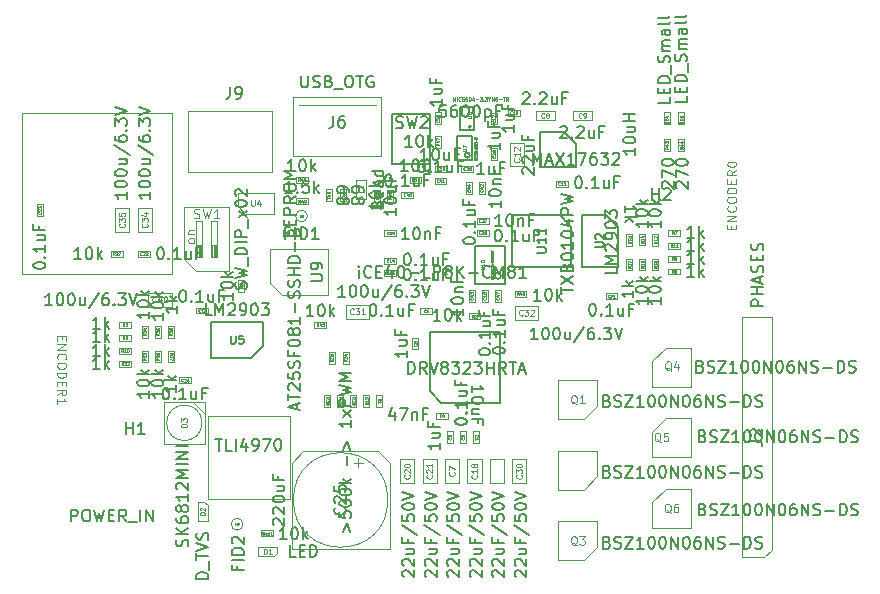
<source format=gbr>
G04 #@! TF.GenerationSoftware,KiCad,Pcbnew,5.1.5-52549c5~84~ubuntu18.04.1*
G04 #@! TF.CreationDate,2020-04-16T17:59:20+02:00*
G04 #@! TF.ProjectId,board,626f6172-642e-46b6-9963-61645f706362,rev?*
G04 #@! TF.SameCoordinates,Original*
G04 #@! TF.FileFunction,Other,Fab,Top*
%FSLAX46Y46*%
G04 Gerber Fmt 4.6, Leading zero omitted, Abs format (unit mm)*
G04 Created by KiCad (PCBNEW 5.1.5-52549c5~84~ubuntu18.04.1) date 2020-04-16 17:59:20*
%MOMM*%
%LPD*%
G04 APERTURE LIST*
%ADD10C,0.150000*%
%ADD11C,0.100000*%
%ADD12C,0.120000*%
%ADD13C,0.075000*%
%ADD14C,0.080000*%
%ADD15C,0.061772*%
%ADD16C,0.040000*%
%ADD17C,0.060000*%
%ADD18C,0.031750*%
G04 APERTURE END LIST*
D10*
X132100000Y-102250000D02*
X130900000Y-102250000D01*
X132100000Y-100250000D02*
X132100000Y-102250000D01*
X130900000Y-100250000D02*
X132100000Y-100250000D01*
X130900000Y-102250000D02*
X130900000Y-100250000D01*
X131800000Y-101950000D02*
G75*
G03X131800000Y-101950000I-100000J0D01*
G01*
X132100000Y-102250000D02*
X130900000Y-102250000D01*
X132100000Y-100250000D02*
X132100000Y-102250000D01*
X130900000Y-100250000D02*
X132100000Y-100250000D01*
X130900000Y-102250000D02*
X130900000Y-100250000D01*
X131800000Y-101950000D02*
G75*
G03X131800000Y-101950000I-100000J0D01*
G01*
X132100000Y-102250000D02*
X130900000Y-102250000D01*
X132100000Y-100250000D02*
X132100000Y-102250000D01*
X130900000Y-100250000D02*
X132100000Y-100250000D01*
X130900000Y-102250000D02*
X130900000Y-100250000D01*
X131800000Y-101950000D02*
G75*
G03X131800000Y-101950000I-100000J0D01*
G01*
D11*
X102887000Y-108840000D02*
X102887000Y-110840000D01*
X101687000Y-108840000D02*
X102887000Y-108840000D01*
X101687000Y-110840000D02*
X101687000Y-108840000D01*
X102887000Y-110840000D02*
X101687000Y-110840000D01*
D10*
X140300000Y-110400000D02*
X140300000Y-113800000D01*
X140300000Y-113800000D02*
X135300000Y-113800000D01*
X135300000Y-113800000D02*
X135300000Y-109400000D01*
X135300000Y-109400000D02*
X139300000Y-109400000D01*
X139300000Y-109400000D02*
X140300000Y-110400000D01*
D11*
X93750000Y-100770000D02*
X93750000Y-114430000D01*
X93750000Y-114430000D02*
X106450000Y-114430000D01*
X106450000Y-114430000D02*
X106450000Y-100770000D01*
X106450000Y-100770000D02*
X93750000Y-100770000D01*
X104792000Y-108840000D02*
X104792000Y-110840000D01*
X103592000Y-108840000D02*
X104792000Y-108840000D01*
X103592000Y-110840000D02*
X103592000Y-108840000D01*
X104792000Y-110840000D02*
X103592000Y-110840000D01*
X137500000Y-118300000D02*
X135500000Y-118300000D01*
X137500000Y-117100000D02*
X137500000Y-118300000D01*
X135500000Y-117100000D02*
X137500000Y-117100000D01*
X135500000Y-118300000D02*
X135500000Y-117100000D01*
D10*
X129300000Y-125300000D02*
X128300000Y-124300000D01*
X134300000Y-125300000D02*
X129300000Y-125300000D01*
X134300000Y-119300000D02*
X134300000Y-125300000D01*
X128300000Y-119300000D02*
X134300000Y-119300000D01*
X128300000Y-124300000D02*
X128300000Y-119300000D01*
D11*
X121200000Y-117000000D02*
X123200000Y-117000000D01*
X121200000Y-118200000D02*
X121200000Y-117000000D01*
X123200000Y-118200000D02*
X121200000Y-118200000D01*
X123200000Y-117000000D02*
X123200000Y-118200000D01*
D10*
X144220000Y-110390000D02*
X144220000Y-113790000D01*
X144220000Y-113790000D02*
X141220000Y-113790000D01*
X141220000Y-113790000D02*
X141220000Y-109390000D01*
X141220000Y-109390000D02*
X143220000Y-109390000D01*
X143220000Y-109390000D02*
X144220000Y-110390000D01*
D11*
X142500000Y-131550000D02*
X141350000Y-132700000D01*
X142500000Y-129400000D02*
X142500000Y-131550000D01*
X139200000Y-129400000D02*
X142500000Y-129400000D01*
X139200000Y-132700000D02*
X139200000Y-129400000D01*
X141350000Y-132700000D02*
X139200000Y-132700000D01*
X120250000Y-121000000D02*
X120250000Y-122000000D01*
X119750000Y-121000000D02*
X120250000Y-121000000D01*
X119750000Y-122000000D02*
X119750000Y-121000000D01*
X120250000Y-122000000D02*
X119750000Y-122000000D01*
X102300000Y-112950000D02*
X101300000Y-112950000D01*
X102300000Y-112450000D02*
X102300000Y-112950000D01*
X101300000Y-112450000D02*
X102300000Y-112450000D01*
X101300000Y-112950000D02*
X101300000Y-112450000D01*
X95050000Y-109500000D02*
X95050000Y-108500000D01*
X95550000Y-109500000D02*
X95050000Y-109500000D01*
X95550000Y-108500000D02*
X95550000Y-109500000D01*
X95050000Y-108500000D02*
X95550000Y-108500000D01*
X127700000Y-130100000D02*
X128900000Y-130100000D01*
X128900000Y-130100000D02*
X128900000Y-132100000D01*
X128900000Y-132100000D02*
X127700000Y-132100000D01*
X127700000Y-132100000D02*
X127700000Y-130100000D01*
X104600000Y-112950000D02*
X103600000Y-112950000D01*
X104600000Y-112450000D02*
X104600000Y-112950000D01*
X103600000Y-112450000D02*
X104600000Y-112450000D01*
X103600000Y-112950000D02*
X103600000Y-112450000D01*
X133400000Y-132100000D02*
X133400000Y-130100000D01*
X134600000Y-132100000D02*
X133400000Y-132100000D01*
X134600000Y-130100000D02*
X134600000Y-132100000D01*
X133400000Y-130100000D02*
X134600000Y-130100000D01*
X131500000Y-130100000D02*
X132700000Y-130100000D01*
X132700000Y-130100000D02*
X132700000Y-132100000D01*
X132700000Y-132100000D02*
X131500000Y-132100000D01*
X131500000Y-132100000D02*
X131500000Y-130100000D01*
X121450000Y-122000000D02*
X120950000Y-122000000D01*
X120950000Y-122000000D02*
X120950000Y-121000000D01*
X120950000Y-121000000D02*
X121450000Y-121000000D01*
X121450000Y-121000000D02*
X121450000Y-122000000D01*
X140000000Y-106500000D02*
X140000000Y-107000000D01*
X140000000Y-107000000D02*
X139000000Y-107000000D01*
X139000000Y-107000000D02*
X139000000Y-106500000D01*
X139000000Y-106500000D02*
X140000000Y-106500000D01*
X135100000Y-103300000D02*
X136300000Y-103300000D01*
X136300000Y-103300000D02*
X136300000Y-105300000D01*
X136300000Y-105300000D02*
X135100000Y-105300000D01*
X135100000Y-105300000D02*
X135100000Y-103300000D01*
D10*
X140674999Y-103375001D02*
X140674999Y-105375001D01*
X140674999Y-105375001D02*
X137674999Y-105375001D01*
X137674999Y-105375001D02*
X137674999Y-102375001D01*
X137674999Y-102375001D02*
X139674999Y-102375001D01*
X139674999Y-102375001D02*
X140674999Y-103375001D01*
D11*
X134920000Y-100510000D02*
X135920000Y-100510000D01*
X134920000Y-101010000D02*
X134920000Y-100510000D01*
X135920000Y-101010000D02*
X134920000Y-101010000D01*
X135920000Y-100510000D02*
X135920000Y-101010000D01*
X145450000Y-113100000D02*
X145450000Y-114100000D01*
X144950000Y-113100000D02*
X145450000Y-113100000D01*
X144950000Y-114100000D02*
X144950000Y-113100000D01*
X145450000Y-114100000D02*
X144950000Y-114100000D01*
X145450000Y-111000000D02*
X145450000Y-112000000D01*
X144950000Y-111000000D02*
X145450000Y-111000000D01*
X144950000Y-112000000D02*
X144950000Y-111000000D01*
X145450000Y-112000000D02*
X144950000Y-112000000D01*
X146050000Y-114100000D02*
X146050000Y-113100000D01*
X146550000Y-114100000D02*
X146050000Y-114100000D01*
X146550000Y-113100000D02*
X146550000Y-114100000D01*
X146050000Y-113100000D02*
X146550000Y-113100000D01*
X146050000Y-111984015D02*
X146050000Y-110984015D01*
X146550000Y-111984015D02*
X146050000Y-111984015D01*
X146550000Y-110984015D02*
X146550000Y-111984015D01*
X146050000Y-110984015D02*
X146550000Y-110984015D01*
X147150000Y-114100000D02*
X147150000Y-113100000D01*
X147650000Y-114100000D02*
X147150000Y-114100000D01*
X147650000Y-113100000D02*
X147650000Y-114100000D01*
X147150000Y-113100000D02*
X147650000Y-113100000D01*
X147150000Y-112000000D02*
X147150000Y-111000000D01*
X147650000Y-112000000D02*
X147150000Y-112000000D01*
X147650000Y-111000000D02*
X147650000Y-112000000D01*
X147150000Y-111000000D02*
X147650000Y-111000000D01*
X148500000Y-111750000D02*
X149500000Y-111750000D01*
X148500000Y-112250000D02*
X148500000Y-111750000D01*
X149500000Y-112250000D02*
X148500000Y-112250000D01*
X149500000Y-111750000D02*
X149500000Y-112250000D01*
X103010000Y-121150000D02*
X102010000Y-121150000D01*
X103010000Y-120650000D02*
X103010000Y-121150000D01*
X102010000Y-120650000D02*
X103010000Y-120650000D01*
X102010000Y-121150000D02*
X102010000Y-120650000D01*
X148500000Y-113950000D02*
X149500000Y-113950000D01*
X148500000Y-114450000D02*
X148500000Y-113950000D01*
X149500000Y-114450000D02*
X148500000Y-114450000D01*
X149500000Y-113950000D02*
X149500000Y-114450000D01*
X148500000Y-112850000D02*
X149500000Y-112850000D01*
X148500000Y-113350000D02*
X148500000Y-112850000D01*
X149500000Y-113350000D02*
X148500000Y-113350000D01*
X149500000Y-112850000D02*
X149500000Y-113350000D01*
X148500000Y-110650000D02*
X149500000Y-110650000D01*
X148500000Y-111150000D02*
X148500000Y-110650000D01*
X149500000Y-111150000D02*
X148500000Y-111150000D01*
X149500000Y-110650000D02*
X149500000Y-111150000D01*
X103000000Y-120040000D02*
X102000000Y-120040000D01*
X103000000Y-119540000D02*
X103000000Y-120040000D01*
X102000000Y-119540000D02*
X103000000Y-119540000D01*
X102000000Y-120040000D02*
X102000000Y-119540000D01*
X103000000Y-118940000D02*
X102000000Y-118940000D01*
X103000000Y-118440000D02*
X103000000Y-118940000D01*
X102000000Y-118440000D02*
X103000000Y-118440000D01*
X102000000Y-118940000D02*
X102000000Y-118440000D01*
X112100000Y-115910000D02*
X112100000Y-114910000D01*
X112600000Y-115910000D02*
X112100000Y-115910000D01*
X112600000Y-114910000D02*
X112600000Y-115910000D01*
X112100000Y-114910000D02*
X112600000Y-114910000D01*
X143200000Y-116550000D02*
X143200000Y-116050000D01*
X143200000Y-116050000D02*
X144200000Y-116050000D01*
X144200000Y-116050000D02*
X144200000Y-116550000D01*
X144200000Y-116550000D02*
X143200000Y-116550000D01*
X108700000Y-135300000D02*
X109500000Y-135300000D01*
X108700000Y-133700000D02*
X108700000Y-135300000D01*
X109200000Y-133700000D02*
X108700000Y-133700000D01*
X109500000Y-134000000D02*
X109200000Y-133700000D01*
X109500000Y-135300000D02*
X109500000Y-134000000D01*
X157270000Y-137744200D02*
X156635000Y-138379200D01*
X157270000Y-118059200D02*
X157270000Y-137744200D01*
X154730000Y-118059200D02*
X157270000Y-118059200D01*
X154730000Y-138379200D02*
X154730000Y-118059200D01*
X156635000Y-138379200D02*
X154730000Y-138379200D01*
X114000000Y-136120000D02*
X115000000Y-136120000D01*
X114000000Y-136620000D02*
X114000000Y-136120000D01*
X115000000Y-136620000D02*
X114000000Y-136620000D01*
X115000000Y-136120000D02*
X115000000Y-136620000D01*
X142500000Y-125555000D02*
X141350000Y-126705000D01*
X142500000Y-123405000D02*
X142500000Y-125555000D01*
X139200000Y-123405000D02*
X142500000Y-123405000D01*
X139200000Y-126705000D02*
X139200000Y-123405000D01*
X141350000Y-126705000D02*
X139200000Y-126705000D01*
X147150000Y-121800000D02*
X148300000Y-120650000D01*
X147150000Y-123950000D02*
X147150000Y-121800000D01*
X150450000Y-123950000D02*
X147150000Y-123950000D01*
X150450000Y-120650000D02*
X150450000Y-123950000D01*
X148300000Y-120650000D02*
X150450000Y-120650000D01*
X147150000Y-127750000D02*
X148300000Y-126600000D01*
X147150000Y-129900000D02*
X147150000Y-127750000D01*
X150450000Y-129900000D02*
X147150000Y-129900000D01*
X150450000Y-126600000D02*
X150450000Y-129900000D01*
X148300000Y-126600000D02*
X150450000Y-126600000D01*
X142500000Y-137500000D02*
X141350000Y-138650000D01*
X142500000Y-135350000D02*
X142500000Y-137500000D01*
X139200000Y-135350000D02*
X142500000Y-135350000D01*
X139200000Y-138650000D02*
X139200000Y-135350000D01*
X141350000Y-138650000D02*
X139200000Y-138650000D01*
X147150000Y-133750000D02*
X148300000Y-132600000D01*
X147150000Y-135900000D02*
X147150000Y-133750000D01*
X150450000Y-135900000D02*
X147150000Y-135900000D01*
X150450000Y-132600000D02*
X150450000Y-135900000D01*
X148300000Y-132600000D02*
X150450000Y-132600000D01*
X132600000Y-118250000D02*
X131600000Y-118250000D01*
X132600000Y-117750000D02*
X132600000Y-118250000D01*
X131600000Y-117750000D02*
X132600000Y-117750000D01*
X131600000Y-118250000D02*
X131600000Y-117750000D01*
X124296564Y-124647939D02*
X124296564Y-125647939D01*
X123796564Y-124647939D02*
X124296564Y-124647939D01*
X123796564Y-125647939D02*
X123796564Y-124647939D01*
X124296564Y-125647939D02*
X123796564Y-125647939D01*
X125800000Y-132100000D02*
X125800000Y-130100000D01*
X127000000Y-132100000D02*
X125800000Y-132100000D01*
X127000000Y-130100000D02*
X127000000Y-132100000D01*
X125800000Y-130100000D02*
X127000000Y-130100000D01*
X129600000Y-132100000D02*
X129600000Y-130100000D01*
X130800000Y-132100000D02*
X129600000Y-132100000D01*
X130800000Y-130100000D02*
X130800000Y-132100000D01*
X129600000Y-130100000D02*
X130800000Y-130100000D01*
X128502000Y-117794000D02*
X127502000Y-117794000D01*
X128502000Y-117294000D02*
X128502000Y-117794000D01*
X127502000Y-117294000D02*
X128502000Y-117294000D01*
X127502000Y-117794000D02*
X127502000Y-117294000D01*
X126850000Y-120800000D02*
X126850000Y-119800000D01*
X127350000Y-120800000D02*
X126850000Y-120800000D01*
X127350000Y-119800000D02*
X127350000Y-120800000D01*
X126850000Y-119800000D02*
X127350000Y-119800000D01*
X129837019Y-126645541D02*
X128837019Y-126645541D01*
X129837019Y-126145541D02*
X129837019Y-126645541D01*
X128837019Y-126145541D02*
X129837019Y-126145541D01*
X128837019Y-126645541D02*
X128837019Y-126145541D01*
X129780000Y-128730000D02*
X129780000Y-127730000D01*
X130280000Y-128730000D02*
X129780000Y-128730000D01*
X130280000Y-127730000D02*
X130280000Y-128730000D01*
X129780000Y-127730000D02*
X130280000Y-127730000D01*
X131380000Y-127730000D02*
X131380000Y-128730000D01*
X130880000Y-127730000D02*
X131380000Y-127730000D01*
X130880000Y-128730000D02*
X130880000Y-127730000D01*
X131380000Y-128730000D02*
X130880000Y-128730000D01*
X132480000Y-127730000D02*
X132480000Y-128730000D01*
X131980000Y-127730000D02*
X132480000Y-127730000D01*
X131980000Y-128730000D02*
X131980000Y-127730000D01*
X132480000Y-128730000D02*
X131980000Y-128730000D01*
X108280000Y-125260000D02*
X109280000Y-126260000D01*
X105780000Y-128760000D02*
X109280000Y-128760000D01*
X109280000Y-128760000D02*
X109280000Y-125260000D01*
X109280000Y-125260000D02*
X105780000Y-125260000D01*
X105780000Y-125260000D02*
X105780000Y-128760000D01*
X109030000Y-127010000D02*
G75*
G03X109030000Y-127010000I-1500000J0D01*
G01*
X123196564Y-124647939D02*
X123196564Y-125647939D01*
X122696564Y-124647939D02*
X123196564Y-124647939D01*
X122696564Y-125647939D02*
X122696564Y-124647939D01*
X123196564Y-125647939D02*
X122696564Y-125647939D01*
X122096564Y-125647939D02*
X121596564Y-125647939D01*
X121596564Y-125647939D02*
X121596564Y-124647939D01*
X121596564Y-124647939D02*
X122096564Y-124647939D01*
X122096564Y-124647939D02*
X122096564Y-125647939D01*
X120996564Y-124647939D02*
X120996564Y-125647939D01*
X120496564Y-124647939D02*
X120996564Y-124647939D01*
X120496564Y-125647939D02*
X120496564Y-124647939D01*
X120996564Y-125647939D02*
X120496564Y-125647939D01*
X119896564Y-125647939D02*
X119396564Y-125647939D01*
X119396564Y-125647939D02*
X119396564Y-124647939D01*
X119396564Y-124647939D02*
X119896564Y-124647939D01*
X119896564Y-124647939D02*
X119896564Y-125647939D01*
X133500000Y-100750000D02*
X134000000Y-100750000D01*
X134000000Y-100750000D02*
X134000000Y-101750000D01*
X134000000Y-101750000D02*
X133500000Y-101750000D01*
X133500000Y-101750000D02*
X133500000Y-100750000D01*
D12*
X116500000Y-126500000D02*
X116500000Y-133500000D01*
X116500000Y-133500000D02*
X109500000Y-133500000D01*
X109500000Y-133500000D02*
X109500000Y-126400000D01*
X109500000Y-126400000D02*
X116500000Y-126400000D01*
X116500000Y-126400000D02*
X116500000Y-126500000D01*
D11*
X114970000Y-100600000D02*
X107870000Y-100600000D01*
X107870000Y-100600000D02*
X107870000Y-105800000D01*
X114970000Y-105800000D02*
X107870000Y-105800000D01*
X114970000Y-100600000D02*
X114970000Y-105800000D01*
X107070000Y-123650000D02*
X107070000Y-123150000D01*
X107070000Y-123150000D02*
X108070000Y-123150000D01*
X108070000Y-123150000D02*
X108070000Y-123650000D01*
X108070000Y-123650000D02*
X107070000Y-123650000D01*
X129250000Y-100720000D02*
X129250000Y-101720000D01*
X128750000Y-100720000D02*
X129250000Y-100720000D01*
X128750000Y-101720000D02*
X128750000Y-100720000D01*
X129250000Y-101720000D02*
X128750000Y-101720000D01*
X134000000Y-104750000D02*
X133500000Y-104750000D01*
X133500000Y-104750000D02*
X133500000Y-103750000D01*
X133500000Y-103750000D02*
X134000000Y-103750000D01*
X134000000Y-103750000D02*
X134000000Y-104750000D01*
X135300000Y-130100000D02*
X136500000Y-130100000D01*
X136500000Y-130100000D02*
X136500000Y-132100000D01*
X136500000Y-132100000D02*
X135300000Y-132100000D01*
X135300000Y-132100000D02*
X135300000Y-130100000D01*
X109500000Y-117250000D02*
X109500000Y-117750000D01*
X109500000Y-117750000D02*
X108500000Y-117750000D01*
X108500000Y-117750000D02*
X108500000Y-117250000D01*
X108500000Y-117250000D02*
X109500000Y-117250000D01*
X102020000Y-122250000D02*
X102020000Y-121750000D01*
X102020000Y-121750000D02*
X103020000Y-121750000D01*
X103020000Y-121750000D02*
X103020000Y-122250000D01*
X103020000Y-122250000D02*
X102020000Y-122250000D01*
X103950000Y-121900000D02*
X103950000Y-120900000D01*
X104450000Y-121900000D02*
X103950000Y-121900000D01*
X104450000Y-120900000D02*
X104450000Y-121900000D01*
X103950000Y-120900000D02*
X104450000Y-120900000D01*
X103920000Y-118800000D02*
X104420000Y-118800000D01*
X104420000Y-118800000D02*
X104420000Y-119800000D01*
X104420000Y-119800000D02*
X103920000Y-119800000D01*
X103920000Y-119800000D02*
X103920000Y-118800000D01*
X105050000Y-121900000D02*
X105050000Y-120900000D01*
X105550000Y-121900000D02*
X105050000Y-121900000D01*
X105550000Y-120900000D02*
X105550000Y-121900000D01*
X105050000Y-120900000D02*
X105550000Y-120900000D01*
X105050000Y-118800000D02*
X105550000Y-118800000D01*
X105550000Y-118800000D02*
X105550000Y-119800000D01*
X105550000Y-119800000D02*
X105050000Y-119800000D01*
X105050000Y-119800000D02*
X105050000Y-118800000D01*
X106650000Y-121900000D02*
X106150000Y-121900000D01*
X106150000Y-121900000D02*
X106150000Y-120900000D01*
X106150000Y-120900000D02*
X106650000Y-120900000D01*
X106650000Y-120900000D02*
X106650000Y-121900000D01*
X106650000Y-118800000D02*
X106650000Y-119800000D01*
X106150000Y-118800000D02*
X106650000Y-118800000D01*
X106150000Y-119800000D02*
X106150000Y-118800000D01*
X106650000Y-119800000D02*
X106150000Y-119800000D01*
X127610000Y-106180000D02*
X127610000Y-106680000D01*
X127610000Y-106680000D02*
X126610000Y-106680000D01*
X126610000Y-106680000D02*
X126610000Y-106180000D01*
X126610000Y-106180000D02*
X127610000Y-106180000D01*
X117000000Y-108000000D02*
X118000000Y-108000000D01*
X117000000Y-108500000D02*
X117000000Y-108000000D01*
X118000000Y-108500000D02*
X117000000Y-108500000D01*
X118000000Y-108000000D02*
X118000000Y-108500000D01*
X120000000Y-108250000D02*
X119500000Y-108250000D01*
X119500000Y-108250000D02*
X119500000Y-107250000D01*
X119500000Y-107250000D02*
X120000000Y-107250000D01*
X120000000Y-107250000D02*
X120000000Y-108250000D01*
X121250000Y-107240000D02*
X121250000Y-108240000D01*
X120750000Y-107240000D02*
X121250000Y-107240000D01*
X120750000Y-108240000D02*
X120750000Y-107240000D01*
X121250000Y-108240000D02*
X120750000Y-108240000D01*
X148150000Y-103000000D02*
X148650000Y-103000000D01*
X148650000Y-103000000D02*
X148650000Y-104000000D01*
X148650000Y-104000000D02*
X148150000Y-104000000D01*
X148150000Y-104000000D02*
X148150000Y-103000000D01*
X118550000Y-118450000D02*
X119550000Y-118450000D01*
X118550000Y-118950000D02*
X118550000Y-118450000D01*
X119550000Y-118950000D02*
X118550000Y-118950000D01*
X119550000Y-118450000D02*
X119550000Y-118950000D01*
X117980000Y-106180000D02*
X117980000Y-106680000D01*
X117980000Y-106680000D02*
X116980000Y-106680000D01*
X116980000Y-106680000D02*
X116980000Y-106180000D01*
X116980000Y-106180000D02*
X117980000Y-106180000D01*
X124670000Y-108270000D02*
X124670000Y-107270000D01*
X125170000Y-108270000D02*
X124670000Y-108270000D01*
X125170000Y-107270000D02*
X125170000Y-108270000D01*
X124670000Y-107270000D02*
X125170000Y-107270000D01*
X112700000Y-109320000D02*
X112050000Y-108670000D01*
X112050000Y-107520000D02*
X112050000Y-108670000D01*
X112700000Y-109320000D02*
X115150000Y-109320000D01*
X115150000Y-107520000D02*
X115150000Y-109320000D01*
X112050000Y-107520000D02*
X115150000Y-107520000D01*
D10*
X114200000Y-120500000D02*
X113200000Y-121500000D01*
X114200000Y-118500000D02*
X114200000Y-120500000D01*
X109800000Y-118500000D02*
X114200000Y-118500000D01*
X109800000Y-121500000D02*
X109800000Y-118500000D01*
X113200000Y-121500000D02*
X109800000Y-121500000D01*
D11*
X117950000Y-109500000D02*
G75*
G03X117950000Y-109500000I-500000J0D01*
G01*
X112500000Y-135600000D02*
G75*
G03X112500000Y-135600000I-500000J0D01*
G01*
X125470000Y-114070000D02*
X125470000Y-114570000D01*
X125470000Y-114570000D02*
X124470000Y-114570000D01*
X124470000Y-114570000D02*
X124470000Y-114070000D01*
X124470000Y-114070000D02*
X125470000Y-114070000D01*
X116720000Y-99410000D02*
X124220000Y-99410000D01*
X116720000Y-104410000D02*
X116720000Y-99410000D01*
X124220000Y-104410000D02*
X116720000Y-104410000D01*
X124220000Y-99410000D02*
X124220000Y-104410000D01*
X123720000Y-100110000D02*
X117220000Y-100110000D01*
X114820000Y-115200000D02*
X114820000Y-112300000D01*
X114820000Y-112300000D02*
X119720000Y-112300000D01*
X119720000Y-112300000D02*
X119720000Y-116200000D01*
X119720000Y-116200000D02*
X115820000Y-116200000D01*
X115820000Y-116200000D02*
X114820000Y-115200000D01*
D10*
X125150000Y-100900000D02*
X125150000Y-105100000D01*
X128350000Y-100900000D02*
X125150000Y-100900000D01*
X128350000Y-105100000D02*
X128350000Y-100900000D01*
X127950000Y-105100000D02*
X128350000Y-105100000D01*
X125150000Y-105100000D02*
X127950000Y-105100000D01*
X131702200Y-104350000D02*
G75*
G03X131702200Y-104350000I-213600J0D01*
G01*
X131875000Y-104750000D02*
X130625000Y-104750000D01*
X131875000Y-102750000D02*
X130625000Y-102750000D01*
X130625000Y-104750000D02*
X130625000Y-102750000D01*
X131875000Y-104750000D02*
X131875000Y-102750000D01*
X134325000Y-114570000D02*
G75*
G03X134325000Y-114570000I-250000J0D01*
G01*
X134641754Y-112016386D02*
X134641754Y-115216386D01*
X132141754Y-112016386D02*
X134641754Y-112016386D01*
X132141754Y-115216386D02*
X132141754Y-112016386D01*
X134641754Y-115216386D02*
X132141754Y-115216386D01*
D11*
X125476380Y-113045408D02*
X125476380Y-113545408D01*
X125476380Y-113545408D02*
X124476380Y-113545408D01*
X124476380Y-113545408D02*
X124476380Y-113045408D01*
X124476380Y-113045408D02*
X125476380Y-113045408D01*
X124100000Y-108275000D02*
X123600000Y-108275000D01*
X123600000Y-108275000D02*
X123600000Y-107275000D01*
X123600000Y-107275000D02*
X124100000Y-107275000D01*
X124100000Y-107275000D02*
X124100000Y-108275000D01*
X132710000Y-116765408D02*
X132710000Y-115765408D01*
X133210000Y-116765408D02*
X132710000Y-116765408D01*
X133210000Y-115765408D02*
X133210000Y-116765408D01*
X132710000Y-115765408D02*
X133210000Y-115765408D01*
X132286380Y-111155408D02*
X132286380Y-110655408D01*
X132286380Y-110655408D02*
X133286380Y-110655408D01*
X133286380Y-110655408D02*
X133286380Y-111155408D01*
X133286380Y-111155408D02*
X132286380Y-111155408D01*
X131980000Y-105750000D02*
X130980000Y-105750000D01*
X131980000Y-105250000D02*
X131980000Y-105750000D01*
X130980000Y-105250000D02*
X131980000Y-105250000D01*
X130980000Y-105750000D02*
X130980000Y-105250000D01*
X133286380Y-110155408D02*
X132286380Y-110155408D01*
X133286380Y-109655408D02*
X133286380Y-110155408D01*
X132286380Y-109655408D02*
X133286380Y-109655408D01*
X132286380Y-110155408D02*
X132286380Y-109655408D01*
X129720000Y-105250000D02*
X129720000Y-105750000D01*
X129720000Y-105750000D02*
X128720000Y-105750000D01*
X128720000Y-105750000D02*
X128720000Y-105250000D01*
X128720000Y-105250000D02*
X129720000Y-105250000D01*
X125480000Y-110700000D02*
X125480000Y-111200000D01*
X125480000Y-111200000D02*
X124480000Y-111200000D01*
X124480000Y-111200000D02*
X124480000Y-110700000D01*
X124480000Y-110700000D02*
X125480000Y-110700000D01*
X129715000Y-106280000D02*
X129715000Y-106780000D01*
X129715000Y-106780000D02*
X128715000Y-106780000D01*
X128715000Y-106780000D02*
X128715000Y-106280000D01*
X128715000Y-106280000D02*
X129715000Y-106280000D01*
X132950000Y-106630000D02*
X132950000Y-107630000D01*
X132450000Y-106630000D02*
X132950000Y-106630000D01*
X132450000Y-107630000D02*
X132450000Y-106630000D01*
X132950000Y-107630000D02*
X132450000Y-107630000D01*
X131616380Y-115765408D02*
X132116380Y-115765408D01*
X132116380Y-115765408D02*
X132116380Y-116765408D01*
X132116380Y-116765408D02*
X131616380Y-116765408D01*
X131616380Y-116765408D02*
X131616380Y-115765408D01*
X131886380Y-106625408D02*
X131886380Y-107625408D01*
X131386380Y-106625408D02*
X131886380Y-106625408D01*
X131386380Y-107625408D02*
X131386380Y-106625408D01*
X131886380Y-107625408D02*
X131386380Y-107625408D01*
X125910000Y-107450000D02*
X126910000Y-107450000D01*
X125910000Y-107950000D02*
X125910000Y-107450000D01*
X126910000Y-107950000D02*
X125910000Y-107950000D01*
X126910000Y-107450000D02*
X126910000Y-107950000D01*
X133820000Y-116770000D02*
X133820000Y-115770000D01*
X134320000Y-116770000D02*
X133820000Y-116770000D01*
X134320000Y-115770000D02*
X134320000Y-116770000D01*
X133820000Y-115770000D02*
X134320000Y-115770000D01*
X113800000Y-137500000D02*
X113800000Y-138300000D01*
X115400000Y-137500000D02*
X113800000Y-137500000D01*
X115400000Y-138000000D02*
X115400000Y-137500000D01*
X115100000Y-138300000D02*
X115400000Y-138000000D01*
X113800000Y-138300000D02*
X115100000Y-138300000D01*
X122900000Y-108050000D02*
X122100000Y-108050000D01*
X122100000Y-108050000D02*
X122100000Y-106450000D01*
X122100000Y-106450000D02*
X122900000Y-106450000D01*
X122900000Y-106450000D02*
X122900000Y-108050000D01*
X149350000Y-103000000D02*
X149850000Y-103000000D01*
X149850000Y-103000000D02*
X149850000Y-104000000D01*
X149850000Y-104000000D02*
X149350000Y-104000000D01*
X149350000Y-104000000D02*
X149350000Y-103000000D01*
X135500000Y-116350000D02*
X135500000Y-115850000D01*
X135500000Y-115850000D02*
X136500000Y-115850000D01*
X136500000Y-115850000D02*
X136500000Y-116350000D01*
X136500000Y-116350000D02*
X135500000Y-116350000D01*
X106460000Y-115980000D02*
X106460000Y-117180000D01*
X106460000Y-117180000D02*
X104460000Y-117180000D01*
X104460000Y-117180000D02*
X104460000Y-115980000D01*
X104460000Y-115980000D02*
X106460000Y-115980000D01*
X148650000Y-101500000D02*
X148150000Y-101500000D01*
X148650000Y-101600000D02*
X148150000Y-101600000D01*
X148650000Y-100700000D02*
X148650000Y-101700000D01*
X148150000Y-100700000D02*
X148650000Y-100700000D01*
X148150000Y-101700000D02*
X148150000Y-100700000D01*
X148650000Y-101700000D02*
X148150000Y-101700000D01*
X149850000Y-101700000D02*
X149350000Y-101700000D01*
X149350000Y-101700000D02*
X149350000Y-100700000D01*
X149350000Y-100700000D02*
X149850000Y-100700000D01*
X149850000Y-100700000D02*
X149850000Y-101700000D01*
X149850000Y-101600000D02*
X149350000Y-101600000D01*
X149850000Y-101500000D02*
X149350000Y-101500000D01*
X128750000Y-102700000D02*
X129250000Y-102700000D01*
X129250000Y-102700000D02*
X129250000Y-103700000D01*
X129250000Y-103700000D02*
X128750000Y-103700000D01*
X128750000Y-103700000D02*
X128750000Y-102700000D01*
X138880000Y-100610000D02*
X138880000Y-101410000D01*
X138880000Y-101410000D02*
X137280000Y-101410000D01*
X137280000Y-101410000D02*
X137280000Y-100610000D01*
X137280000Y-100610000D02*
X138880000Y-100610000D01*
X142030000Y-101410000D02*
X140430000Y-101410000D01*
X142030000Y-100610000D02*
X142030000Y-101410000D01*
X140430000Y-100610000D02*
X142030000Y-100610000D01*
X140430000Y-101410000D02*
X140430000Y-100610000D01*
X124760000Y-133540000D02*
G75*
G03X124760000Y-133540000I-4000000J0D01*
G01*
X124910000Y-137690000D02*
X116610000Y-137690000D01*
X124910000Y-130390000D02*
X124910000Y-137690000D01*
X116610000Y-130390000D02*
X116610000Y-137690000D01*
X123910000Y-129390000D02*
X117610000Y-129390000D01*
X123910000Y-129390000D02*
X124910000Y-130390000D01*
X117610000Y-129390000D02*
X116610000Y-130390000D01*
X122260000Y-129977722D02*
X122260000Y-130777722D01*
X122660000Y-130377722D02*
X121860000Y-130377722D01*
X107515000Y-113130000D02*
X107515000Y-108730000D01*
X107515000Y-108730000D02*
X111325000Y-108730000D01*
X111325000Y-108730000D02*
X111325000Y-114130000D01*
X111325000Y-114130000D02*
X108515000Y-114130000D01*
X108515000Y-114130000D02*
X107515000Y-113130000D01*
X108535000Y-112930000D02*
X109035000Y-112930000D01*
X109035000Y-112930000D02*
X109035000Y-109930000D01*
X109035000Y-109930000D02*
X108535000Y-109930000D01*
X108535000Y-109930000D02*
X108535000Y-112930000D01*
X108635000Y-112930000D02*
X108635000Y-111930000D01*
X108735000Y-112930000D02*
X108735000Y-111930000D01*
X108835000Y-112930000D02*
X108835000Y-111930000D01*
X108935000Y-112930000D02*
X108935000Y-111930000D01*
X108535000Y-111930000D02*
X109035000Y-111930000D01*
X109805000Y-112930000D02*
X110305000Y-112930000D01*
X110305000Y-112930000D02*
X110305000Y-109930000D01*
X110305000Y-109930000D02*
X109805000Y-109930000D01*
X109805000Y-109930000D02*
X109805000Y-112930000D01*
X109905000Y-112930000D02*
X109905000Y-111930000D01*
X110005000Y-112930000D02*
X110005000Y-111930000D01*
X110105000Y-112930000D02*
X110105000Y-111930000D01*
X110205000Y-112930000D02*
X110205000Y-111930000D01*
X109805000Y-111930000D02*
X110305000Y-111930000D01*
D13*
X131535714Y-101178571D02*
X131778571Y-101178571D01*
X131807142Y-101164285D01*
X131821428Y-101150000D01*
X131835714Y-101121428D01*
X131835714Y-101064285D01*
X131821428Y-101035714D01*
X131807142Y-101021428D01*
X131778571Y-101007142D01*
X131535714Y-101007142D01*
X131535714Y-100735714D02*
X131535714Y-100792857D01*
X131550000Y-100821428D01*
X131564285Y-100835714D01*
X131607142Y-100864285D01*
X131664285Y-100878571D01*
X131778571Y-100878571D01*
X131807142Y-100864285D01*
X131821428Y-100850000D01*
X131835714Y-100821428D01*
X131835714Y-100764285D01*
X131821428Y-100735714D01*
X131807142Y-100721428D01*
X131778571Y-100707142D01*
X131707142Y-100707142D01*
X131678571Y-100721428D01*
X131664285Y-100735714D01*
X131650000Y-100764285D01*
X131650000Y-100821428D01*
X131664285Y-100850000D01*
X131678571Y-100864285D01*
X131707142Y-100878571D01*
X130271428Y-99735714D02*
X130271428Y-99435714D01*
X130371428Y-99650000D01*
X130471428Y-99435714D01*
X130471428Y-99735714D01*
X130614285Y-99735714D02*
X130614285Y-99435714D01*
X130928571Y-99707142D02*
X130914285Y-99721428D01*
X130871428Y-99735714D01*
X130842857Y-99735714D01*
X130800000Y-99721428D01*
X130771428Y-99692857D01*
X130757142Y-99664285D01*
X130742857Y-99607142D01*
X130742857Y-99564285D01*
X130757142Y-99507142D01*
X130771428Y-99478571D01*
X130800000Y-99450000D01*
X130842857Y-99435714D01*
X130871428Y-99435714D01*
X130914285Y-99450000D01*
X130928571Y-99464285D01*
X131200000Y-99435714D02*
X131057142Y-99435714D01*
X131042857Y-99578571D01*
X131057142Y-99564285D01*
X131085714Y-99550000D01*
X131157142Y-99550000D01*
X131185714Y-99564285D01*
X131200000Y-99578571D01*
X131214285Y-99607142D01*
X131214285Y-99678571D01*
X131200000Y-99707142D01*
X131185714Y-99721428D01*
X131157142Y-99735714D01*
X131085714Y-99735714D01*
X131057142Y-99721428D01*
X131042857Y-99707142D01*
X131485714Y-99435714D02*
X131342857Y-99435714D01*
X131328571Y-99578571D01*
X131342857Y-99564285D01*
X131371428Y-99550000D01*
X131442857Y-99550000D01*
X131471428Y-99564285D01*
X131485714Y-99578571D01*
X131500000Y-99607142D01*
X131500000Y-99678571D01*
X131485714Y-99707142D01*
X131471428Y-99721428D01*
X131442857Y-99735714D01*
X131371428Y-99735714D01*
X131342857Y-99721428D01*
X131328571Y-99707142D01*
X131685714Y-99435714D02*
X131714285Y-99435714D01*
X131742857Y-99450000D01*
X131757142Y-99464285D01*
X131771428Y-99492857D01*
X131785714Y-99550000D01*
X131785714Y-99621428D01*
X131771428Y-99678571D01*
X131757142Y-99707142D01*
X131742857Y-99721428D01*
X131714285Y-99735714D01*
X131685714Y-99735714D01*
X131657142Y-99721428D01*
X131642857Y-99707142D01*
X131628571Y-99678571D01*
X131614285Y-99621428D01*
X131614285Y-99550000D01*
X131628571Y-99492857D01*
X131642857Y-99464285D01*
X131657142Y-99450000D01*
X131685714Y-99435714D01*
X132042857Y-99535714D02*
X132042857Y-99735714D01*
X131971428Y-99421428D02*
X131900000Y-99635714D01*
X132085714Y-99635714D01*
X132200000Y-99621428D02*
X132428571Y-99621428D01*
X132542857Y-99435714D02*
X132728571Y-99435714D01*
X132628571Y-99550000D01*
X132671428Y-99550000D01*
X132700000Y-99564285D01*
X132714285Y-99578571D01*
X132728571Y-99607142D01*
X132728571Y-99678571D01*
X132714285Y-99707142D01*
X132700000Y-99721428D01*
X132671428Y-99735714D01*
X132585714Y-99735714D01*
X132557142Y-99721428D01*
X132542857Y-99707142D01*
X132857142Y-99707142D02*
X132871428Y-99721428D01*
X132857142Y-99735714D01*
X132842857Y-99721428D01*
X132857142Y-99707142D01*
X132857142Y-99735714D01*
X132971428Y-99435714D02*
X133157142Y-99435714D01*
X133057142Y-99550000D01*
X133100000Y-99550000D01*
X133128571Y-99564285D01*
X133142857Y-99578571D01*
X133157142Y-99607142D01*
X133157142Y-99678571D01*
X133142857Y-99707142D01*
X133128571Y-99721428D01*
X133100000Y-99735714D01*
X133014285Y-99735714D01*
X132985714Y-99721428D01*
X132971428Y-99707142D01*
X133342857Y-99592857D02*
X133342857Y-99735714D01*
X133242857Y-99435714D02*
X133342857Y-99592857D01*
X133442857Y-99435714D01*
X133542857Y-99735714D02*
X133542857Y-99435714D01*
X133642857Y-99650000D01*
X133742857Y-99435714D01*
X133742857Y-99735714D01*
X134028571Y-99435714D02*
X133885714Y-99435714D01*
X133871428Y-99578571D01*
X133885714Y-99564285D01*
X133914285Y-99550000D01*
X133985714Y-99550000D01*
X134014285Y-99564285D01*
X134028571Y-99578571D01*
X134042857Y-99607142D01*
X134042857Y-99678571D01*
X134028571Y-99707142D01*
X134014285Y-99721428D01*
X133985714Y-99735714D01*
X133914285Y-99735714D01*
X133885714Y-99721428D01*
X133871428Y-99707142D01*
X134171428Y-99621428D02*
X134400000Y-99621428D01*
X134500000Y-99435714D02*
X134671428Y-99435714D01*
X134585714Y-99735714D02*
X134585714Y-99435714D01*
X134942857Y-99735714D02*
X134842857Y-99592857D01*
X134771428Y-99735714D02*
X134771428Y-99435714D01*
X134885714Y-99435714D01*
X134914285Y-99450000D01*
X134928571Y-99464285D01*
X134942857Y-99492857D01*
X134942857Y-99535714D01*
X134928571Y-99564285D01*
X134914285Y-99578571D01*
X134885714Y-99592857D01*
X134771428Y-99592857D01*
X131535714Y-101178571D02*
X131778571Y-101178571D01*
X131807142Y-101164285D01*
X131821428Y-101150000D01*
X131835714Y-101121428D01*
X131835714Y-101064285D01*
X131821428Y-101035714D01*
X131807142Y-101021428D01*
X131778571Y-101007142D01*
X131535714Y-101007142D01*
X131535714Y-100735714D02*
X131535714Y-100792857D01*
X131550000Y-100821428D01*
X131564285Y-100835714D01*
X131607142Y-100864285D01*
X131664285Y-100878571D01*
X131778571Y-100878571D01*
X131807142Y-100864285D01*
X131821428Y-100850000D01*
X131835714Y-100821428D01*
X131835714Y-100764285D01*
X131821428Y-100735714D01*
X131807142Y-100721428D01*
X131778571Y-100707142D01*
X131707142Y-100707142D01*
X131678571Y-100721428D01*
X131664285Y-100735714D01*
X131650000Y-100764285D01*
X131650000Y-100821428D01*
X131664285Y-100850000D01*
X131678571Y-100864285D01*
X131707142Y-100878571D01*
X130271428Y-99735714D02*
X130271428Y-99435714D01*
X130371428Y-99650000D01*
X130471428Y-99435714D01*
X130471428Y-99735714D01*
X130614285Y-99735714D02*
X130614285Y-99435714D01*
X130928571Y-99707142D02*
X130914285Y-99721428D01*
X130871428Y-99735714D01*
X130842857Y-99735714D01*
X130800000Y-99721428D01*
X130771428Y-99692857D01*
X130757142Y-99664285D01*
X130742857Y-99607142D01*
X130742857Y-99564285D01*
X130757142Y-99507142D01*
X130771428Y-99478571D01*
X130800000Y-99450000D01*
X130842857Y-99435714D01*
X130871428Y-99435714D01*
X130914285Y-99450000D01*
X130928571Y-99464285D01*
X131200000Y-99435714D02*
X131057142Y-99435714D01*
X131042857Y-99578571D01*
X131057142Y-99564285D01*
X131085714Y-99550000D01*
X131157142Y-99550000D01*
X131185714Y-99564285D01*
X131200000Y-99578571D01*
X131214285Y-99607142D01*
X131214285Y-99678571D01*
X131200000Y-99707142D01*
X131185714Y-99721428D01*
X131157142Y-99735714D01*
X131085714Y-99735714D01*
X131057142Y-99721428D01*
X131042857Y-99707142D01*
X131485714Y-99435714D02*
X131342857Y-99435714D01*
X131328571Y-99578571D01*
X131342857Y-99564285D01*
X131371428Y-99550000D01*
X131442857Y-99550000D01*
X131471428Y-99564285D01*
X131485714Y-99578571D01*
X131500000Y-99607142D01*
X131500000Y-99678571D01*
X131485714Y-99707142D01*
X131471428Y-99721428D01*
X131442857Y-99735714D01*
X131371428Y-99735714D01*
X131342857Y-99721428D01*
X131328571Y-99707142D01*
X131685714Y-99435714D02*
X131714285Y-99435714D01*
X131742857Y-99450000D01*
X131757142Y-99464285D01*
X131771428Y-99492857D01*
X131785714Y-99550000D01*
X131785714Y-99621428D01*
X131771428Y-99678571D01*
X131757142Y-99707142D01*
X131742857Y-99721428D01*
X131714285Y-99735714D01*
X131685714Y-99735714D01*
X131657142Y-99721428D01*
X131642857Y-99707142D01*
X131628571Y-99678571D01*
X131614285Y-99621428D01*
X131614285Y-99550000D01*
X131628571Y-99492857D01*
X131642857Y-99464285D01*
X131657142Y-99450000D01*
X131685714Y-99435714D01*
X132042857Y-99535714D02*
X132042857Y-99735714D01*
X131971428Y-99421428D02*
X131900000Y-99635714D01*
X132085714Y-99635714D01*
X132200000Y-99621428D02*
X132428571Y-99621428D01*
X132542857Y-99435714D02*
X132728571Y-99435714D01*
X132628571Y-99550000D01*
X132671428Y-99550000D01*
X132700000Y-99564285D01*
X132714285Y-99578571D01*
X132728571Y-99607142D01*
X132728571Y-99678571D01*
X132714285Y-99707142D01*
X132700000Y-99721428D01*
X132671428Y-99735714D01*
X132585714Y-99735714D01*
X132557142Y-99721428D01*
X132542857Y-99707142D01*
X132857142Y-99707142D02*
X132871428Y-99721428D01*
X132857142Y-99735714D01*
X132842857Y-99721428D01*
X132857142Y-99707142D01*
X132857142Y-99735714D01*
X132971428Y-99435714D02*
X133157142Y-99435714D01*
X133057142Y-99550000D01*
X133100000Y-99550000D01*
X133128571Y-99564285D01*
X133142857Y-99578571D01*
X133157142Y-99607142D01*
X133157142Y-99678571D01*
X133142857Y-99707142D01*
X133128571Y-99721428D01*
X133100000Y-99735714D01*
X133014285Y-99735714D01*
X132985714Y-99721428D01*
X132971428Y-99707142D01*
X133342857Y-99592857D02*
X133342857Y-99735714D01*
X133242857Y-99435714D02*
X133342857Y-99592857D01*
X133442857Y-99435714D01*
X133542857Y-99735714D02*
X133542857Y-99435714D01*
X133642857Y-99650000D01*
X133742857Y-99435714D01*
X133742857Y-99735714D01*
X134028571Y-99435714D02*
X133885714Y-99435714D01*
X133871428Y-99578571D01*
X133885714Y-99564285D01*
X133914285Y-99550000D01*
X133985714Y-99550000D01*
X134014285Y-99564285D01*
X134028571Y-99578571D01*
X134042857Y-99607142D01*
X134042857Y-99678571D01*
X134028571Y-99707142D01*
X134014285Y-99721428D01*
X133985714Y-99735714D01*
X133914285Y-99735714D01*
X133885714Y-99721428D01*
X133871428Y-99707142D01*
X134171428Y-99621428D02*
X134400000Y-99621428D01*
X134500000Y-99435714D02*
X134671428Y-99435714D01*
X134585714Y-99735714D02*
X134585714Y-99435714D01*
X134942857Y-99735714D02*
X134842857Y-99592857D01*
X134771428Y-99735714D02*
X134771428Y-99435714D01*
X134885714Y-99435714D01*
X134914285Y-99450000D01*
X134928571Y-99464285D01*
X134942857Y-99492857D01*
X134942857Y-99535714D01*
X134928571Y-99564285D01*
X134914285Y-99578571D01*
X134885714Y-99592857D01*
X134771428Y-99592857D01*
X131535714Y-101178571D02*
X131778571Y-101178571D01*
X131807142Y-101164285D01*
X131821428Y-101150000D01*
X131835714Y-101121428D01*
X131835714Y-101064285D01*
X131821428Y-101035714D01*
X131807142Y-101021428D01*
X131778571Y-101007142D01*
X131535714Y-101007142D01*
X131535714Y-100735714D02*
X131535714Y-100792857D01*
X131550000Y-100821428D01*
X131564285Y-100835714D01*
X131607142Y-100864285D01*
X131664285Y-100878571D01*
X131778571Y-100878571D01*
X131807142Y-100864285D01*
X131821428Y-100850000D01*
X131835714Y-100821428D01*
X131835714Y-100764285D01*
X131821428Y-100735714D01*
X131807142Y-100721428D01*
X131778571Y-100707142D01*
X131707142Y-100707142D01*
X131678571Y-100721428D01*
X131664285Y-100735714D01*
X131650000Y-100764285D01*
X131650000Y-100821428D01*
X131664285Y-100850000D01*
X131678571Y-100864285D01*
X131707142Y-100878571D01*
X130271428Y-99735714D02*
X130271428Y-99435714D01*
X130371428Y-99650000D01*
X130471428Y-99435714D01*
X130471428Y-99735714D01*
X130614285Y-99735714D02*
X130614285Y-99435714D01*
X130928571Y-99707142D02*
X130914285Y-99721428D01*
X130871428Y-99735714D01*
X130842857Y-99735714D01*
X130800000Y-99721428D01*
X130771428Y-99692857D01*
X130757142Y-99664285D01*
X130742857Y-99607142D01*
X130742857Y-99564285D01*
X130757142Y-99507142D01*
X130771428Y-99478571D01*
X130800000Y-99450000D01*
X130842857Y-99435714D01*
X130871428Y-99435714D01*
X130914285Y-99450000D01*
X130928571Y-99464285D01*
X131200000Y-99435714D02*
X131057142Y-99435714D01*
X131042857Y-99578571D01*
X131057142Y-99564285D01*
X131085714Y-99550000D01*
X131157142Y-99550000D01*
X131185714Y-99564285D01*
X131200000Y-99578571D01*
X131214285Y-99607142D01*
X131214285Y-99678571D01*
X131200000Y-99707142D01*
X131185714Y-99721428D01*
X131157142Y-99735714D01*
X131085714Y-99735714D01*
X131057142Y-99721428D01*
X131042857Y-99707142D01*
X131485714Y-99435714D02*
X131342857Y-99435714D01*
X131328571Y-99578571D01*
X131342857Y-99564285D01*
X131371428Y-99550000D01*
X131442857Y-99550000D01*
X131471428Y-99564285D01*
X131485714Y-99578571D01*
X131500000Y-99607142D01*
X131500000Y-99678571D01*
X131485714Y-99707142D01*
X131471428Y-99721428D01*
X131442857Y-99735714D01*
X131371428Y-99735714D01*
X131342857Y-99721428D01*
X131328571Y-99707142D01*
X131685714Y-99435714D02*
X131714285Y-99435714D01*
X131742857Y-99450000D01*
X131757142Y-99464285D01*
X131771428Y-99492857D01*
X131785714Y-99550000D01*
X131785714Y-99621428D01*
X131771428Y-99678571D01*
X131757142Y-99707142D01*
X131742857Y-99721428D01*
X131714285Y-99735714D01*
X131685714Y-99735714D01*
X131657142Y-99721428D01*
X131642857Y-99707142D01*
X131628571Y-99678571D01*
X131614285Y-99621428D01*
X131614285Y-99550000D01*
X131628571Y-99492857D01*
X131642857Y-99464285D01*
X131657142Y-99450000D01*
X131685714Y-99435714D01*
X132042857Y-99535714D02*
X132042857Y-99735714D01*
X131971428Y-99421428D02*
X131900000Y-99635714D01*
X132085714Y-99635714D01*
X132200000Y-99621428D02*
X132428571Y-99621428D01*
X132542857Y-99435714D02*
X132728571Y-99435714D01*
X132628571Y-99550000D01*
X132671428Y-99550000D01*
X132700000Y-99564285D01*
X132714285Y-99578571D01*
X132728571Y-99607142D01*
X132728571Y-99678571D01*
X132714285Y-99707142D01*
X132700000Y-99721428D01*
X132671428Y-99735714D01*
X132585714Y-99735714D01*
X132557142Y-99721428D01*
X132542857Y-99707142D01*
X132857142Y-99707142D02*
X132871428Y-99721428D01*
X132857142Y-99735714D01*
X132842857Y-99721428D01*
X132857142Y-99707142D01*
X132857142Y-99735714D01*
X132971428Y-99435714D02*
X133157142Y-99435714D01*
X133057142Y-99550000D01*
X133100000Y-99550000D01*
X133128571Y-99564285D01*
X133142857Y-99578571D01*
X133157142Y-99607142D01*
X133157142Y-99678571D01*
X133142857Y-99707142D01*
X133128571Y-99721428D01*
X133100000Y-99735714D01*
X133014285Y-99735714D01*
X132985714Y-99721428D01*
X132971428Y-99707142D01*
X133342857Y-99592857D02*
X133342857Y-99735714D01*
X133242857Y-99435714D02*
X133342857Y-99592857D01*
X133442857Y-99435714D01*
X133542857Y-99735714D02*
X133542857Y-99435714D01*
X133642857Y-99650000D01*
X133742857Y-99435714D01*
X133742857Y-99735714D01*
X134028571Y-99435714D02*
X133885714Y-99435714D01*
X133871428Y-99578571D01*
X133885714Y-99564285D01*
X133914285Y-99550000D01*
X133985714Y-99550000D01*
X134014285Y-99564285D01*
X134028571Y-99578571D01*
X134042857Y-99607142D01*
X134042857Y-99678571D01*
X134028571Y-99707142D01*
X134014285Y-99721428D01*
X133985714Y-99735714D01*
X133914285Y-99735714D01*
X133885714Y-99721428D01*
X133871428Y-99707142D01*
X134171428Y-99621428D02*
X134400000Y-99621428D01*
X134500000Y-99435714D02*
X134671428Y-99435714D01*
X134585714Y-99735714D02*
X134585714Y-99435714D01*
X134942857Y-99735714D02*
X134842857Y-99592857D01*
X134771428Y-99735714D02*
X134771428Y-99435714D01*
X134885714Y-99435714D01*
X134914285Y-99450000D01*
X134928571Y-99464285D01*
X134942857Y-99492857D01*
X134942857Y-99535714D01*
X134928571Y-99564285D01*
X134914285Y-99578571D01*
X134885714Y-99592857D01*
X134771428Y-99592857D01*
D10*
X102652380Y-107461904D02*
X102652380Y-108033333D01*
X102652380Y-107747619D02*
X101652380Y-107747619D01*
X101795238Y-107842857D01*
X101890476Y-107938095D01*
X101938095Y-108033333D01*
X101652380Y-106842857D02*
X101652380Y-106747619D01*
X101700000Y-106652380D01*
X101747619Y-106604761D01*
X101842857Y-106557142D01*
X102033333Y-106509523D01*
X102271428Y-106509523D01*
X102461904Y-106557142D01*
X102557142Y-106604761D01*
X102604761Y-106652380D01*
X102652380Y-106747619D01*
X102652380Y-106842857D01*
X102604761Y-106938095D01*
X102557142Y-106985714D01*
X102461904Y-107033333D01*
X102271428Y-107080952D01*
X102033333Y-107080952D01*
X101842857Y-107033333D01*
X101747619Y-106985714D01*
X101700000Y-106938095D01*
X101652380Y-106842857D01*
X101652380Y-105890476D02*
X101652380Y-105795238D01*
X101700000Y-105700000D01*
X101747619Y-105652380D01*
X101842857Y-105604761D01*
X102033333Y-105557142D01*
X102271428Y-105557142D01*
X102461904Y-105604761D01*
X102557142Y-105652380D01*
X102604761Y-105700000D01*
X102652380Y-105795238D01*
X102652380Y-105890476D01*
X102604761Y-105985714D01*
X102557142Y-106033333D01*
X102461904Y-106080952D01*
X102271428Y-106128571D01*
X102033333Y-106128571D01*
X101842857Y-106080952D01*
X101747619Y-106033333D01*
X101700000Y-105985714D01*
X101652380Y-105890476D01*
X101985714Y-104700000D02*
X102652380Y-104700000D01*
X101985714Y-105128571D02*
X102509523Y-105128571D01*
X102604761Y-105080952D01*
X102652380Y-104985714D01*
X102652380Y-104842857D01*
X102604761Y-104747619D01*
X102557142Y-104700000D01*
X101604761Y-103509523D02*
X102890476Y-104366666D01*
X101652380Y-102747619D02*
X101652380Y-102938095D01*
X101700000Y-103033333D01*
X101747619Y-103080952D01*
X101890476Y-103176190D01*
X102080952Y-103223809D01*
X102461904Y-103223809D01*
X102557142Y-103176190D01*
X102604761Y-103128571D01*
X102652380Y-103033333D01*
X102652380Y-102842857D01*
X102604761Y-102747619D01*
X102557142Y-102700000D01*
X102461904Y-102652380D01*
X102223809Y-102652380D01*
X102128571Y-102700000D01*
X102080952Y-102747619D01*
X102033333Y-102842857D01*
X102033333Y-103033333D01*
X102080952Y-103128571D01*
X102128571Y-103176190D01*
X102223809Y-103223809D01*
X102557142Y-102223809D02*
X102604761Y-102176190D01*
X102652380Y-102223809D01*
X102604761Y-102271428D01*
X102557142Y-102223809D01*
X102652380Y-102223809D01*
X101652380Y-101842857D02*
X101652380Y-101223809D01*
X102033333Y-101557142D01*
X102033333Y-101414285D01*
X102080952Y-101319047D01*
X102128571Y-101271428D01*
X102223809Y-101223809D01*
X102461904Y-101223809D01*
X102557142Y-101271428D01*
X102604761Y-101319047D01*
X102652380Y-101414285D01*
X102652380Y-101700000D01*
X102604761Y-101795238D01*
X102557142Y-101842857D01*
X101652380Y-100938095D02*
X102652380Y-100604761D01*
X101652380Y-100271428D01*
D14*
X102465571Y-110161428D02*
X102489380Y-110185238D01*
X102513190Y-110256666D01*
X102513190Y-110304285D01*
X102489380Y-110375714D01*
X102441761Y-110423333D01*
X102394142Y-110447142D01*
X102298904Y-110470952D01*
X102227476Y-110470952D01*
X102132238Y-110447142D01*
X102084619Y-110423333D01*
X102037000Y-110375714D01*
X102013190Y-110304285D01*
X102013190Y-110256666D01*
X102037000Y-110185238D01*
X102060809Y-110161428D01*
X102013190Y-109994761D02*
X102013190Y-109685238D01*
X102203666Y-109851904D01*
X102203666Y-109780476D01*
X102227476Y-109732857D01*
X102251285Y-109709047D01*
X102298904Y-109685238D01*
X102417952Y-109685238D01*
X102465571Y-109709047D01*
X102489380Y-109732857D01*
X102513190Y-109780476D01*
X102513190Y-109923333D01*
X102489380Y-109970952D01*
X102465571Y-109994761D01*
X102013190Y-109232857D02*
X102013190Y-109470952D01*
X102251285Y-109494761D01*
X102227476Y-109470952D01*
X102203666Y-109423333D01*
X102203666Y-109304285D01*
X102227476Y-109256666D01*
X102251285Y-109232857D01*
X102298904Y-109209047D01*
X102417952Y-109209047D01*
X102465571Y-109232857D01*
X102489380Y-109256666D01*
X102513190Y-109304285D01*
X102513190Y-109423333D01*
X102489380Y-109470952D01*
X102465571Y-109494761D01*
D10*
X139452380Y-116038095D02*
X139452380Y-115466666D01*
X140452380Y-115752380D02*
X139452380Y-115752380D01*
X139452380Y-115228571D02*
X140452380Y-114561904D01*
X139452380Y-114561904D02*
X140452380Y-115228571D01*
X139928571Y-113847619D02*
X139976190Y-113704761D01*
X140023809Y-113657142D01*
X140119047Y-113609523D01*
X140261904Y-113609523D01*
X140357142Y-113657142D01*
X140404761Y-113704761D01*
X140452380Y-113800000D01*
X140452380Y-114180952D01*
X139452380Y-114180952D01*
X139452380Y-113847619D01*
X139500000Y-113752380D01*
X139547619Y-113704761D01*
X139642857Y-113657142D01*
X139738095Y-113657142D01*
X139833333Y-113704761D01*
X139880952Y-113752380D01*
X139928571Y-113847619D01*
X139928571Y-114180952D01*
X139452380Y-112990476D02*
X139452380Y-112895238D01*
X139500000Y-112800000D01*
X139547619Y-112752380D01*
X139642857Y-112704761D01*
X139833333Y-112657142D01*
X140071428Y-112657142D01*
X140261904Y-112704761D01*
X140357142Y-112752380D01*
X140404761Y-112800000D01*
X140452380Y-112895238D01*
X140452380Y-112990476D01*
X140404761Y-113085714D01*
X140357142Y-113133333D01*
X140261904Y-113180952D01*
X140071428Y-113228571D01*
X139833333Y-113228571D01*
X139642857Y-113180952D01*
X139547619Y-113133333D01*
X139500000Y-113085714D01*
X139452380Y-112990476D01*
X140452380Y-111704761D02*
X140452380Y-112276190D01*
X140452380Y-111990476D02*
X139452380Y-111990476D01*
X139595238Y-112085714D01*
X139690476Y-112180952D01*
X139738095Y-112276190D01*
X139452380Y-111085714D02*
X139452380Y-110990476D01*
X139500000Y-110895238D01*
X139547619Y-110847619D01*
X139642857Y-110800000D01*
X139833333Y-110752380D01*
X140071428Y-110752380D01*
X140261904Y-110800000D01*
X140357142Y-110847619D01*
X140404761Y-110895238D01*
X140452380Y-110990476D01*
X140452380Y-111085714D01*
X140404761Y-111180952D01*
X140357142Y-111228571D01*
X140261904Y-111276190D01*
X140071428Y-111323809D01*
X139833333Y-111323809D01*
X139642857Y-111276190D01*
X139547619Y-111228571D01*
X139500000Y-111180952D01*
X139452380Y-111085714D01*
X139785714Y-109895238D02*
X140452380Y-109895238D01*
X139404761Y-110133333D02*
X140119047Y-110371428D01*
X140119047Y-109752380D01*
X140452380Y-109371428D02*
X139452380Y-109371428D01*
X139452380Y-108990476D01*
X139500000Y-108895238D01*
X139547619Y-108847619D01*
X139642857Y-108800000D01*
X139785714Y-108800000D01*
X139880952Y-108847619D01*
X139928571Y-108895238D01*
X139976190Y-108990476D01*
X139976190Y-109371428D01*
X139452380Y-108466666D02*
X140452380Y-108228571D01*
X139738095Y-108038095D01*
X140452380Y-107847619D01*
X139452380Y-107609523D01*
X137361904Y-112590476D02*
X138009523Y-112590476D01*
X138085714Y-112552380D01*
X138123809Y-112514285D01*
X138161904Y-112438095D01*
X138161904Y-112285714D01*
X138123809Y-112209523D01*
X138085714Y-112171428D01*
X138009523Y-112133333D01*
X137361904Y-112133333D01*
X138161904Y-111333333D02*
X138161904Y-111790476D01*
X138161904Y-111561904D02*
X137361904Y-111561904D01*
X137476190Y-111638095D01*
X137552380Y-111714285D01*
X137590476Y-111790476D01*
X138161904Y-110571428D02*
X138161904Y-111028571D01*
X138161904Y-110800000D02*
X137361904Y-110800000D01*
X137476190Y-110876190D01*
X137552380Y-110952380D01*
X137590476Y-111028571D01*
X145702380Y-103736666D02*
X145702380Y-104308095D01*
X145702380Y-104022380D02*
X144702380Y-104022380D01*
X144845238Y-104117619D01*
X144940476Y-104212857D01*
X144988095Y-104308095D01*
X144702380Y-103117619D02*
X144702380Y-103022380D01*
X144750000Y-102927142D01*
X144797619Y-102879523D01*
X144892857Y-102831904D01*
X145083333Y-102784285D01*
X145321428Y-102784285D01*
X145511904Y-102831904D01*
X145607142Y-102879523D01*
X145654761Y-102927142D01*
X145702380Y-103022380D01*
X145702380Y-103117619D01*
X145654761Y-103212857D01*
X145607142Y-103260476D01*
X145511904Y-103308095D01*
X145321428Y-103355714D01*
X145083333Y-103355714D01*
X144892857Y-103308095D01*
X144797619Y-103260476D01*
X144750000Y-103212857D01*
X144702380Y-103117619D01*
X145035714Y-101927142D02*
X145702380Y-101927142D01*
X145035714Y-102355714D02*
X145559523Y-102355714D01*
X145654761Y-102308095D01*
X145702380Y-102212857D01*
X145702380Y-102070000D01*
X145654761Y-101974761D01*
X145607142Y-101927142D01*
X145702380Y-101450952D02*
X144702380Y-101450952D01*
X145178571Y-101450952D02*
X145178571Y-100879523D01*
X145702380Y-100879523D02*
X144702380Y-100879523D01*
D15*
X97171234Y-119676724D02*
X97171234Y-119934111D01*
X96766769Y-120044419D02*
X96766769Y-119676724D01*
X97538929Y-119676724D01*
X97538929Y-120044419D01*
X96766769Y-120375345D02*
X97538929Y-120375345D01*
X96766769Y-120816579D01*
X97538929Y-120816579D01*
X96840308Y-121625509D02*
X96803539Y-121588739D01*
X96766769Y-121478431D01*
X96766769Y-121404892D01*
X96803539Y-121294583D01*
X96877078Y-121221044D01*
X96950617Y-121184274D01*
X97097695Y-121147505D01*
X97208003Y-121147505D01*
X97355081Y-121184274D01*
X97428620Y-121221044D01*
X97502160Y-121294583D01*
X97538929Y-121404892D01*
X97538929Y-121478431D01*
X97502160Y-121588739D01*
X97465390Y-121625509D01*
X97538929Y-122103512D02*
X97538929Y-122250591D01*
X97502160Y-122324130D01*
X97428620Y-122397669D01*
X97281542Y-122434438D01*
X97024156Y-122434438D01*
X96877078Y-122397669D01*
X96803539Y-122324130D01*
X96766769Y-122250591D01*
X96766769Y-122103512D01*
X96803539Y-122029973D01*
X96877078Y-121956434D01*
X97024156Y-121919665D01*
X97281542Y-121919665D01*
X97428620Y-121956434D01*
X97502160Y-122029973D01*
X97538929Y-122103512D01*
X96766769Y-122765364D02*
X97538929Y-122765364D01*
X97538929Y-122949212D01*
X97502160Y-123059520D01*
X97428620Y-123133059D01*
X97355081Y-123169829D01*
X97208003Y-123206598D01*
X97097695Y-123206598D01*
X96950617Y-123169829D01*
X96877078Y-123133059D01*
X96803539Y-123059520D01*
X96766769Y-122949212D01*
X96766769Y-122765364D01*
X97171234Y-123537524D02*
X97171234Y-123794911D01*
X96766769Y-123905219D02*
X96766769Y-123537524D01*
X97538929Y-123537524D01*
X97538929Y-123905219D01*
X96766769Y-124677379D02*
X97134464Y-124419992D01*
X96766769Y-124236145D02*
X97538929Y-124236145D01*
X97538929Y-124530301D01*
X97502160Y-124603840D01*
X97465390Y-124640610D01*
X97391851Y-124677379D01*
X97281542Y-124677379D01*
X97208003Y-124640610D01*
X97171234Y-124603840D01*
X97134464Y-124530301D01*
X97134464Y-124236145D01*
X96766769Y-125412770D02*
X96766769Y-124971535D01*
X96766769Y-125192152D02*
X97538929Y-125192152D01*
X97428620Y-125118613D01*
X97355081Y-125045074D01*
X97318312Y-124971535D01*
D10*
X104652380Y-107461904D02*
X104652380Y-108033333D01*
X104652380Y-107747619D02*
X103652380Y-107747619D01*
X103795238Y-107842857D01*
X103890476Y-107938095D01*
X103938095Y-108033333D01*
X103652380Y-106842857D02*
X103652380Y-106747619D01*
X103700000Y-106652380D01*
X103747619Y-106604761D01*
X103842857Y-106557142D01*
X104033333Y-106509523D01*
X104271428Y-106509523D01*
X104461904Y-106557142D01*
X104557142Y-106604761D01*
X104604761Y-106652380D01*
X104652380Y-106747619D01*
X104652380Y-106842857D01*
X104604761Y-106938095D01*
X104557142Y-106985714D01*
X104461904Y-107033333D01*
X104271428Y-107080952D01*
X104033333Y-107080952D01*
X103842857Y-107033333D01*
X103747619Y-106985714D01*
X103700000Y-106938095D01*
X103652380Y-106842857D01*
X103652380Y-105890476D02*
X103652380Y-105795238D01*
X103700000Y-105700000D01*
X103747619Y-105652380D01*
X103842857Y-105604761D01*
X104033333Y-105557142D01*
X104271428Y-105557142D01*
X104461904Y-105604761D01*
X104557142Y-105652380D01*
X104604761Y-105700000D01*
X104652380Y-105795238D01*
X104652380Y-105890476D01*
X104604761Y-105985714D01*
X104557142Y-106033333D01*
X104461904Y-106080952D01*
X104271428Y-106128571D01*
X104033333Y-106128571D01*
X103842857Y-106080952D01*
X103747619Y-106033333D01*
X103700000Y-105985714D01*
X103652380Y-105890476D01*
X103985714Y-104700000D02*
X104652380Y-104700000D01*
X103985714Y-105128571D02*
X104509523Y-105128571D01*
X104604761Y-105080952D01*
X104652380Y-104985714D01*
X104652380Y-104842857D01*
X104604761Y-104747619D01*
X104557142Y-104700000D01*
X103604761Y-103509523D02*
X104890476Y-104366666D01*
X103652380Y-102747619D02*
X103652380Y-102938095D01*
X103700000Y-103033333D01*
X103747619Y-103080952D01*
X103890476Y-103176190D01*
X104080952Y-103223809D01*
X104461904Y-103223809D01*
X104557142Y-103176190D01*
X104604761Y-103128571D01*
X104652380Y-103033333D01*
X104652380Y-102842857D01*
X104604761Y-102747619D01*
X104557142Y-102700000D01*
X104461904Y-102652380D01*
X104223809Y-102652380D01*
X104128571Y-102700000D01*
X104080952Y-102747619D01*
X104033333Y-102842857D01*
X104033333Y-103033333D01*
X104080952Y-103128571D01*
X104128571Y-103176190D01*
X104223809Y-103223809D01*
X104557142Y-102223809D02*
X104604761Y-102176190D01*
X104652380Y-102223809D01*
X104604761Y-102271428D01*
X104557142Y-102223809D01*
X104652380Y-102223809D01*
X103652380Y-101842857D02*
X103652380Y-101223809D01*
X104033333Y-101557142D01*
X104033333Y-101414285D01*
X104080952Y-101319047D01*
X104128571Y-101271428D01*
X104223809Y-101223809D01*
X104461904Y-101223809D01*
X104557142Y-101271428D01*
X104604761Y-101319047D01*
X104652380Y-101414285D01*
X104652380Y-101700000D01*
X104604761Y-101795238D01*
X104557142Y-101842857D01*
X103652380Y-100938095D02*
X104652380Y-100604761D01*
X103652380Y-100271428D01*
D14*
X104370571Y-110161428D02*
X104394380Y-110185238D01*
X104418190Y-110256666D01*
X104418190Y-110304285D01*
X104394380Y-110375714D01*
X104346761Y-110423333D01*
X104299142Y-110447142D01*
X104203904Y-110470952D01*
X104132476Y-110470952D01*
X104037238Y-110447142D01*
X103989619Y-110423333D01*
X103942000Y-110375714D01*
X103918190Y-110304285D01*
X103918190Y-110256666D01*
X103942000Y-110185238D01*
X103965809Y-110161428D01*
X103918190Y-109994761D02*
X103918190Y-109685238D01*
X104108666Y-109851904D01*
X104108666Y-109780476D01*
X104132476Y-109732857D01*
X104156285Y-109709047D01*
X104203904Y-109685238D01*
X104322952Y-109685238D01*
X104370571Y-109709047D01*
X104394380Y-109732857D01*
X104418190Y-109780476D01*
X104418190Y-109923333D01*
X104394380Y-109970952D01*
X104370571Y-109994761D01*
X104084857Y-109256666D02*
X104418190Y-109256666D01*
X103894380Y-109375714D02*
X104251523Y-109494761D01*
X104251523Y-109185238D01*
D10*
X137438095Y-119952380D02*
X136866666Y-119952380D01*
X137152380Y-119952380D02*
X137152380Y-118952380D01*
X137057142Y-119095238D01*
X136961904Y-119190476D01*
X136866666Y-119238095D01*
X138057142Y-118952380D02*
X138152380Y-118952380D01*
X138247619Y-119000000D01*
X138295238Y-119047619D01*
X138342857Y-119142857D01*
X138390476Y-119333333D01*
X138390476Y-119571428D01*
X138342857Y-119761904D01*
X138295238Y-119857142D01*
X138247619Y-119904761D01*
X138152380Y-119952380D01*
X138057142Y-119952380D01*
X137961904Y-119904761D01*
X137914285Y-119857142D01*
X137866666Y-119761904D01*
X137819047Y-119571428D01*
X137819047Y-119333333D01*
X137866666Y-119142857D01*
X137914285Y-119047619D01*
X137961904Y-119000000D01*
X138057142Y-118952380D01*
X139009523Y-118952380D02*
X139104761Y-118952380D01*
X139200000Y-119000000D01*
X139247619Y-119047619D01*
X139295238Y-119142857D01*
X139342857Y-119333333D01*
X139342857Y-119571428D01*
X139295238Y-119761904D01*
X139247619Y-119857142D01*
X139200000Y-119904761D01*
X139104761Y-119952380D01*
X139009523Y-119952380D01*
X138914285Y-119904761D01*
X138866666Y-119857142D01*
X138819047Y-119761904D01*
X138771428Y-119571428D01*
X138771428Y-119333333D01*
X138819047Y-119142857D01*
X138866666Y-119047619D01*
X138914285Y-119000000D01*
X139009523Y-118952380D01*
X140200000Y-119285714D02*
X140200000Y-119952380D01*
X139771428Y-119285714D02*
X139771428Y-119809523D01*
X139819047Y-119904761D01*
X139914285Y-119952380D01*
X140057142Y-119952380D01*
X140152380Y-119904761D01*
X140200000Y-119857142D01*
X141390476Y-118904761D02*
X140533333Y-120190476D01*
X142152380Y-118952380D02*
X141961904Y-118952380D01*
X141866666Y-119000000D01*
X141819047Y-119047619D01*
X141723809Y-119190476D01*
X141676190Y-119380952D01*
X141676190Y-119761904D01*
X141723809Y-119857142D01*
X141771428Y-119904761D01*
X141866666Y-119952380D01*
X142057142Y-119952380D01*
X142152380Y-119904761D01*
X142200000Y-119857142D01*
X142247619Y-119761904D01*
X142247619Y-119523809D01*
X142200000Y-119428571D01*
X142152380Y-119380952D01*
X142057142Y-119333333D01*
X141866666Y-119333333D01*
X141771428Y-119380952D01*
X141723809Y-119428571D01*
X141676190Y-119523809D01*
X142676190Y-119857142D02*
X142723809Y-119904761D01*
X142676190Y-119952380D01*
X142628571Y-119904761D01*
X142676190Y-119857142D01*
X142676190Y-119952380D01*
X143057142Y-118952380D02*
X143676190Y-118952380D01*
X143342857Y-119333333D01*
X143485714Y-119333333D01*
X143580952Y-119380952D01*
X143628571Y-119428571D01*
X143676190Y-119523809D01*
X143676190Y-119761904D01*
X143628571Y-119857142D01*
X143580952Y-119904761D01*
X143485714Y-119952380D01*
X143200000Y-119952380D01*
X143104761Y-119904761D01*
X143057142Y-119857142D01*
X143961904Y-118952380D02*
X144295238Y-119952380D01*
X144628571Y-118952380D01*
D14*
X136178571Y-117878571D02*
X136154761Y-117902380D01*
X136083333Y-117926190D01*
X136035714Y-117926190D01*
X135964285Y-117902380D01*
X135916666Y-117854761D01*
X135892857Y-117807142D01*
X135869047Y-117711904D01*
X135869047Y-117640476D01*
X135892857Y-117545238D01*
X135916666Y-117497619D01*
X135964285Y-117450000D01*
X136035714Y-117426190D01*
X136083333Y-117426190D01*
X136154761Y-117450000D01*
X136178571Y-117473809D01*
X136345238Y-117426190D02*
X136654761Y-117426190D01*
X136488095Y-117616666D01*
X136559523Y-117616666D01*
X136607142Y-117640476D01*
X136630952Y-117664285D01*
X136654761Y-117711904D01*
X136654761Y-117830952D01*
X136630952Y-117878571D01*
X136607142Y-117902380D01*
X136559523Y-117926190D01*
X136416666Y-117926190D01*
X136369047Y-117902380D01*
X136345238Y-117878571D01*
X136845238Y-117473809D02*
X136869047Y-117450000D01*
X136916666Y-117426190D01*
X137035714Y-117426190D01*
X137083333Y-117450000D01*
X137107142Y-117473809D01*
X137130952Y-117521428D01*
X137130952Y-117569047D01*
X137107142Y-117640476D01*
X136821428Y-117926190D01*
X137130952Y-117926190D01*
D10*
X126471428Y-122852380D02*
X126471428Y-121852380D01*
X126709523Y-121852380D01*
X126852380Y-121900000D01*
X126947619Y-121995238D01*
X126995238Y-122090476D01*
X127042857Y-122280952D01*
X127042857Y-122423809D01*
X126995238Y-122614285D01*
X126947619Y-122709523D01*
X126852380Y-122804761D01*
X126709523Y-122852380D01*
X126471428Y-122852380D01*
X128042857Y-122852380D02*
X127709523Y-122376190D01*
X127471428Y-122852380D02*
X127471428Y-121852380D01*
X127852380Y-121852380D01*
X127947619Y-121900000D01*
X127995238Y-121947619D01*
X128042857Y-122042857D01*
X128042857Y-122185714D01*
X127995238Y-122280952D01*
X127947619Y-122328571D01*
X127852380Y-122376190D01*
X127471428Y-122376190D01*
X128328571Y-121852380D02*
X128661904Y-122852380D01*
X128995238Y-121852380D01*
X129471428Y-122280952D02*
X129376190Y-122233333D01*
X129328571Y-122185714D01*
X129280952Y-122090476D01*
X129280952Y-122042857D01*
X129328571Y-121947619D01*
X129376190Y-121900000D01*
X129471428Y-121852380D01*
X129661904Y-121852380D01*
X129757142Y-121900000D01*
X129804761Y-121947619D01*
X129852380Y-122042857D01*
X129852380Y-122090476D01*
X129804761Y-122185714D01*
X129757142Y-122233333D01*
X129661904Y-122280952D01*
X129471428Y-122280952D01*
X129376190Y-122328571D01*
X129328571Y-122376190D01*
X129280952Y-122471428D01*
X129280952Y-122661904D01*
X129328571Y-122757142D01*
X129376190Y-122804761D01*
X129471428Y-122852380D01*
X129661904Y-122852380D01*
X129757142Y-122804761D01*
X129804761Y-122757142D01*
X129852380Y-122661904D01*
X129852380Y-122471428D01*
X129804761Y-122376190D01*
X129757142Y-122328571D01*
X129661904Y-122280952D01*
X130185714Y-121852380D02*
X130804761Y-121852380D01*
X130471428Y-122233333D01*
X130614285Y-122233333D01*
X130709523Y-122280952D01*
X130757142Y-122328571D01*
X130804761Y-122423809D01*
X130804761Y-122661904D01*
X130757142Y-122757142D01*
X130709523Y-122804761D01*
X130614285Y-122852380D01*
X130328571Y-122852380D01*
X130233333Y-122804761D01*
X130185714Y-122757142D01*
X131185714Y-121947619D02*
X131233333Y-121900000D01*
X131328571Y-121852380D01*
X131566666Y-121852380D01*
X131661904Y-121900000D01*
X131709523Y-121947619D01*
X131757142Y-122042857D01*
X131757142Y-122138095D01*
X131709523Y-122280952D01*
X131138095Y-122852380D01*
X131757142Y-122852380D01*
X132090476Y-121852380D02*
X132709523Y-121852380D01*
X132376190Y-122233333D01*
X132519047Y-122233333D01*
X132614285Y-122280952D01*
X132661904Y-122328571D01*
X132709523Y-122423809D01*
X132709523Y-122661904D01*
X132661904Y-122757142D01*
X132614285Y-122804761D01*
X132519047Y-122852380D01*
X132233333Y-122852380D01*
X132138095Y-122804761D01*
X132090476Y-122757142D01*
X133138095Y-122852380D02*
X133138095Y-121852380D01*
X133138095Y-122328571D02*
X133709523Y-122328571D01*
X133709523Y-122852380D02*
X133709523Y-121852380D01*
X134757142Y-122852380D02*
X134423809Y-122376190D01*
X134185714Y-122852380D02*
X134185714Y-121852380D01*
X134566666Y-121852380D01*
X134661904Y-121900000D01*
X134709523Y-121947619D01*
X134757142Y-122042857D01*
X134757142Y-122185714D01*
X134709523Y-122280952D01*
X134661904Y-122328571D01*
X134566666Y-122376190D01*
X134185714Y-122376190D01*
X135042857Y-121852380D02*
X135614285Y-121852380D01*
X135328571Y-122852380D02*
X135328571Y-121852380D01*
X135900000Y-122566666D02*
X136376190Y-122566666D01*
X135804761Y-122852380D02*
X136138095Y-121852380D01*
X136471428Y-122852380D01*
X121138095Y-116352380D02*
X120566666Y-116352380D01*
X120852380Y-116352380D02*
X120852380Y-115352380D01*
X120757142Y-115495238D01*
X120661904Y-115590476D01*
X120566666Y-115638095D01*
X121757142Y-115352380D02*
X121852380Y-115352380D01*
X121947619Y-115400000D01*
X121995238Y-115447619D01*
X122042857Y-115542857D01*
X122090476Y-115733333D01*
X122090476Y-115971428D01*
X122042857Y-116161904D01*
X121995238Y-116257142D01*
X121947619Y-116304761D01*
X121852380Y-116352380D01*
X121757142Y-116352380D01*
X121661904Y-116304761D01*
X121614285Y-116257142D01*
X121566666Y-116161904D01*
X121519047Y-115971428D01*
X121519047Y-115733333D01*
X121566666Y-115542857D01*
X121614285Y-115447619D01*
X121661904Y-115400000D01*
X121757142Y-115352380D01*
X122709523Y-115352380D02*
X122804761Y-115352380D01*
X122900000Y-115400000D01*
X122947619Y-115447619D01*
X122995238Y-115542857D01*
X123042857Y-115733333D01*
X123042857Y-115971428D01*
X122995238Y-116161904D01*
X122947619Y-116257142D01*
X122900000Y-116304761D01*
X122804761Y-116352380D01*
X122709523Y-116352380D01*
X122614285Y-116304761D01*
X122566666Y-116257142D01*
X122519047Y-116161904D01*
X122471428Y-115971428D01*
X122471428Y-115733333D01*
X122519047Y-115542857D01*
X122566666Y-115447619D01*
X122614285Y-115400000D01*
X122709523Y-115352380D01*
X123900000Y-115685714D02*
X123900000Y-116352380D01*
X123471428Y-115685714D02*
X123471428Y-116209523D01*
X123519047Y-116304761D01*
X123614285Y-116352380D01*
X123757142Y-116352380D01*
X123852380Y-116304761D01*
X123900000Y-116257142D01*
X125090476Y-115304761D02*
X124233333Y-116590476D01*
X125852380Y-115352380D02*
X125661904Y-115352380D01*
X125566666Y-115400000D01*
X125519047Y-115447619D01*
X125423809Y-115590476D01*
X125376190Y-115780952D01*
X125376190Y-116161904D01*
X125423809Y-116257142D01*
X125471428Y-116304761D01*
X125566666Y-116352380D01*
X125757142Y-116352380D01*
X125852380Y-116304761D01*
X125900000Y-116257142D01*
X125947619Y-116161904D01*
X125947619Y-115923809D01*
X125900000Y-115828571D01*
X125852380Y-115780952D01*
X125757142Y-115733333D01*
X125566666Y-115733333D01*
X125471428Y-115780952D01*
X125423809Y-115828571D01*
X125376190Y-115923809D01*
X126376190Y-116257142D02*
X126423809Y-116304761D01*
X126376190Y-116352380D01*
X126328571Y-116304761D01*
X126376190Y-116257142D01*
X126376190Y-116352380D01*
X126757142Y-115352380D02*
X127376190Y-115352380D01*
X127042857Y-115733333D01*
X127185714Y-115733333D01*
X127280952Y-115780952D01*
X127328571Y-115828571D01*
X127376190Y-115923809D01*
X127376190Y-116161904D01*
X127328571Y-116257142D01*
X127280952Y-116304761D01*
X127185714Y-116352380D01*
X126900000Y-116352380D01*
X126804761Y-116304761D01*
X126757142Y-116257142D01*
X127661904Y-115352380D02*
X127995238Y-116352380D01*
X128328571Y-115352380D01*
D14*
X121878571Y-117778571D02*
X121854761Y-117802380D01*
X121783333Y-117826190D01*
X121735714Y-117826190D01*
X121664285Y-117802380D01*
X121616666Y-117754761D01*
X121592857Y-117707142D01*
X121569047Y-117611904D01*
X121569047Y-117540476D01*
X121592857Y-117445238D01*
X121616666Y-117397619D01*
X121664285Y-117350000D01*
X121735714Y-117326190D01*
X121783333Y-117326190D01*
X121854761Y-117350000D01*
X121878571Y-117373809D01*
X122045238Y-117326190D02*
X122354761Y-117326190D01*
X122188095Y-117516666D01*
X122259523Y-117516666D01*
X122307142Y-117540476D01*
X122330952Y-117564285D01*
X122354761Y-117611904D01*
X122354761Y-117730952D01*
X122330952Y-117778571D01*
X122307142Y-117802380D01*
X122259523Y-117826190D01*
X122116666Y-117826190D01*
X122069047Y-117802380D01*
X122045238Y-117778571D01*
X122830952Y-117826190D02*
X122545238Y-117826190D01*
X122688095Y-117826190D02*
X122688095Y-117326190D01*
X122640476Y-117397619D01*
X122592857Y-117445238D01*
X122545238Y-117469047D01*
D10*
X144152380Y-113866666D02*
X144152380Y-114342857D01*
X143152380Y-114342857D01*
X144152380Y-113533333D02*
X143152380Y-113533333D01*
X143866666Y-113200000D01*
X143152380Y-112866666D01*
X144152380Y-112866666D01*
X143247619Y-112438095D02*
X143200000Y-112390476D01*
X143152380Y-112295238D01*
X143152380Y-112057142D01*
X143200000Y-111961904D01*
X143247619Y-111914285D01*
X143342857Y-111866666D01*
X143438095Y-111866666D01*
X143580952Y-111914285D01*
X144152380Y-112485714D01*
X144152380Y-111866666D01*
X144152380Y-111390476D02*
X144152380Y-111200000D01*
X144104761Y-111104761D01*
X144057142Y-111057142D01*
X143914285Y-110961904D01*
X143723809Y-110914285D01*
X143342857Y-110914285D01*
X143247619Y-110961904D01*
X143200000Y-111009523D01*
X143152380Y-111104761D01*
X143152380Y-111295238D01*
X143200000Y-111390476D01*
X143247619Y-111438095D01*
X143342857Y-111485714D01*
X143580952Y-111485714D01*
X143676190Y-111438095D01*
X143723809Y-111390476D01*
X143771428Y-111295238D01*
X143771428Y-111104761D01*
X143723809Y-111009523D01*
X143676190Y-110961904D01*
X143580952Y-110914285D01*
X143152380Y-110295238D02*
X143152380Y-110200000D01*
X143200000Y-110104761D01*
X143247619Y-110057142D01*
X143342857Y-110009523D01*
X143533333Y-109961904D01*
X143771428Y-109961904D01*
X143961904Y-110009523D01*
X144057142Y-110057142D01*
X144104761Y-110104761D01*
X144152380Y-110200000D01*
X144152380Y-110295238D01*
X144104761Y-110390476D01*
X144057142Y-110438095D01*
X143961904Y-110485714D01*
X143771428Y-110533333D01*
X143533333Y-110533333D01*
X143342857Y-110485714D01*
X143247619Y-110438095D01*
X143200000Y-110390476D01*
X143152380Y-110295238D01*
X143152380Y-109628571D02*
X143152380Y-109009523D01*
X143533333Y-109342857D01*
X143533333Y-109200000D01*
X143580952Y-109104761D01*
X143628571Y-109057142D01*
X143723809Y-109009523D01*
X143961904Y-109009523D01*
X144057142Y-109057142D01*
X144104761Y-109104761D01*
X144152380Y-109200000D01*
X144152380Y-109485714D01*
X144104761Y-109580952D01*
X144057142Y-109628571D01*
X142336666Y-112123333D02*
X142903333Y-112123333D01*
X142970000Y-112090000D01*
X143003333Y-112056666D01*
X143036666Y-111990000D01*
X143036666Y-111856666D01*
X143003333Y-111790000D01*
X142970000Y-111756666D01*
X142903333Y-111723333D01*
X142336666Y-111723333D01*
X142403333Y-111423333D02*
X142370000Y-111390000D01*
X142336666Y-111323333D01*
X142336666Y-111156666D01*
X142370000Y-111090000D01*
X142403333Y-111056666D01*
X142470000Y-111023333D01*
X142536666Y-111023333D01*
X142636666Y-111056666D01*
X143036666Y-111456666D01*
X143036666Y-111023333D01*
X143319047Y-131128571D02*
X143461904Y-131176190D01*
X143509523Y-131223809D01*
X143557142Y-131319047D01*
X143557142Y-131461904D01*
X143509523Y-131557142D01*
X143461904Y-131604761D01*
X143366666Y-131652380D01*
X142985714Y-131652380D01*
X142985714Y-130652380D01*
X143319047Y-130652380D01*
X143414285Y-130700000D01*
X143461904Y-130747619D01*
X143509523Y-130842857D01*
X143509523Y-130938095D01*
X143461904Y-131033333D01*
X143414285Y-131080952D01*
X143319047Y-131128571D01*
X142985714Y-131128571D01*
X143938095Y-131604761D02*
X144080952Y-131652380D01*
X144319047Y-131652380D01*
X144414285Y-131604761D01*
X144461904Y-131557142D01*
X144509523Y-131461904D01*
X144509523Y-131366666D01*
X144461904Y-131271428D01*
X144414285Y-131223809D01*
X144319047Y-131176190D01*
X144128571Y-131128571D01*
X144033333Y-131080952D01*
X143985714Y-131033333D01*
X143938095Y-130938095D01*
X143938095Y-130842857D01*
X143985714Y-130747619D01*
X144033333Y-130700000D01*
X144128571Y-130652380D01*
X144366666Y-130652380D01*
X144509523Y-130700000D01*
X144842857Y-130652380D02*
X145509523Y-130652380D01*
X144842857Y-131652380D01*
X145509523Y-131652380D01*
X146414285Y-131652380D02*
X145842857Y-131652380D01*
X146128571Y-131652380D02*
X146128571Y-130652380D01*
X146033333Y-130795238D01*
X145938095Y-130890476D01*
X145842857Y-130938095D01*
X147033333Y-130652380D02*
X147128571Y-130652380D01*
X147223809Y-130700000D01*
X147271428Y-130747619D01*
X147319047Y-130842857D01*
X147366666Y-131033333D01*
X147366666Y-131271428D01*
X147319047Y-131461904D01*
X147271428Y-131557142D01*
X147223809Y-131604761D01*
X147128571Y-131652380D01*
X147033333Y-131652380D01*
X146938095Y-131604761D01*
X146890476Y-131557142D01*
X146842857Y-131461904D01*
X146795238Y-131271428D01*
X146795238Y-131033333D01*
X146842857Y-130842857D01*
X146890476Y-130747619D01*
X146938095Y-130700000D01*
X147033333Y-130652380D01*
X147985714Y-130652380D02*
X148080952Y-130652380D01*
X148176190Y-130700000D01*
X148223809Y-130747619D01*
X148271428Y-130842857D01*
X148319047Y-131033333D01*
X148319047Y-131271428D01*
X148271428Y-131461904D01*
X148223809Y-131557142D01*
X148176190Y-131604761D01*
X148080952Y-131652380D01*
X147985714Y-131652380D01*
X147890476Y-131604761D01*
X147842857Y-131557142D01*
X147795238Y-131461904D01*
X147747619Y-131271428D01*
X147747619Y-131033333D01*
X147795238Y-130842857D01*
X147842857Y-130747619D01*
X147890476Y-130700000D01*
X147985714Y-130652380D01*
X148747619Y-131652380D02*
X148747619Y-130652380D01*
X149319047Y-131652380D01*
X149319047Y-130652380D01*
X149985714Y-130652380D02*
X150080952Y-130652380D01*
X150176190Y-130700000D01*
X150223809Y-130747619D01*
X150271428Y-130842857D01*
X150319047Y-131033333D01*
X150319047Y-131271428D01*
X150271428Y-131461904D01*
X150223809Y-131557142D01*
X150176190Y-131604761D01*
X150080952Y-131652380D01*
X149985714Y-131652380D01*
X149890476Y-131604761D01*
X149842857Y-131557142D01*
X149795238Y-131461904D01*
X149747619Y-131271428D01*
X149747619Y-131033333D01*
X149795238Y-130842857D01*
X149842857Y-130747619D01*
X149890476Y-130700000D01*
X149985714Y-130652380D01*
X151176190Y-130652380D02*
X150985714Y-130652380D01*
X150890476Y-130700000D01*
X150842857Y-130747619D01*
X150747619Y-130890476D01*
X150700000Y-131080952D01*
X150700000Y-131461904D01*
X150747619Y-131557142D01*
X150795238Y-131604761D01*
X150890476Y-131652380D01*
X151080952Y-131652380D01*
X151176190Y-131604761D01*
X151223809Y-131557142D01*
X151271428Y-131461904D01*
X151271428Y-131223809D01*
X151223809Y-131128571D01*
X151176190Y-131080952D01*
X151080952Y-131033333D01*
X150890476Y-131033333D01*
X150795238Y-131080952D01*
X150747619Y-131128571D01*
X150700000Y-131223809D01*
X151700000Y-131652380D02*
X151700000Y-130652380D01*
X152271428Y-131652380D01*
X152271428Y-130652380D01*
X152700000Y-131604761D02*
X152842857Y-131652380D01*
X153080952Y-131652380D01*
X153176190Y-131604761D01*
X153223809Y-131557142D01*
X153271428Y-131461904D01*
X153271428Y-131366666D01*
X153223809Y-131271428D01*
X153176190Y-131223809D01*
X153080952Y-131176190D01*
X152890476Y-131128571D01*
X152795238Y-131080952D01*
X152747619Y-131033333D01*
X152700000Y-130938095D01*
X152700000Y-130842857D01*
X152747619Y-130747619D01*
X152795238Y-130700000D01*
X152890476Y-130652380D01*
X153128571Y-130652380D01*
X153271428Y-130700000D01*
X153700000Y-131271428D02*
X154461904Y-131271428D01*
X154938095Y-131652380D02*
X154938095Y-130652380D01*
X155176190Y-130652380D01*
X155319047Y-130700000D01*
X155414285Y-130795238D01*
X155461904Y-130890476D01*
X155509523Y-131080952D01*
X155509523Y-131223809D01*
X155461904Y-131414285D01*
X155414285Y-131509523D01*
X155319047Y-131604761D01*
X155176190Y-131652380D01*
X154938095Y-131652380D01*
X155890476Y-131604761D02*
X156033333Y-131652380D01*
X156271428Y-131652380D01*
X156366666Y-131604761D01*
X156414285Y-131557142D01*
X156461904Y-131461904D01*
X156461904Y-131366666D01*
X156414285Y-131271428D01*
X156366666Y-131223809D01*
X156271428Y-131176190D01*
X156080952Y-131128571D01*
X155985714Y-131080952D01*
X155938095Y-131033333D01*
X155890476Y-130938095D01*
X155890476Y-130842857D01*
X155938095Y-130747619D01*
X155985714Y-130700000D01*
X156080952Y-130652380D01*
X156319047Y-130652380D01*
X156461904Y-130700000D01*
D16*
X119886904Y-121339285D02*
X120005952Y-121255952D01*
X119886904Y-121196428D02*
X120136904Y-121196428D01*
X120136904Y-121291666D01*
X120125000Y-121315476D01*
X120113095Y-121327380D01*
X120089285Y-121339285D01*
X120053571Y-121339285D01*
X120029761Y-121327380D01*
X120017857Y-121315476D01*
X120005952Y-121291666D01*
X120005952Y-121196428D01*
X120113095Y-121434523D02*
X120125000Y-121446428D01*
X120136904Y-121470238D01*
X120136904Y-121529761D01*
X120125000Y-121553571D01*
X120113095Y-121565476D01*
X120089285Y-121577380D01*
X120065476Y-121577380D01*
X120029761Y-121565476D01*
X119886904Y-121422619D01*
X119886904Y-121577380D01*
X120136904Y-121803571D02*
X120136904Y-121684523D01*
X120017857Y-121672619D01*
X120029761Y-121684523D01*
X120041666Y-121708333D01*
X120041666Y-121767857D01*
X120029761Y-121791666D01*
X120017857Y-121803571D01*
X119994047Y-121815476D01*
X119934523Y-121815476D01*
X119910714Y-121803571D01*
X119898809Y-121791666D01*
X119886904Y-121767857D01*
X119886904Y-121708333D01*
X119898809Y-121684523D01*
X119910714Y-121672619D01*
D10*
X98804761Y-113152380D02*
X98233333Y-113152380D01*
X98519047Y-113152380D02*
X98519047Y-112152380D01*
X98423809Y-112295238D01*
X98328571Y-112390476D01*
X98233333Y-112438095D01*
X99423809Y-112152380D02*
X99519047Y-112152380D01*
X99614285Y-112200000D01*
X99661904Y-112247619D01*
X99709523Y-112342857D01*
X99757142Y-112533333D01*
X99757142Y-112771428D01*
X99709523Y-112961904D01*
X99661904Y-113057142D01*
X99614285Y-113104761D01*
X99519047Y-113152380D01*
X99423809Y-113152380D01*
X99328571Y-113104761D01*
X99280952Y-113057142D01*
X99233333Y-112961904D01*
X99185714Y-112771428D01*
X99185714Y-112533333D01*
X99233333Y-112342857D01*
X99280952Y-112247619D01*
X99328571Y-112200000D01*
X99423809Y-112152380D01*
X100185714Y-113152380D02*
X100185714Y-112152380D01*
X100280952Y-112771428D02*
X100566666Y-113152380D01*
X100566666Y-112485714D02*
X100185714Y-112866666D01*
D16*
X101639285Y-112813095D02*
X101555952Y-112694047D01*
X101496428Y-112813095D02*
X101496428Y-112563095D01*
X101591666Y-112563095D01*
X101615476Y-112575000D01*
X101627380Y-112586904D01*
X101639285Y-112610714D01*
X101639285Y-112646428D01*
X101627380Y-112670238D01*
X101615476Y-112682142D01*
X101591666Y-112694047D01*
X101496428Y-112694047D01*
X101734523Y-112586904D02*
X101746428Y-112575000D01*
X101770238Y-112563095D01*
X101829761Y-112563095D01*
X101853571Y-112575000D01*
X101865476Y-112586904D01*
X101877380Y-112610714D01*
X101877380Y-112634523D01*
X101865476Y-112670238D01*
X101722619Y-112813095D01*
X101877380Y-112813095D01*
X101960714Y-112563095D02*
X102127380Y-112563095D01*
X102020238Y-112813095D01*
D10*
X94752380Y-113742857D02*
X94752380Y-113647619D01*
X94800000Y-113552380D01*
X94847619Y-113504761D01*
X94942857Y-113457142D01*
X95133333Y-113409523D01*
X95371428Y-113409523D01*
X95561904Y-113457142D01*
X95657142Y-113504761D01*
X95704761Y-113552380D01*
X95752380Y-113647619D01*
X95752380Y-113742857D01*
X95704761Y-113838095D01*
X95657142Y-113885714D01*
X95561904Y-113933333D01*
X95371428Y-113980952D01*
X95133333Y-113980952D01*
X94942857Y-113933333D01*
X94847619Y-113885714D01*
X94800000Y-113838095D01*
X94752380Y-113742857D01*
X95657142Y-112980952D02*
X95704761Y-112933333D01*
X95752380Y-112980952D01*
X95704761Y-113028571D01*
X95657142Y-112980952D01*
X95752380Y-112980952D01*
X95752380Y-111980952D02*
X95752380Y-112552380D01*
X95752380Y-112266666D02*
X94752380Y-112266666D01*
X94895238Y-112361904D01*
X94990476Y-112457142D01*
X95038095Y-112552380D01*
X95085714Y-111123809D02*
X95752380Y-111123809D01*
X95085714Y-111552380D02*
X95609523Y-111552380D01*
X95704761Y-111504761D01*
X95752380Y-111409523D01*
X95752380Y-111266666D01*
X95704761Y-111171428D01*
X95657142Y-111123809D01*
X95228571Y-110314285D02*
X95228571Y-110647619D01*
X95752380Y-110647619D02*
X94752380Y-110647619D01*
X94752380Y-110171428D01*
D16*
X95389285Y-109160714D02*
X95401190Y-109172619D01*
X95413095Y-109208333D01*
X95413095Y-109232142D01*
X95401190Y-109267857D01*
X95377380Y-109291666D01*
X95353571Y-109303571D01*
X95305952Y-109315476D01*
X95270238Y-109315476D01*
X95222619Y-109303571D01*
X95198809Y-109291666D01*
X95175000Y-109267857D01*
X95163095Y-109232142D01*
X95163095Y-109208333D01*
X95175000Y-109172619D01*
X95186904Y-109160714D01*
X95186904Y-109065476D02*
X95175000Y-109053571D01*
X95163095Y-109029761D01*
X95163095Y-108970238D01*
X95175000Y-108946428D01*
X95186904Y-108934523D01*
X95210714Y-108922619D01*
X95234523Y-108922619D01*
X95270238Y-108934523D01*
X95413095Y-109077380D01*
X95413095Y-108922619D01*
X95163095Y-108839285D02*
X95163095Y-108684523D01*
X95258333Y-108767857D01*
X95258333Y-108732142D01*
X95270238Y-108708333D01*
X95282142Y-108696428D01*
X95305952Y-108684523D01*
X95365476Y-108684523D01*
X95389285Y-108696428D01*
X95401190Y-108708333D01*
X95413095Y-108732142D01*
X95413095Y-108803571D01*
X95401190Y-108827380D01*
X95389285Y-108839285D01*
D10*
X127997619Y-140047619D02*
X127950000Y-140000000D01*
X127902380Y-139904761D01*
X127902380Y-139666666D01*
X127950000Y-139571428D01*
X127997619Y-139523809D01*
X128092857Y-139476190D01*
X128188095Y-139476190D01*
X128330952Y-139523809D01*
X128902380Y-140095238D01*
X128902380Y-139476190D01*
X127997619Y-139095238D02*
X127950000Y-139047619D01*
X127902380Y-138952380D01*
X127902380Y-138714285D01*
X127950000Y-138619047D01*
X127997619Y-138571428D01*
X128092857Y-138523809D01*
X128188095Y-138523809D01*
X128330952Y-138571428D01*
X128902380Y-139142857D01*
X128902380Y-138523809D01*
X128235714Y-137666666D02*
X128902380Y-137666666D01*
X128235714Y-138095238D02*
X128759523Y-138095238D01*
X128854761Y-138047619D01*
X128902380Y-137952380D01*
X128902380Y-137809523D01*
X128854761Y-137714285D01*
X128807142Y-137666666D01*
X128378571Y-136857142D02*
X128378571Y-137190476D01*
X128902380Y-137190476D02*
X127902380Y-137190476D01*
X127902380Y-136714285D01*
X127854761Y-135619047D02*
X129140476Y-136476190D01*
X127902380Y-134809523D02*
X127902380Y-135285714D01*
X128378571Y-135333333D01*
X128330952Y-135285714D01*
X128283333Y-135190476D01*
X128283333Y-134952380D01*
X128330952Y-134857142D01*
X128378571Y-134809523D01*
X128473809Y-134761904D01*
X128711904Y-134761904D01*
X128807142Y-134809523D01*
X128854761Y-134857142D01*
X128902380Y-134952380D01*
X128902380Y-135190476D01*
X128854761Y-135285714D01*
X128807142Y-135333333D01*
X127902380Y-134142857D02*
X127902380Y-134047619D01*
X127950000Y-133952380D01*
X127997619Y-133904761D01*
X128092857Y-133857142D01*
X128283333Y-133809523D01*
X128521428Y-133809523D01*
X128711904Y-133857142D01*
X128807142Y-133904761D01*
X128854761Y-133952380D01*
X128902380Y-134047619D01*
X128902380Y-134142857D01*
X128854761Y-134238095D01*
X128807142Y-134285714D01*
X128711904Y-134333333D01*
X128521428Y-134380952D01*
X128283333Y-134380952D01*
X128092857Y-134333333D01*
X127997619Y-134285714D01*
X127950000Y-134238095D01*
X127902380Y-134142857D01*
X127902380Y-133523809D02*
X128902380Y-133190476D01*
X127902380Y-132857142D01*
D14*
X128478571Y-131421428D02*
X128502380Y-131445238D01*
X128526190Y-131516666D01*
X128526190Y-131564285D01*
X128502380Y-131635714D01*
X128454761Y-131683333D01*
X128407142Y-131707142D01*
X128311904Y-131730952D01*
X128240476Y-131730952D01*
X128145238Y-131707142D01*
X128097619Y-131683333D01*
X128050000Y-131635714D01*
X128026190Y-131564285D01*
X128026190Y-131516666D01*
X128050000Y-131445238D01*
X128073809Y-131421428D01*
X128073809Y-131230952D02*
X128050000Y-131207142D01*
X128026190Y-131159523D01*
X128026190Y-131040476D01*
X128050000Y-130992857D01*
X128073809Y-130969047D01*
X128121428Y-130945238D01*
X128169047Y-130945238D01*
X128240476Y-130969047D01*
X128526190Y-131254761D01*
X128526190Y-130945238D01*
X128526190Y-130469047D02*
X128526190Y-130754761D01*
X128526190Y-130611904D02*
X128026190Y-130611904D01*
X128097619Y-130659523D01*
X128145238Y-130707142D01*
X128169047Y-130754761D01*
D10*
X105457142Y-112152380D02*
X105552380Y-112152380D01*
X105647619Y-112200000D01*
X105695238Y-112247619D01*
X105742857Y-112342857D01*
X105790476Y-112533333D01*
X105790476Y-112771428D01*
X105742857Y-112961904D01*
X105695238Y-113057142D01*
X105647619Y-113104761D01*
X105552380Y-113152380D01*
X105457142Y-113152380D01*
X105361904Y-113104761D01*
X105314285Y-113057142D01*
X105266666Y-112961904D01*
X105219047Y-112771428D01*
X105219047Y-112533333D01*
X105266666Y-112342857D01*
X105314285Y-112247619D01*
X105361904Y-112200000D01*
X105457142Y-112152380D01*
X106219047Y-113057142D02*
X106266666Y-113104761D01*
X106219047Y-113152380D01*
X106171428Y-113104761D01*
X106219047Y-113057142D01*
X106219047Y-113152380D01*
X107219047Y-113152380D02*
X106647619Y-113152380D01*
X106933333Y-113152380D02*
X106933333Y-112152380D01*
X106838095Y-112295238D01*
X106742857Y-112390476D01*
X106647619Y-112438095D01*
X108076190Y-112485714D02*
X108076190Y-113152380D01*
X107647619Y-112485714D02*
X107647619Y-113009523D01*
X107695238Y-113104761D01*
X107790476Y-113152380D01*
X107933333Y-113152380D01*
X108028571Y-113104761D01*
X108076190Y-113057142D01*
X108885714Y-112628571D02*
X108552380Y-112628571D01*
X108552380Y-113152380D02*
X108552380Y-112152380D01*
X109028571Y-112152380D01*
D16*
X103939285Y-112789285D02*
X103927380Y-112801190D01*
X103891666Y-112813095D01*
X103867857Y-112813095D01*
X103832142Y-112801190D01*
X103808333Y-112777380D01*
X103796428Y-112753571D01*
X103784523Y-112705952D01*
X103784523Y-112670238D01*
X103796428Y-112622619D01*
X103808333Y-112598809D01*
X103832142Y-112575000D01*
X103867857Y-112563095D01*
X103891666Y-112563095D01*
X103927380Y-112575000D01*
X103939285Y-112586904D01*
X104034523Y-112586904D02*
X104046428Y-112575000D01*
X104070238Y-112563095D01*
X104129761Y-112563095D01*
X104153571Y-112575000D01*
X104165476Y-112586904D01*
X104177380Y-112610714D01*
X104177380Y-112634523D01*
X104165476Y-112670238D01*
X104022619Y-112813095D01*
X104177380Y-112813095D01*
X104272619Y-112586904D02*
X104284523Y-112575000D01*
X104308333Y-112563095D01*
X104367857Y-112563095D01*
X104391666Y-112575000D01*
X104403571Y-112586904D01*
X104415476Y-112610714D01*
X104415476Y-112634523D01*
X104403571Y-112670238D01*
X104260714Y-112813095D01*
X104415476Y-112813095D01*
D10*
X133697619Y-140047619D02*
X133650000Y-140000000D01*
X133602380Y-139904761D01*
X133602380Y-139666666D01*
X133650000Y-139571428D01*
X133697619Y-139523809D01*
X133792857Y-139476190D01*
X133888095Y-139476190D01*
X134030952Y-139523809D01*
X134602380Y-140095238D01*
X134602380Y-139476190D01*
X133697619Y-139095238D02*
X133650000Y-139047619D01*
X133602380Y-138952380D01*
X133602380Y-138714285D01*
X133650000Y-138619047D01*
X133697619Y-138571428D01*
X133792857Y-138523809D01*
X133888095Y-138523809D01*
X134030952Y-138571428D01*
X134602380Y-139142857D01*
X134602380Y-138523809D01*
X133935714Y-137666666D02*
X134602380Y-137666666D01*
X133935714Y-138095238D02*
X134459523Y-138095238D01*
X134554761Y-138047619D01*
X134602380Y-137952380D01*
X134602380Y-137809523D01*
X134554761Y-137714285D01*
X134507142Y-137666666D01*
X134078571Y-136857142D02*
X134078571Y-137190476D01*
X134602380Y-137190476D02*
X133602380Y-137190476D01*
X133602380Y-136714285D01*
X133554761Y-135619047D02*
X134840476Y-136476190D01*
X133602380Y-134809523D02*
X133602380Y-135285714D01*
X134078571Y-135333333D01*
X134030952Y-135285714D01*
X133983333Y-135190476D01*
X133983333Y-134952380D01*
X134030952Y-134857142D01*
X134078571Y-134809523D01*
X134173809Y-134761904D01*
X134411904Y-134761904D01*
X134507142Y-134809523D01*
X134554761Y-134857142D01*
X134602380Y-134952380D01*
X134602380Y-135190476D01*
X134554761Y-135285714D01*
X134507142Y-135333333D01*
X133602380Y-134142857D02*
X133602380Y-134047619D01*
X133650000Y-133952380D01*
X133697619Y-133904761D01*
X133792857Y-133857142D01*
X133983333Y-133809523D01*
X134221428Y-133809523D01*
X134411904Y-133857142D01*
X134507142Y-133904761D01*
X134554761Y-133952380D01*
X134602380Y-134047619D01*
X134602380Y-134142857D01*
X134554761Y-134238095D01*
X134507142Y-134285714D01*
X134411904Y-134333333D01*
X134221428Y-134380952D01*
X133983333Y-134380952D01*
X133792857Y-134333333D01*
X133697619Y-134285714D01*
X133650000Y-134238095D01*
X133602380Y-134142857D01*
X133602380Y-133523809D02*
X134602380Y-133190476D01*
X133602380Y-132857142D01*
X131797619Y-140047619D02*
X131750000Y-140000000D01*
X131702380Y-139904761D01*
X131702380Y-139666666D01*
X131750000Y-139571428D01*
X131797619Y-139523809D01*
X131892857Y-139476190D01*
X131988095Y-139476190D01*
X132130952Y-139523809D01*
X132702380Y-140095238D01*
X132702380Y-139476190D01*
X131797619Y-139095238D02*
X131750000Y-139047619D01*
X131702380Y-138952380D01*
X131702380Y-138714285D01*
X131750000Y-138619047D01*
X131797619Y-138571428D01*
X131892857Y-138523809D01*
X131988095Y-138523809D01*
X132130952Y-138571428D01*
X132702380Y-139142857D01*
X132702380Y-138523809D01*
X132035714Y-137666666D02*
X132702380Y-137666666D01*
X132035714Y-138095238D02*
X132559523Y-138095238D01*
X132654761Y-138047619D01*
X132702380Y-137952380D01*
X132702380Y-137809523D01*
X132654761Y-137714285D01*
X132607142Y-137666666D01*
X132178571Y-136857142D02*
X132178571Y-137190476D01*
X132702380Y-137190476D02*
X131702380Y-137190476D01*
X131702380Y-136714285D01*
X131654761Y-135619047D02*
X132940476Y-136476190D01*
X131702380Y-134809523D02*
X131702380Y-135285714D01*
X132178571Y-135333333D01*
X132130952Y-135285714D01*
X132083333Y-135190476D01*
X132083333Y-134952380D01*
X132130952Y-134857142D01*
X132178571Y-134809523D01*
X132273809Y-134761904D01*
X132511904Y-134761904D01*
X132607142Y-134809523D01*
X132654761Y-134857142D01*
X132702380Y-134952380D01*
X132702380Y-135190476D01*
X132654761Y-135285714D01*
X132607142Y-135333333D01*
X131702380Y-134142857D02*
X131702380Y-134047619D01*
X131750000Y-133952380D01*
X131797619Y-133904761D01*
X131892857Y-133857142D01*
X132083333Y-133809523D01*
X132321428Y-133809523D01*
X132511904Y-133857142D01*
X132607142Y-133904761D01*
X132654761Y-133952380D01*
X132702380Y-134047619D01*
X132702380Y-134142857D01*
X132654761Y-134238095D01*
X132607142Y-134285714D01*
X132511904Y-134333333D01*
X132321428Y-134380952D01*
X132083333Y-134380952D01*
X131892857Y-134333333D01*
X131797619Y-134285714D01*
X131750000Y-134238095D01*
X131702380Y-134142857D01*
X131702380Y-133523809D02*
X132702380Y-133190476D01*
X131702380Y-132857142D01*
D14*
X132278571Y-131421428D02*
X132302380Y-131445238D01*
X132326190Y-131516666D01*
X132326190Y-131564285D01*
X132302380Y-131635714D01*
X132254761Y-131683333D01*
X132207142Y-131707142D01*
X132111904Y-131730952D01*
X132040476Y-131730952D01*
X131945238Y-131707142D01*
X131897619Y-131683333D01*
X131850000Y-131635714D01*
X131826190Y-131564285D01*
X131826190Y-131516666D01*
X131850000Y-131445238D01*
X131873809Y-131421428D01*
X132326190Y-130945238D02*
X132326190Y-131230952D01*
X132326190Y-131088095D02*
X131826190Y-131088095D01*
X131897619Y-131135714D01*
X131945238Y-131183333D01*
X131969047Y-131230952D01*
X132040476Y-130659523D02*
X132016666Y-130707142D01*
X131992857Y-130730952D01*
X131945238Y-130754761D01*
X131921428Y-130754761D01*
X131873809Y-130730952D01*
X131850000Y-130707142D01*
X131826190Y-130659523D01*
X131826190Y-130564285D01*
X131850000Y-130516666D01*
X131873809Y-130492857D01*
X131921428Y-130469047D01*
X131945238Y-130469047D01*
X131992857Y-130492857D01*
X132016666Y-130516666D01*
X132040476Y-130564285D01*
X132040476Y-130659523D01*
X132064285Y-130707142D01*
X132088095Y-130730952D01*
X132135714Y-130754761D01*
X132230952Y-130754761D01*
X132278571Y-130730952D01*
X132302380Y-130707142D01*
X132326190Y-130659523D01*
X132326190Y-130564285D01*
X132302380Y-130516666D01*
X132278571Y-130492857D01*
X132230952Y-130469047D01*
X132135714Y-130469047D01*
X132088095Y-130492857D01*
X132064285Y-130516666D01*
X132040476Y-130564285D01*
D10*
X120985714Y-136238095D02*
X121271428Y-135476190D01*
X121557142Y-136238095D01*
X120652380Y-134523809D02*
X120652380Y-135000000D01*
X121128571Y-135047619D01*
X121080952Y-135000000D01*
X121033333Y-134904761D01*
X121033333Y-134666666D01*
X121080952Y-134571428D01*
X121128571Y-134523809D01*
X121223809Y-134476190D01*
X121461904Y-134476190D01*
X121557142Y-134523809D01*
X121604761Y-134571428D01*
X121652380Y-134666666D01*
X121652380Y-134904761D01*
X121604761Y-135000000D01*
X121557142Y-135047619D01*
X120652380Y-133857142D02*
X120652380Y-133761904D01*
X120700000Y-133666666D01*
X120747619Y-133619047D01*
X120842857Y-133571428D01*
X121033333Y-133523809D01*
X121271428Y-133523809D01*
X121461904Y-133571428D01*
X121557142Y-133619047D01*
X121604761Y-133666666D01*
X121652380Y-133761904D01*
X121652380Y-133857142D01*
X121604761Y-133952380D01*
X121557142Y-134000000D01*
X121461904Y-134047619D01*
X121271428Y-134095238D01*
X121033333Y-134095238D01*
X120842857Y-134047619D01*
X120747619Y-134000000D01*
X120700000Y-133952380D01*
X120652380Y-133857142D01*
X120652380Y-132904761D02*
X120652380Y-132809523D01*
X120700000Y-132714285D01*
X120747619Y-132666666D01*
X120842857Y-132619047D01*
X121033333Y-132571428D01*
X121271428Y-132571428D01*
X121461904Y-132619047D01*
X121557142Y-132666666D01*
X121604761Y-132714285D01*
X121652380Y-132809523D01*
X121652380Y-132904761D01*
X121604761Y-133000000D01*
X121557142Y-133047619D01*
X121461904Y-133095238D01*
X121271428Y-133142857D01*
X121033333Y-133142857D01*
X120842857Y-133095238D01*
X120747619Y-133047619D01*
X120700000Y-133000000D01*
X120652380Y-132904761D01*
X121652380Y-132142857D02*
X120652380Y-132142857D01*
X121271428Y-132047619D02*
X121652380Y-131761904D01*
X120985714Y-131761904D02*
X121366666Y-132142857D01*
X121271428Y-130571428D02*
X121271428Y-129809523D01*
X120985714Y-129333333D02*
X121271428Y-128571428D01*
X121557142Y-129333333D01*
X121652380Y-126809523D02*
X121652380Y-127380952D01*
X121652380Y-127095238D02*
X120652380Y-127095238D01*
X120795238Y-127190476D01*
X120890476Y-127285714D01*
X120938095Y-127380952D01*
X121652380Y-126476190D02*
X120985714Y-125952380D01*
X120985714Y-126476190D02*
X121652380Y-125952380D01*
X121652380Y-125571428D02*
X120652380Y-125571428D01*
X120652380Y-125190476D01*
X120700000Y-125095238D01*
X120747619Y-125047619D01*
X120842857Y-125000000D01*
X120985714Y-125000000D01*
X121080952Y-125047619D01*
X121128571Y-125095238D01*
X121176190Y-125190476D01*
X121176190Y-125571428D01*
X120652380Y-124666666D02*
X121652380Y-124428571D01*
X120938095Y-124238095D01*
X121652380Y-124047619D01*
X120652380Y-123809523D01*
X121652380Y-123428571D02*
X120652380Y-123428571D01*
X121366666Y-123095238D01*
X120652380Y-122761904D01*
X121652380Y-122761904D01*
D16*
X121313095Y-121660714D02*
X121194047Y-121744047D01*
X121313095Y-121803571D02*
X121063095Y-121803571D01*
X121063095Y-121708333D01*
X121075000Y-121684523D01*
X121086904Y-121672619D01*
X121110714Y-121660714D01*
X121146428Y-121660714D01*
X121170238Y-121672619D01*
X121182142Y-121684523D01*
X121194047Y-121708333D01*
X121194047Y-121803571D01*
X121086904Y-121565476D02*
X121075000Y-121553571D01*
X121063095Y-121529761D01*
X121063095Y-121470238D01*
X121075000Y-121446428D01*
X121086904Y-121434523D01*
X121110714Y-121422619D01*
X121134523Y-121422619D01*
X121170238Y-121434523D01*
X121313095Y-121577380D01*
X121313095Y-121422619D01*
X121146428Y-121208333D02*
X121313095Y-121208333D01*
X121051190Y-121267857D02*
X121229761Y-121327380D01*
X121229761Y-121172619D01*
D10*
X140857142Y-106152380D02*
X140952380Y-106152380D01*
X141047619Y-106200000D01*
X141095238Y-106247619D01*
X141142857Y-106342857D01*
X141190476Y-106533333D01*
X141190476Y-106771428D01*
X141142857Y-106961904D01*
X141095238Y-107057142D01*
X141047619Y-107104761D01*
X140952380Y-107152380D01*
X140857142Y-107152380D01*
X140761904Y-107104761D01*
X140714285Y-107057142D01*
X140666666Y-106961904D01*
X140619047Y-106771428D01*
X140619047Y-106533333D01*
X140666666Y-106342857D01*
X140714285Y-106247619D01*
X140761904Y-106200000D01*
X140857142Y-106152380D01*
X141619047Y-107057142D02*
X141666666Y-107104761D01*
X141619047Y-107152380D01*
X141571428Y-107104761D01*
X141619047Y-107057142D01*
X141619047Y-107152380D01*
X142619047Y-107152380D02*
X142047619Y-107152380D01*
X142333333Y-107152380D02*
X142333333Y-106152380D01*
X142238095Y-106295238D01*
X142142857Y-106390476D01*
X142047619Y-106438095D01*
X143476190Y-106485714D02*
X143476190Y-107152380D01*
X143047619Y-106485714D02*
X143047619Y-107009523D01*
X143095238Y-107104761D01*
X143190476Y-107152380D01*
X143333333Y-107152380D01*
X143428571Y-107104761D01*
X143476190Y-107057142D01*
X144285714Y-106628571D02*
X143952380Y-106628571D01*
X143952380Y-107152380D02*
X143952380Y-106152380D01*
X144428571Y-106152380D01*
D16*
X139339285Y-106839285D02*
X139327380Y-106851190D01*
X139291666Y-106863095D01*
X139267857Y-106863095D01*
X139232142Y-106851190D01*
X139208333Y-106827380D01*
X139196428Y-106803571D01*
X139184523Y-106755952D01*
X139184523Y-106720238D01*
X139196428Y-106672619D01*
X139208333Y-106648809D01*
X139232142Y-106625000D01*
X139267857Y-106613095D01*
X139291666Y-106613095D01*
X139327380Y-106625000D01*
X139339285Y-106636904D01*
X139577380Y-106863095D02*
X139434523Y-106863095D01*
X139505952Y-106863095D02*
X139505952Y-106613095D01*
X139482142Y-106648809D01*
X139458333Y-106672619D01*
X139434523Y-106684523D01*
X139815476Y-106863095D02*
X139672619Y-106863095D01*
X139744047Y-106863095D02*
X139744047Y-106613095D01*
X139720238Y-106648809D01*
X139696428Y-106672619D01*
X139672619Y-106684523D01*
D10*
X136247619Y-105942857D02*
X136200000Y-105895238D01*
X136152380Y-105800000D01*
X136152380Y-105561904D01*
X136200000Y-105466666D01*
X136247619Y-105419047D01*
X136342857Y-105371428D01*
X136438095Y-105371428D01*
X136580952Y-105419047D01*
X137152380Y-105990476D01*
X137152380Y-105371428D01*
X136247619Y-104990476D02*
X136200000Y-104942857D01*
X136152380Y-104847619D01*
X136152380Y-104609523D01*
X136200000Y-104514285D01*
X136247619Y-104466666D01*
X136342857Y-104419047D01*
X136438095Y-104419047D01*
X136580952Y-104466666D01*
X137152380Y-105038095D01*
X137152380Y-104419047D01*
X136485714Y-103561904D02*
X137152380Y-103561904D01*
X136485714Y-103990476D02*
X137009523Y-103990476D01*
X137104761Y-103942857D01*
X137152380Y-103847619D01*
X137152380Y-103704761D01*
X137104761Y-103609523D01*
X137057142Y-103561904D01*
X136628571Y-102752380D02*
X136628571Y-103085714D01*
X137152380Y-103085714D02*
X136152380Y-103085714D01*
X136152380Y-102609523D01*
D14*
X135878571Y-104621428D02*
X135902380Y-104645238D01*
X135926190Y-104716666D01*
X135926190Y-104764285D01*
X135902380Y-104835714D01*
X135854761Y-104883333D01*
X135807142Y-104907142D01*
X135711904Y-104930952D01*
X135640476Y-104930952D01*
X135545238Y-104907142D01*
X135497619Y-104883333D01*
X135450000Y-104835714D01*
X135426190Y-104764285D01*
X135426190Y-104716666D01*
X135450000Y-104645238D01*
X135473809Y-104621428D01*
X135926190Y-104145238D02*
X135926190Y-104430952D01*
X135926190Y-104288095D02*
X135426190Y-104288095D01*
X135497619Y-104335714D01*
X135545238Y-104383333D01*
X135569047Y-104430952D01*
X135473809Y-103954761D02*
X135450000Y-103930952D01*
X135426190Y-103883333D01*
X135426190Y-103764285D01*
X135450000Y-103716666D01*
X135473809Y-103692857D01*
X135521428Y-103669047D01*
X135569047Y-103669047D01*
X135640476Y-103692857D01*
X135926190Y-103978571D01*
X135926190Y-103669047D01*
D10*
X137080952Y-105152380D02*
X137080952Y-104152380D01*
X137414285Y-104866666D01*
X137747619Y-104152380D01*
X137747619Y-105152380D01*
X138176190Y-104866666D02*
X138652380Y-104866666D01*
X138080952Y-105152380D02*
X138414285Y-104152380D01*
X138747619Y-105152380D01*
X138985714Y-104152380D02*
X139652380Y-105152380D01*
X139652380Y-104152380D02*
X138985714Y-105152380D01*
X140557142Y-105152380D02*
X139985714Y-105152380D01*
X140271428Y-105152380D02*
X140271428Y-104152380D01*
X140176190Y-104295238D01*
X140080952Y-104390476D01*
X139985714Y-104438095D01*
X140890476Y-104152380D02*
X141557142Y-104152380D01*
X141128571Y-105152380D01*
X142366666Y-104152380D02*
X142176190Y-104152380D01*
X142080952Y-104200000D01*
X142033333Y-104247619D01*
X141938095Y-104390476D01*
X141890476Y-104580952D01*
X141890476Y-104961904D01*
X141938095Y-105057142D01*
X141985714Y-105104761D01*
X142080952Y-105152380D01*
X142271428Y-105152380D01*
X142366666Y-105104761D01*
X142414285Y-105057142D01*
X142461904Y-104961904D01*
X142461904Y-104723809D01*
X142414285Y-104628571D01*
X142366666Y-104580952D01*
X142271428Y-104533333D01*
X142080952Y-104533333D01*
X141985714Y-104580952D01*
X141938095Y-104628571D01*
X141890476Y-104723809D01*
X142795238Y-104152380D02*
X143414285Y-104152380D01*
X143080952Y-104533333D01*
X143223809Y-104533333D01*
X143319047Y-104580952D01*
X143366666Y-104628571D01*
X143414285Y-104723809D01*
X143414285Y-104961904D01*
X143366666Y-105057142D01*
X143319047Y-105104761D01*
X143223809Y-105152380D01*
X142938095Y-105152380D01*
X142842857Y-105104761D01*
X142795238Y-105057142D01*
X143795238Y-104247619D02*
X143842857Y-104200000D01*
X143938095Y-104152380D01*
X144176190Y-104152380D01*
X144271428Y-104200000D01*
X144319047Y-104247619D01*
X144366666Y-104342857D01*
X144366666Y-104438095D01*
X144319047Y-104580952D01*
X143747619Y-105152380D01*
X144366666Y-105152380D01*
X129648571Y-100112380D02*
X129172380Y-100112380D01*
X129124761Y-100588571D01*
X129172380Y-100540952D01*
X129267619Y-100493333D01*
X129505714Y-100493333D01*
X129600952Y-100540952D01*
X129648571Y-100588571D01*
X129696190Y-100683809D01*
X129696190Y-100921904D01*
X129648571Y-101017142D01*
X129600952Y-101064761D01*
X129505714Y-101112380D01*
X129267619Y-101112380D01*
X129172380Y-101064761D01*
X129124761Y-101017142D01*
X130553333Y-100112380D02*
X130362857Y-100112380D01*
X130267619Y-100160000D01*
X130220000Y-100207619D01*
X130124761Y-100350476D01*
X130077142Y-100540952D01*
X130077142Y-100921904D01*
X130124761Y-101017142D01*
X130172380Y-101064761D01*
X130267619Y-101112380D01*
X130458095Y-101112380D01*
X130553333Y-101064761D01*
X130600952Y-101017142D01*
X130648571Y-100921904D01*
X130648571Y-100683809D01*
X130600952Y-100588571D01*
X130553333Y-100540952D01*
X130458095Y-100493333D01*
X130267619Y-100493333D01*
X130172380Y-100540952D01*
X130124761Y-100588571D01*
X130077142Y-100683809D01*
X131267619Y-100112380D02*
X131362857Y-100112380D01*
X131458095Y-100160000D01*
X131505714Y-100207619D01*
X131553333Y-100302857D01*
X131600952Y-100493333D01*
X131600952Y-100731428D01*
X131553333Y-100921904D01*
X131505714Y-101017142D01*
X131458095Y-101064761D01*
X131362857Y-101112380D01*
X131267619Y-101112380D01*
X131172380Y-101064761D01*
X131124761Y-101017142D01*
X131077142Y-100921904D01*
X131029523Y-100731428D01*
X131029523Y-100493333D01*
X131077142Y-100302857D01*
X131124761Y-100207619D01*
X131172380Y-100160000D01*
X131267619Y-100112380D01*
X132220000Y-100112380D02*
X132315238Y-100112380D01*
X132410476Y-100160000D01*
X132458095Y-100207619D01*
X132505714Y-100302857D01*
X132553333Y-100493333D01*
X132553333Y-100731428D01*
X132505714Y-100921904D01*
X132458095Y-101017142D01*
X132410476Y-101064761D01*
X132315238Y-101112380D01*
X132220000Y-101112380D01*
X132124761Y-101064761D01*
X132077142Y-101017142D01*
X132029523Y-100921904D01*
X131981904Y-100731428D01*
X131981904Y-100493333D01*
X132029523Y-100302857D01*
X132077142Y-100207619D01*
X132124761Y-100160000D01*
X132220000Y-100112380D01*
X132981904Y-100445714D02*
X132981904Y-101445714D01*
X132981904Y-100493333D02*
X133077142Y-100445714D01*
X133267619Y-100445714D01*
X133362857Y-100493333D01*
X133410476Y-100540952D01*
X133458095Y-100636190D01*
X133458095Y-100921904D01*
X133410476Y-101017142D01*
X133362857Y-101064761D01*
X133267619Y-101112380D01*
X133077142Y-101112380D01*
X132981904Y-101064761D01*
X134220000Y-100588571D02*
X133886666Y-100588571D01*
X133886666Y-101112380D02*
X133886666Y-100112380D01*
X134362857Y-100112380D01*
D16*
X135259285Y-100849285D02*
X135247380Y-100861190D01*
X135211666Y-100873095D01*
X135187857Y-100873095D01*
X135152142Y-100861190D01*
X135128333Y-100837380D01*
X135116428Y-100813571D01*
X135104523Y-100765952D01*
X135104523Y-100730238D01*
X135116428Y-100682619D01*
X135128333Y-100658809D01*
X135152142Y-100635000D01*
X135187857Y-100623095D01*
X135211666Y-100623095D01*
X135247380Y-100635000D01*
X135259285Y-100646904D01*
X135497380Y-100873095D02*
X135354523Y-100873095D01*
X135425952Y-100873095D02*
X135425952Y-100623095D01*
X135402142Y-100658809D01*
X135378333Y-100682619D01*
X135354523Y-100694523D01*
X135652142Y-100623095D02*
X135675952Y-100623095D01*
X135699761Y-100635000D01*
X135711666Y-100646904D01*
X135723571Y-100670714D01*
X135735476Y-100718333D01*
X135735476Y-100777857D01*
X135723571Y-100825476D01*
X135711666Y-100849285D01*
X135699761Y-100861190D01*
X135675952Y-100873095D01*
X135652142Y-100873095D01*
X135628333Y-100861190D01*
X135616428Y-100849285D01*
X135604523Y-100825476D01*
X135592619Y-100777857D01*
X135592619Y-100718333D01*
X135604523Y-100670714D01*
X135616428Y-100646904D01*
X135628333Y-100635000D01*
X135652142Y-100623095D01*
D10*
X145552380Y-115819047D02*
X145552380Y-116390476D01*
X145552380Y-116104761D02*
X144552380Y-116104761D01*
X144695238Y-116200000D01*
X144790476Y-116295238D01*
X144838095Y-116390476D01*
X145552380Y-115390476D02*
X144552380Y-115390476D01*
X145171428Y-115295238D02*
X145552380Y-115009523D01*
X144885714Y-115009523D02*
X145266666Y-115390476D01*
D16*
X145313095Y-113760714D02*
X145194047Y-113844047D01*
X145313095Y-113903571D02*
X145063095Y-113903571D01*
X145063095Y-113808333D01*
X145075000Y-113784523D01*
X145086904Y-113772619D01*
X145110714Y-113760714D01*
X145146428Y-113760714D01*
X145170238Y-113772619D01*
X145182142Y-113784523D01*
X145194047Y-113808333D01*
X145194047Y-113903571D01*
X145313095Y-113522619D02*
X145313095Y-113665476D01*
X145313095Y-113594047D02*
X145063095Y-113594047D01*
X145098809Y-113617857D01*
X145122619Y-113641666D01*
X145134523Y-113665476D01*
X145063095Y-113439285D02*
X145063095Y-113272619D01*
X145313095Y-113379761D01*
D10*
X144847619Y-109180952D02*
X144847619Y-108609523D01*
X144847619Y-108895238D02*
X145847619Y-108895238D01*
X145704761Y-108800000D01*
X145609523Y-108704761D01*
X145561904Y-108609523D01*
X144847619Y-109609523D02*
X145847619Y-109609523D01*
X145228571Y-109704761D02*
X144847619Y-109990476D01*
X145514285Y-109990476D02*
X145133333Y-109609523D01*
D16*
X145086904Y-111339285D02*
X145205952Y-111255952D01*
X145086904Y-111196428D02*
X145336904Y-111196428D01*
X145336904Y-111291666D01*
X145325000Y-111315476D01*
X145313095Y-111327380D01*
X145289285Y-111339285D01*
X145253571Y-111339285D01*
X145229761Y-111327380D01*
X145217857Y-111315476D01*
X145205952Y-111291666D01*
X145205952Y-111196428D01*
X145086904Y-111577380D02*
X145086904Y-111434523D01*
X145086904Y-111505952D02*
X145336904Y-111505952D01*
X145301190Y-111482142D01*
X145277380Y-111458333D01*
X145265476Y-111434523D01*
X145336904Y-111791666D02*
X145336904Y-111744047D01*
X145325000Y-111720238D01*
X145313095Y-111708333D01*
X145277380Y-111684523D01*
X145229761Y-111672619D01*
X145134523Y-111672619D01*
X145110714Y-111684523D01*
X145098809Y-111696428D01*
X145086904Y-111720238D01*
X145086904Y-111767857D01*
X145098809Y-111791666D01*
X145110714Y-111803571D01*
X145134523Y-111815476D01*
X145194047Y-111815476D01*
X145217857Y-111803571D01*
X145229761Y-111791666D01*
X145241666Y-111767857D01*
X145241666Y-111720238D01*
X145229761Y-111696428D01*
X145217857Y-111684523D01*
X145194047Y-111672619D01*
D10*
X146752380Y-116395238D02*
X146752380Y-116966666D01*
X146752380Y-116680952D02*
X145752380Y-116680952D01*
X145895238Y-116776190D01*
X145990476Y-116871428D01*
X146038095Y-116966666D01*
X145752380Y-115776190D02*
X145752380Y-115680952D01*
X145800000Y-115585714D01*
X145847619Y-115538095D01*
X145942857Y-115490476D01*
X146133333Y-115442857D01*
X146371428Y-115442857D01*
X146561904Y-115490476D01*
X146657142Y-115538095D01*
X146704761Y-115585714D01*
X146752380Y-115680952D01*
X146752380Y-115776190D01*
X146704761Y-115871428D01*
X146657142Y-115919047D01*
X146561904Y-115966666D01*
X146371428Y-116014285D01*
X146133333Y-116014285D01*
X145942857Y-115966666D01*
X145847619Y-115919047D01*
X145800000Y-115871428D01*
X145752380Y-115776190D01*
X146752380Y-115014285D02*
X145752380Y-115014285D01*
X146371428Y-114919047D02*
X146752380Y-114633333D01*
X146085714Y-114633333D02*
X146466666Y-115014285D01*
D16*
X146413095Y-113760714D02*
X146294047Y-113844047D01*
X146413095Y-113903571D02*
X146163095Y-113903571D01*
X146163095Y-113808333D01*
X146175000Y-113784523D01*
X146186904Y-113772619D01*
X146210714Y-113760714D01*
X146246428Y-113760714D01*
X146270238Y-113772619D01*
X146282142Y-113784523D01*
X146294047Y-113808333D01*
X146294047Y-113903571D01*
X146413095Y-113522619D02*
X146413095Y-113665476D01*
X146413095Y-113594047D02*
X146163095Y-113594047D01*
X146198809Y-113617857D01*
X146222619Y-113641666D01*
X146234523Y-113665476D01*
X146163095Y-113296428D02*
X146163095Y-113415476D01*
X146282142Y-113427380D01*
X146270238Y-113415476D01*
X146258333Y-113391666D01*
X146258333Y-113332142D01*
X146270238Y-113308333D01*
X146282142Y-113296428D01*
X146305952Y-113284523D01*
X146365476Y-113284523D01*
X146389285Y-113296428D01*
X146401190Y-113308333D01*
X146413095Y-113332142D01*
X146413095Y-113391666D01*
X146401190Y-113415476D01*
X146389285Y-113427380D01*
D10*
X146752380Y-109895238D02*
X146752380Y-110466666D01*
X146752380Y-110180952D02*
X145752380Y-110180952D01*
X145895238Y-110276190D01*
X145990476Y-110371428D01*
X146038095Y-110466666D01*
X145752380Y-109276190D02*
X145752380Y-109180952D01*
X145800000Y-109085714D01*
X145847619Y-109038095D01*
X145942857Y-108990476D01*
X146133333Y-108942857D01*
X146371428Y-108942857D01*
X146561904Y-108990476D01*
X146657142Y-109038095D01*
X146704761Y-109085714D01*
X146752380Y-109180952D01*
X146752380Y-109276190D01*
X146704761Y-109371428D01*
X146657142Y-109419047D01*
X146561904Y-109466666D01*
X146371428Y-109514285D01*
X146133333Y-109514285D01*
X145942857Y-109466666D01*
X145847619Y-109419047D01*
X145800000Y-109371428D01*
X145752380Y-109276190D01*
X146752380Y-108514285D02*
X145752380Y-108514285D01*
X146371428Y-108419047D02*
X146752380Y-108133333D01*
X146085714Y-108133333D02*
X146466666Y-108514285D01*
D16*
X146413095Y-111644729D02*
X146294047Y-111728062D01*
X146413095Y-111787586D02*
X146163095Y-111787586D01*
X146163095Y-111692348D01*
X146175000Y-111668538D01*
X146186904Y-111656634D01*
X146210714Y-111644729D01*
X146246428Y-111644729D01*
X146270238Y-111656634D01*
X146282142Y-111668538D01*
X146294047Y-111692348D01*
X146294047Y-111787586D01*
X146413095Y-111406634D02*
X146413095Y-111549491D01*
X146413095Y-111478062D02*
X146163095Y-111478062D01*
X146198809Y-111501872D01*
X146222619Y-111525681D01*
X146234523Y-111549491D01*
X146246428Y-111192348D02*
X146413095Y-111192348D01*
X146151190Y-111251872D02*
X146329761Y-111311395D01*
X146329761Y-111156634D01*
D10*
X147852380Y-116395238D02*
X147852380Y-116966666D01*
X147852380Y-116680952D02*
X146852380Y-116680952D01*
X146995238Y-116776190D01*
X147090476Y-116871428D01*
X147138095Y-116966666D01*
X146852380Y-115776190D02*
X146852380Y-115680952D01*
X146900000Y-115585714D01*
X146947619Y-115538095D01*
X147042857Y-115490476D01*
X147233333Y-115442857D01*
X147471428Y-115442857D01*
X147661904Y-115490476D01*
X147757142Y-115538095D01*
X147804761Y-115585714D01*
X147852380Y-115680952D01*
X147852380Y-115776190D01*
X147804761Y-115871428D01*
X147757142Y-115919047D01*
X147661904Y-115966666D01*
X147471428Y-116014285D01*
X147233333Y-116014285D01*
X147042857Y-115966666D01*
X146947619Y-115919047D01*
X146900000Y-115871428D01*
X146852380Y-115776190D01*
X147852380Y-115014285D02*
X146852380Y-115014285D01*
X147471428Y-114919047D02*
X147852380Y-114633333D01*
X147185714Y-114633333D02*
X147566666Y-115014285D01*
D16*
X147513095Y-113760714D02*
X147394047Y-113844047D01*
X147513095Y-113903571D02*
X147263095Y-113903571D01*
X147263095Y-113808333D01*
X147275000Y-113784523D01*
X147286904Y-113772619D01*
X147310714Y-113760714D01*
X147346428Y-113760714D01*
X147370238Y-113772619D01*
X147382142Y-113784523D01*
X147394047Y-113808333D01*
X147394047Y-113903571D01*
X147513095Y-113522619D02*
X147513095Y-113665476D01*
X147513095Y-113594047D02*
X147263095Y-113594047D01*
X147298809Y-113617857D01*
X147322619Y-113641666D01*
X147334523Y-113665476D01*
X147263095Y-113439285D02*
X147263095Y-113284523D01*
X147358333Y-113367857D01*
X147358333Y-113332142D01*
X147370238Y-113308333D01*
X147382142Y-113296428D01*
X147405952Y-113284523D01*
X147465476Y-113284523D01*
X147489285Y-113296428D01*
X147501190Y-113308333D01*
X147513095Y-113332142D01*
X147513095Y-113403571D01*
X147501190Y-113427380D01*
X147489285Y-113439285D01*
D10*
X147852380Y-109895238D02*
X147852380Y-110466666D01*
X147852380Y-110180952D02*
X146852380Y-110180952D01*
X146995238Y-110276190D01*
X147090476Y-110371428D01*
X147138095Y-110466666D01*
X146852380Y-109276190D02*
X146852380Y-109180952D01*
X146900000Y-109085714D01*
X146947619Y-109038095D01*
X147042857Y-108990476D01*
X147233333Y-108942857D01*
X147471428Y-108942857D01*
X147661904Y-108990476D01*
X147757142Y-109038095D01*
X147804761Y-109085714D01*
X147852380Y-109180952D01*
X147852380Y-109276190D01*
X147804761Y-109371428D01*
X147757142Y-109419047D01*
X147661904Y-109466666D01*
X147471428Y-109514285D01*
X147233333Y-109514285D01*
X147042857Y-109466666D01*
X146947619Y-109419047D01*
X146900000Y-109371428D01*
X146852380Y-109276190D01*
X147852380Y-108514285D02*
X146852380Y-108514285D01*
X147471428Y-108419047D02*
X147852380Y-108133333D01*
X147185714Y-108133333D02*
X147566666Y-108514285D01*
D16*
X147513095Y-111660714D02*
X147394047Y-111744047D01*
X147513095Y-111803571D02*
X147263095Y-111803571D01*
X147263095Y-111708333D01*
X147275000Y-111684523D01*
X147286904Y-111672619D01*
X147310714Y-111660714D01*
X147346428Y-111660714D01*
X147370238Y-111672619D01*
X147382142Y-111684523D01*
X147394047Y-111708333D01*
X147394047Y-111803571D01*
X147513095Y-111422619D02*
X147513095Y-111565476D01*
X147513095Y-111494047D02*
X147263095Y-111494047D01*
X147298809Y-111517857D01*
X147322619Y-111541666D01*
X147334523Y-111565476D01*
X147286904Y-111327380D02*
X147275000Y-111315476D01*
X147263095Y-111291666D01*
X147263095Y-111232142D01*
X147275000Y-111208333D01*
X147286904Y-111196428D01*
X147310714Y-111184523D01*
X147334523Y-111184523D01*
X147370238Y-111196428D01*
X147513095Y-111339285D01*
X147513095Y-111184523D01*
D10*
X150680952Y-112452380D02*
X150109523Y-112452380D01*
X150395238Y-112452380D02*
X150395238Y-111452380D01*
X150300000Y-111595238D01*
X150204761Y-111690476D01*
X150109523Y-111738095D01*
X151109523Y-112452380D02*
X151109523Y-111452380D01*
X151204761Y-112071428D02*
X151490476Y-112452380D01*
X151490476Y-111785714D02*
X151109523Y-112166666D01*
D16*
X148839285Y-112113095D02*
X148755952Y-111994047D01*
X148696428Y-112113095D02*
X148696428Y-111863095D01*
X148791666Y-111863095D01*
X148815476Y-111875000D01*
X148827380Y-111886904D01*
X148839285Y-111910714D01*
X148839285Y-111946428D01*
X148827380Y-111970238D01*
X148815476Y-111982142D01*
X148791666Y-111994047D01*
X148696428Y-111994047D01*
X149077380Y-112113095D02*
X148934523Y-112113095D01*
X149005952Y-112113095D02*
X149005952Y-111863095D01*
X148982142Y-111898809D01*
X148958333Y-111922619D01*
X148934523Y-111934523D01*
X149315476Y-112113095D02*
X149172619Y-112113095D01*
X149244047Y-112113095D02*
X149244047Y-111863095D01*
X149220238Y-111898809D01*
X149196428Y-111922619D01*
X149172619Y-111934523D01*
D10*
X100380952Y-121352380D02*
X99809523Y-121352380D01*
X100095238Y-121352380D02*
X100095238Y-120352380D01*
X100000000Y-120495238D01*
X99904761Y-120590476D01*
X99809523Y-120638095D01*
X100809523Y-121352380D02*
X100809523Y-120352380D01*
X100904761Y-120971428D02*
X101190476Y-121352380D01*
X101190476Y-120685714D02*
X100809523Y-121066666D01*
D16*
X102349285Y-121013095D02*
X102265952Y-120894047D01*
X102206428Y-121013095D02*
X102206428Y-120763095D01*
X102301666Y-120763095D01*
X102325476Y-120775000D01*
X102337380Y-120786904D01*
X102349285Y-120810714D01*
X102349285Y-120846428D01*
X102337380Y-120870238D01*
X102325476Y-120882142D01*
X102301666Y-120894047D01*
X102206428Y-120894047D01*
X102587380Y-121013095D02*
X102444523Y-121013095D01*
X102515952Y-121013095D02*
X102515952Y-120763095D01*
X102492142Y-120798809D01*
X102468333Y-120822619D01*
X102444523Y-120834523D01*
X102742142Y-120763095D02*
X102765952Y-120763095D01*
X102789761Y-120775000D01*
X102801666Y-120786904D01*
X102813571Y-120810714D01*
X102825476Y-120858333D01*
X102825476Y-120917857D01*
X102813571Y-120965476D01*
X102801666Y-120989285D01*
X102789761Y-121001190D01*
X102765952Y-121013095D01*
X102742142Y-121013095D01*
X102718333Y-121001190D01*
X102706428Y-120989285D01*
X102694523Y-120965476D01*
X102682619Y-120917857D01*
X102682619Y-120858333D01*
X102694523Y-120810714D01*
X102706428Y-120786904D01*
X102718333Y-120775000D01*
X102742142Y-120763095D01*
D10*
X150680952Y-114652380D02*
X150109523Y-114652380D01*
X150395238Y-114652380D02*
X150395238Y-113652380D01*
X150300000Y-113795238D01*
X150204761Y-113890476D01*
X150109523Y-113938095D01*
X151109523Y-114652380D02*
X151109523Y-113652380D01*
X151204761Y-114271428D02*
X151490476Y-114652380D01*
X151490476Y-113985714D02*
X151109523Y-114366666D01*
D16*
X148958333Y-114313095D02*
X148875000Y-114194047D01*
X148815476Y-114313095D02*
X148815476Y-114063095D01*
X148910714Y-114063095D01*
X148934523Y-114075000D01*
X148946428Y-114086904D01*
X148958333Y-114110714D01*
X148958333Y-114146428D01*
X148946428Y-114170238D01*
X148934523Y-114182142D01*
X148910714Y-114194047D01*
X148815476Y-114194047D01*
X149077380Y-114313095D02*
X149125000Y-114313095D01*
X149148809Y-114301190D01*
X149160714Y-114289285D01*
X149184523Y-114253571D01*
X149196428Y-114205952D01*
X149196428Y-114110714D01*
X149184523Y-114086904D01*
X149172619Y-114075000D01*
X149148809Y-114063095D01*
X149101190Y-114063095D01*
X149077380Y-114075000D01*
X149065476Y-114086904D01*
X149053571Y-114110714D01*
X149053571Y-114170238D01*
X149065476Y-114194047D01*
X149077380Y-114205952D01*
X149101190Y-114217857D01*
X149148809Y-114217857D01*
X149172619Y-114205952D01*
X149184523Y-114194047D01*
X149196428Y-114170238D01*
D10*
X150680952Y-113552380D02*
X150109523Y-113552380D01*
X150395238Y-113552380D02*
X150395238Y-112552380D01*
X150300000Y-112695238D01*
X150204761Y-112790476D01*
X150109523Y-112838095D01*
X151109523Y-113552380D02*
X151109523Y-112552380D01*
X151204761Y-113171428D02*
X151490476Y-113552380D01*
X151490476Y-112885714D02*
X151109523Y-113266666D01*
D16*
X148958333Y-113213095D02*
X148875000Y-113094047D01*
X148815476Y-113213095D02*
X148815476Y-112963095D01*
X148910714Y-112963095D01*
X148934523Y-112975000D01*
X148946428Y-112986904D01*
X148958333Y-113010714D01*
X148958333Y-113046428D01*
X148946428Y-113070238D01*
X148934523Y-113082142D01*
X148910714Y-113094047D01*
X148815476Y-113094047D01*
X149101190Y-113070238D02*
X149077380Y-113058333D01*
X149065476Y-113046428D01*
X149053571Y-113022619D01*
X149053571Y-113010714D01*
X149065476Y-112986904D01*
X149077380Y-112975000D01*
X149101190Y-112963095D01*
X149148809Y-112963095D01*
X149172619Y-112975000D01*
X149184523Y-112986904D01*
X149196428Y-113010714D01*
X149196428Y-113022619D01*
X149184523Y-113046428D01*
X149172619Y-113058333D01*
X149148809Y-113070238D01*
X149101190Y-113070238D01*
X149077380Y-113082142D01*
X149065476Y-113094047D01*
X149053571Y-113117857D01*
X149053571Y-113165476D01*
X149065476Y-113189285D01*
X149077380Y-113201190D01*
X149101190Y-113213095D01*
X149148809Y-113213095D01*
X149172619Y-113201190D01*
X149184523Y-113189285D01*
X149196428Y-113165476D01*
X149196428Y-113117857D01*
X149184523Y-113094047D01*
X149172619Y-113082142D01*
X149148809Y-113070238D01*
D10*
X150680952Y-111352380D02*
X150109523Y-111352380D01*
X150395238Y-111352380D02*
X150395238Y-110352380D01*
X150300000Y-110495238D01*
X150204761Y-110590476D01*
X150109523Y-110638095D01*
X151109523Y-111352380D02*
X151109523Y-110352380D01*
X151204761Y-110971428D02*
X151490476Y-111352380D01*
X151490476Y-110685714D02*
X151109523Y-111066666D01*
D16*
X148958333Y-111013095D02*
X148875000Y-110894047D01*
X148815476Y-111013095D02*
X148815476Y-110763095D01*
X148910714Y-110763095D01*
X148934523Y-110775000D01*
X148946428Y-110786904D01*
X148958333Y-110810714D01*
X148958333Y-110846428D01*
X148946428Y-110870238D01*
X148934523Y-110882142D01*
X148910714Y-110894047D01*
X148815476Y-110894047D01*
X149041666Y-110763095D02*
X149208333Y-110763095D01*
X149101190Y-111013095D01*
D10*
X100380952Y-120152380D02*
X99809523Y-120152380D01*
X100095238Y-120152380D02*
X100095238Y-119152380D01*
X100000000Y-119295238D01*
X99904761Y-119390476D01*
X99809523Y-119438095D01*
X100809523Y-120152380D02*
X100809523Y-119152380D01*
X100904761Y-119771428D02*
X101190476Y-120152380D01*
X101190476Y-119485714D02*
X100809523Y-119866666D01*
D16*
X102458333Y-119903095D02*
X102375000Y-119784047D01*
X102315476Y-119903095D02*
X102315476Y-119653095D01*
X102410714Y-119653095D01*
X102434523Y-119665000D01*
X102446428Y-119676904D01*
X102458333Y-119700714D01*
X102458333Y-119736428D01*
X102446428Y-119760238D01*
X102434523Y-119772142D01*
X102410714Y-119784047D01*
X102315476Y-119784047D01*
X102672619Y-119653095D02*
X102625000Y-119653095D01*
X102601190Y-119665000D01*
X102589285Y-119676904D01*
X102565476Y-119712619D01*
X102553571Y-119760238D01*
X102553571Y-119855476D01*
X102565476Y-119879285D01*
X102577380Y-119891190D01*
X102601190Y-119903095D01*
X102648809Y-119903095D01*
X102672619Y-119891190D01*
X102684523Y-119879285D01*
X102696428Y-119855476D01*
X102696428Y-119795952D01*
X102684523Y-119772142D01*
X102672619Y-119760238D01*
X102648809Y-119748333D01*
X102601190Y-119748333D01*
X102577380Y-119760238D01*
X102565476Y-119772142D01*
X102553571Y-119795952D01*
D10*
X100380952Y-119052380D02*
X99809523Y-119052380D01*
X100095238Y-119052380D02*
X100095238Y-118052380D01*
X100000000Y-118195238D01*
X99904761Y-118290476D01*
X99809523Y-118338095D01*
X100809523Y-119052380D02*
X100809523Y-118052380D01*
X100904761Y-118671428D02*
X101190476Y-119052380D01*
X101190476Y-118385714D02*
X100809523Y-118766666D01*
D16*
X102458333Y-118803095D02*
X102375000Y-118684047D01*
X102315476Y-118803095D02*
X102315476Y-118553095D01*
X102410714Y-118553095D01*
X102434523Y-118565000D01*
X102446428Y-118576904D01*
X102458333Y-118600714D01*
X102458333Y-118636428D01*
X102446428Y-118660238D01*
X102434523Y-118672142D01*
X102410714Y-118684047D01*
X102315476Y-118684047D01*
X102684523Y-118553095D02*
X102565476Y-118553095D01*
X102553571Y-118672142D01*
X102565476Y-118660238D01*
X102589285Y-118648333D01*
X102648809Y-118648333D01*
X102672619Y-118660238D01*
X102684523Y-118672142D01*
X102696428Y-118695952D01*
X102696428Y-118755476D01*
X102684523Y-118779285D01*
X102672619Y-118791190D01*
X102648809Y-118803095D01*
X102589285Y-118803095D01*
X102565476Y-118791190D01*
X102553571Y-118779285D01*
D10*
X111632380Y-116005238D02*
X111632380Y-116576666D01*
X111632380Y-116290952D02*
X110632380Y-116290952D01*
X110775238Y-116386190D01*
X110870476Y-116481428D01*
X110918095Y-116576666D01*
X110632380Y-115386190D02*
X110632380Y-115290952D01*
X110680000Y-115195714D01*
X110727619Y-115148095D01*
X110822857Y-115100476D01*
X111013333Y-115052857D01*
X111251428Y-115052857D01*
X111441904Y-115100476D01*
X111537142Y-115148095D01*
X111584761Y-115195714D01*
X111632380Y-115290952D01*
X111632380Y-115386190D01*
X111584761Y-115481428D01*
X111537142Y-115529047D01*
X111441904Y-115576666D01*
X111251428Y-115624285D01*
X111013333Y-115624285D01*
X110822857Y-115576666D01*
X110727619Y-115529047D01*
X110680000Y-115481428D01*
X110632380Y-115386190D01*
X111632380Y-114624285D02*
X110632380Y-114624285D01*
X111251428Y-114529047D02*
X111632380Y-114243333D01*
X110965714Y-114243333D02*
X111346666Y-114624285D01*
D16*
X112463095Y-115451666D02*
X112344047Y-115535000D01*
X112463095Y-115594523D02*
X112213095Y-115594523D01*
X112213095Y-115499285D01*
X112225000Y-115475476D01*
X112236904Y-115463571D01*
X112260714Y-115451666D01*
X112296428Y-115451666D01*
X112320238Y-115463571D01*
X112332142Y-115475476D01*
X112344047Y-115499285D01*
X112344047Y-115594523D01*
X112296428Y-115237380D02*
X112463095Y-115237380D01*
X112201190Y-115296904D02*
X112379761Y-115356428D01*
X112379761Y-115201666D01*
D10*
X142057142Y-116922380D02*
X142152380Y-116922380D01*
X142247619Y-116970000D01*
X142295238Y-117017619D01*
X142342857Y-117112857D01*
X142390476Y-117303333D01*
X142390476Y-117541428D01*
X142342857Y-117731904D01*
X142295238Y-117827142D01*
X142247619Y-117874761D01*
X142152380Y-117922380D01*
X142057142Y-117922380D01*
X141961904Y-117874761D01*
X141914285Y-117827142D01*
X141866666Y-117731904D01*
X141819047Y-117541428D01*
X141819047Y-117303333D01*
X141866666Y-117112857D01*
X141914285Y-117017619D01*
X141961904Y-116970000D01*
X142057142Y-116922380D01*
X142819047Y-117827142D02*
X142866666Y-117874761D01*
X142819047Y-117922380D01*
X142771428Y-117874761D01*
X142819047Y-117827142D01*
X142819047Y-117922380D01*
X143819047Y-117922380D02*
X143247619Y-117922380D01*
X143533333Y-117922380D02*
X143533333Y-116922380D01*
X143438095Y-117065238D01*
X143342857Y-117160476D01*
X143247619Y-117208095D01*
X144676190Y-117255714D02*
X144676190Y-117922380D01*
X144247619Y-117255714D02*
X144247619Y-117779523D01*
X144295238Y-117874761D01*
X144390476Y-117922380D01*
X144533333Y-117922380D01*
X144628571Y-117874761D01*
X144676190Y-117827142D01*
X145485714Y-117398571D02*
X145152380Y-117398571D01*
X145152380Y-117922380D02*
X145152380Y-116922380D01*
X145628571Y-116922380D01*
D16*
X143586904Y-116389285D02*
X143575000Y-116401190D01*
X143539285Y-116413095D01*
X143515476Y-116413095D01*
X143479761Y-116401190D01*
X143455952Y-116377380D01*
X143444047Y-116353571D01*
X143432142Y-116305952D01*
X143432142Y-116270238D01*
X143444047Y-116222619D01*
X143455952Y-116198809D01*
X143479761Y-116175000D01*
X143515476Y-116163095D01*
X143539285Y-116163095D01*
X143575000Y-116175000D01*
X143586904Y-116186904D01*
X143658333Y-116246428D02*
X143753571Y-116246428D01*
X143694047Y-116413095D02*
X143694047Y-116198809D01*
X143705952Y-116175000D01*
X143729761Y-116163095D01*
X143753571Y-116163095D01*
X143967857Y-116413095D02*
X143825000Y-116413095D01*
X143896428Y-116413095D02*
X143896428Y-116163095D01*
X143872619Y-116198809D01*
X143848809Y-116222619D01*
X143825000Y-116234523D01*
D10*
X109552380Y-140228571D02*
X108552380Y-140228571D01*
X108552380Y-139990476D01*
X108600000Y-139847619D01*
X108695238Y-139752380D01*
X108790476Y-139704761D01*
X108980952Y-139657142D01*
X109123809Y-139657142D01*
X109314285Y-139704761D01*
X109409523Y-139752380D01*
X109504761Y-139847619D01*
X109552380Y-139990476D01*
X109552380Y-140228571D01*
X109647619Y-139466666D02*
X109647619Y-138704761D01*
X108552380Y-138609523D02*
X108552380Y-138038095D01*
X109552380Y-138323809D02*
X108552380Y-138323809D01*
X108552380Y-137847619D02*
X109552380Y-137514285D01*
X108552380Y-137180952D01*
X109504761Y-136895238D02*
X109552380Y-136752380D01*
X109552380Y-136514285D01*
X109504761Y-136419047D01*
X109457142Y-136371428D01*
X109361904Y-136323809D01*
X109266666Y-136323809D01*
X109171428Y-136371428D01*
X109123809Y-136419047D01*
X109076190Y-136514285D01*
X109028571Y-136704761D01*
X108980952Y-136800000D01*
X108933333Y-136847619D01*
X108838095Y-136895238D01*
X108742857Y-136895238D01*
X108647619Y-136847619D01*
X108600000Y-136800000D01*
X108552380Y-136704761D01*
X108552380Y-136466666D01*
X108600000Y-136323809D01*
D17*
X109280952Y-134795238D02*
X108880952Y-134795238D01*
X108880952Y-134700000D01*
X108900000Y-134642857D01*
X108938095Y-134604761D01*
X108976190Y-134585714D01*
X109052380Y-134566666D01*
X109109523Y-134566666D01*
X109185714Y-134585714D01*
X109223809Y-134604761D01*
X109261904Y-134642857D01*
X109280952Y-134700000D01*
X109280952Y-134795238D01*
X108919047Y-134414285D02*
X108900000Y-134395238D01*
X108880952Y-134357142D01*
X108880952Y-134261904D01*
X108900000Y-134223809D01*
X108919047Y-134204761D01*
X108957142Y-134185714D01*
X108995238Y-134185714D01*
X109052380Y-134204761D01*
X109280952Y-134433333D01*
X109280952Y-134185714D01*
D10*
X156552380Y-117119047D02*
X155552380Y-117119047D01*
X155552380Y-116738095D01*
X155600000Y-116642857D01*
X155647619Y-116595238D01*
X155742857Y-116547619D01*
X155885714Y-116547619D01*
X155980952Y-116595238D01*
X156028571Y-116642857D01*
X156076190Y-116738095D01*
X156076190Y-117119047D01*
X156552380Y-116119047D02*
X155552380Y-116119047D01*
X156028571Y-116119047D02*
X156028571Y-115547619D01*
X156552380Y-115547619D02*
X155552380Y-115547619D01*
X156266666Y-115119047D02*
X156266666Y-114642857D01*
X156552380Y-115214285D02*
X155552380Y-114880952D01*
X156552380Y-114547619D01*
X156504761Y-114261904D02*
X156552380Y-114119047D01*
X156552380Y-113880952D01*
X156504761Y-113785714D01*
X156457142Y-113738095D01*
X156361904Y-113690476D01*
X156266666Y-113690476D01*
X156171428Y-113738095D01*
X156123809Y-113785714D01*
X156076190Y-113880952D01*
X156028571Y-114071428D01*
X155980952Y-114166666D01*
X155933333Y-114214285D01*
X155838095Y-114261904D01*
X155742857Y-114261904D01*
X155647619Y-114214285D01*
X155600000Y-114166666D01*
X155552380Y-114071428D01*
X155552380Y-113833333D01*
X155600000Y-113690476D01*
X156028571Y-113261904D02*
X156028571Y-112928571D01*
X156552380Y-112785714D02*
X156552380Y-113261904D01*
X155552380Y-113261904D01*
X155552380Y-112785714D01*
X156504761Y-112404761D02*
X156552380Y-112261904D01*
X156552380Y-112023809D01*
X156504761Y-111928571D01*
X156457142Y-111880952D01*
X156361904Y-111833333D01*
X156266666Y-111833333D01*
X156171428Y-111880952D01*
X156123809Y-111928571D01*
X156076190Y-112023809D01*
X156028571Y-112214285D01*
X155980952Y-112309523D01*
X155933333Y-112357142D01*
X155838095Y-112404761D01*
X155742857Y-112404761D01*
X155647619Y-112357142D01*
X155600000Y-112309523D01*
X155552380Y-112214285D01*
X155552380Y-111976190D01*
X155600000Y-111833333D01*
X155452380Y-128552533D02*
X156166666Y-128552533D01*
X156309523Y-128600152D01*
X156404761Y-128695390D01*
X156452380Y-128838247D01*
X156452380Y-128933485D01*
X155547619Y-128123961D02*
X155500000Y-128076342D01*
X155452380Y-127981104D01*
X155452380Y-127743009D01*
X155500000Y-127647771D01*
X155547619Y-127600152D01*
X155642857Y-127552533D01*
X155738095Y-127552533D01*
X155880952Y-127600152D01*
X156452380Y-128171580D01*
X156452380Y-127552533D01*
X116204761Y-136852380D02*
X115633333Y-136852380D01*
X115919047Y-136852380D02*
X115919047Y-135852380D01*
X115823809Y-135995238D01*
X115728571Y-136090476D01*
X115633333Y-136138095D01*
X116823809Y-135852380D02*
X116919047Y-135852380D01*
X117014285Y-135900000D01*
X117061904Y-135947619D01*
X117109523Y-136042857D01*
X117157142Y-136233333D01*
X117157142Y-136471428D01*
X117109523Y-136661904D01*
X117061904Y-136757142D01*
X117014285Y-136804761D01*
X116919047Y-136852380D01*
X116823809Y-136852380D01*
X116728571Y-136804761D01*
X116680952Y-136757142D01*
X116633333Y-136661904D01*
X116585714Y-136471428D01*
X116585714Y-136233333D01*
X116633333Y-136042857D01*
X116680952Y-135947619D01*
X116728571Y-135900000D01*
X116823809Y-135852380D01*
X117585714Y-136852380D02*
X117585714Y-135852380D01*
X117680952Y-136471428D02*
X117966666Y-136852380D01*
X117966666Y-136185714D02*
X117585714Y-136566666D01*
D16*
X114172619Y-136483095D02*
X114089285Y-136364047D01*
X114029761Y-136483095D02*
X114029761Y-136233095D01*
X114125000Y-136233095D01*
X114148809Y-136245000D01*
X114160714Y-136256904D01*
X114172619Y-136280714D01*
X114172619Y-136316428D01*
X114160714Y-136340238D01*
X114148809Y-136352142D01*
X114125000Y-136364047D01*
X114029761Y-136364047D01*
X114315476Y-136483095D02*
X114291666Y-136471190D01*
X114279761Y-136447380D01*
X114279761Y-136233095D01*
X114505952Y-136471190D02*
X114482142Y-136483095D01*
X114434523Y-136483095D01*
X114410714Y-136471190D01*
X114398809Y-136447380D01*
X114398809Y-136352142D01*
X114410714Y-136328333D01*
X114434523Y-136316428D01*
X114482142Y-136316428D01*
X114505952Y-136328333D01*
X114517857Y-136352142D01*
X114517857Y-136375952D01*
X114398809Y-136399761D01*
X114732142Y-136483095D02*
X114732142Y-136233095D01*
X114732142Y-136471190D02*
X114708333Y-136483095D01*
X114660714Y-136483095D01*
X114636904Y-136471190D01*
X114625000Y-136459285D01*
X114613095Y-136435476D01*
X114613095Y-136364047D01*
X114625000Y-136340238D01*
X114636904Y-136328333D01*
X114660714Y-136316428D01*
X114708333Y-136316428D01*
X114732142Y-136328333D01*
X114982142Y-136483095D02*
X114839285Y-136483095D01*
X114910714Y-136483095D02*
X114910714Y-136233095D01*
X114886904Y-136268809D01*
X114863095Y-136292619D01*
X114839285Y-136304523D01*
D10*
X97947619Y-135352380D02*
X97947619Y-134352380D01*
X98328571Y-134352380D01*
X98423809Y-134400000D01*
X98471428Y-134447619D01*
X98519047Y-134542857D01*
X98519047Y-134685714D01*
X98471428Y-134780952D01*
X98423809Y-134828571D01*
X98328571Y-134876190D01*
X97947619Y-134876190D01*
X99138095Y-134352380D02*
X99328571Y-134352380D01*
X99423809Y-134400000D01*
X99519047Y-134495238D01*
X99566666Y-134685714D01*
X99566666Y-135019047D01*
X99519047Y-135209523D01*
X99423809Y-135304761D01*
X99328571Y-135352380D01*
X99138095Y-135352380D01*
X99042857Y-135304761D01*
X98947619Y-135209523D01*
X98900000Y-135019047D01*
X98900000Y-134685714D01*
X98947619Y-134495238D01*
X99042857Y-134400000D01*
X99138095Y-134352380D01*
X99900000Y-134352380D02*
X100138095Y-135352380D01*
X100328571Y-134638095D01*
X100519047Y-135352380D01*
X100757142Y-134352380D01*
X101138095Y-134828571D02*
X101471428Y-134828571D01*
X101614285Y-135352380D02*
X101138095Y-135352380D01*
X101138095Y-134352380D01*
X101614285Y-134352380D01*
X102614285Y-135352380D02*
X102280952Y-134876190D01*
X102042857Y-135352380D02*
X102042857Y-134352380D01*
X102423809Y-134352380D01*
X102519047Y-134400000D01*
X102566666Y-134447619D01*
X102614285Y-134542857D01*
X102614285Y-134685714D01*
X102566666Y-134780952D01*
X102519047Y-134828571D01*
X102423809Y-134876190D01*
X102042857Y-134876190D01*
X102804761Y-135447619D02*
X103566666Y-135447619D01*
X103804761Y-135352380D02*
X103804761Y-134352380D01*
X104280952Y-135352380D02*
X104280952Y-134352380D01*
X104852380Y-135352380D01*
X104852380Y-134352380D01*
X143319047Y-125128571D02*
X143461904Y-125176190D01*
X143509523Y-125223809D01*
X143557142Y-125319047D01*
X143557142Y-125461904D01*
X143509523Y-125557142D01*
X143461904Y-125604761D01*
X143366666Y-125652380D01*
X142985714Y-125652380D01*
X142985714Y-124652380D01*
X143319047Y-124652380D01*
X143414285Y-124700000D01*
X143461904Y-124747619D01*
X143509523Y-124842857D01*
X143509523Y-124938095D01*
X143461904Y-125033333D01*
X143414285Y-125080952D01*
X143319047Y-125128571D01*
X142985714Y-125128571D01*
X143938095Y-125604761D02*
X144080952Y-125652380D01*
X144319047Y-125652380D01*
X144414285Y-125604761D01*
X144461904Y-125557142D01*
X144509523Y-125461904D01*
X144509523Y-125366666D01*
X144461904Y-125271428D01*
X144414285Y-125223809D01*
X144319047Y-125176190D01*
X144128571Y-125128571D01*
X144033333Y-125080952D01*
X143985714Y-125033333D01*
X143938095Y-124938095D01*
X143938095Y-124842857D01*
X143985714Y-124747619D01*
X144033333Y-124700000D01*
X144128571Y-124652380D01*
X144366666Y-124652380D01*
X144509523Y-124700000D01*
X144842857Y-124652380D02*
X145509523Y-124652380D01*
X144842857Y-125652380D01*
X145509523Y-125652380D01*
X146414285Y-125652380D02*
X145842857Y-125652380D01*
X146128571Y-125652380D02*
X146128571Y-124652380D01*
X146033333Y-124795238D01*
X145938095Y-124890476D01*
X145842857Y-124938095D01*
X147033333Y-124652380D02*
X147128571Y-124652380D01*
X147223809Y-124700000D01*
X147271428Y-124747619D01*
X147319047Y-124842857D01*
X147366666Y-125033333D01*
X147366666Y-125271428D01*
X147319047Y-125461904D01*
X147271428Y-125557142D01*
X147223809Y-125604761D01*
X147128571Y-125652380D01*
X147033333Y-125652380D01*
X146938095Y-125604761D01*
X146890476Y-125557142D01*
X146842857Y-125461904D01*
X146795238Y-125271428D01*
X146795238Y-125033333D01*
X146842857Y-124842857D01*
X146890476Y-124747619D01*
X146938095Y-124700000D01*
X147033333Y-124652380D01*
X147985714Y-124652380D02*
X148080952Y-124652380D01*
X148176190Y-124700000D01*
X148223809Y-124747619D01*
X148271428Y-124842857D01*
X148319047Y-125033333D01*
X148319047Y-125271428D01*
X148271428Y-125461904D01*
X148223809Y-125557142D01*
X148176190Y-125604761D01*
X148080952Y-125652380D01*
X147985714Y-125652380D01*
X147890476Y-125604761D01*
X147842857Y-125557142D01*
X147795238Y-125461904D01*
X147747619Y-125271428D01*
X147747619Y-125033333D01*
X147795238Y-124842857D01*
X147842857Y-124747619D01*
X147890476Y-124700000D01*
X147985714Y-124652380D01*
X148747619Y-125652380D02*
X148747619Y-124652380D01*
X149319047Y-125652380D01*
X149319047Y-124652380D01*
X149985714Y-124652380D02*
X150080952Y-124652380D01*
X150176190Y-124700000D01*
X150223809Y-124747619D01*
X150271428Y-124842857D01*
X150319047Y-125033333D01*
X150319047Y-125271428D01*
X150271428Y-125461904D01*
X150223809Y-125557142D01*
X150176190Y-125604761D01*
X150080952Y-125652380D01*
X149985714Y-125652380D01*
X149890476Y-125604761D01*
X149842857Y-125557142D01*
X149795238Y-125461904D01*
X149747619Y-125271428D01*
X149747619Y-125033333D01*
X149795238Y-124842857D01*
X149842857Y-124747619D01*
X149890476Y-124700000D01*
X149985714Y-124652380D01*
X151176190Y-124652380D02*
X150985714Y-124652380D01*
X150890476Y-124700000D01*
X150842857Y-124747619D01*
X150747619Y-124890476D01*
X150700000Y-125080952D01*
X150700000Y-125461904D01*
X150747619Y-125557142D01*
X150795238Y-125604761D01*
X150890476Y-125652380D01*
X151080952Y-125652380D01*
X151176190Y-125604761D01*
X151223809Y-125557142D01*
X151271428Y-125461904D01*
X151271428Y-125223809D01*
X151223809Y-125128571D01*
X151176190Y-125080952D01*
X151080952Y-125033333D01*
X150890476Y-125033333D01*
X150795238Y-125080952D01*
X150747619Y-125128571D01*
X150700000Y-125223809D01*
X151700000Y-125652380D02*
X151700000Y-124652380D01*
X152271428Y-125652380D01*
X152271428Y-124652380D01*
X152700000Y-125604761D02*
X152842857Y-125652380D01*
X153080952Y-125652380D01*
X153176190Y-125604761D01*
X153223809Y-125557142D01*
X153271428Y-125461904D01*
X153271428Y-125366666D01*
X153223809Y-125271428D01*
X153176190Y-125223809D01*
X153080952Y-125176190D01*
X152890476Y-125128571D01*
X152795238Y-125080952D01*
X152747619Y-125033333D01*
X152700000Y-124938095D01*
X152700000Y-124842857D01*
X152747619Y-124747619D01*
X152795238Y-124700000D01*
X152890476Y-124652380D01*
X153128571Y-124652380D01*
X153271428Y-124700000D01*
X153700000Y-125271428D02*
X154461904Y-125271428D01*
X154938095Y-125652380D02*
X154938095Y-124652380D01*
X155176190Y-124652380D01*
X155319047Y-124700000D01*
X155414285Y-124795238D01*
X155461904Y-124890476D01*
X155509523Y-125080952D01*
X155509523Y-125223809D01*
X155461904Y-125414285D01*
X155414285Y-125509523D01*
X155319047Y-125604761D01*
X155176190Y-125652380D01*
X154938095Y-125652380D01*
X155890476Y-125604761D02*
X156033333Y-125652380D01*
X156271428Y-125652380D01*
X156366666Y-125604761D01*
X156414285Y-125557142D01*
X156461904Y-125461904D01*
X156461904Y-125366666D01*
X156414285Y-125271428D01*
X156366666Y-125223809D01*
X156271428Y-125176190D01*
X156080952Y-125128571D01*
X155985714Y-125080952D01*
X155938095Y-125033333D01*
X155890476Y-124938095D01*
X155890476Y-124842857D01*
X155938095Y-124747619D01*
X155985714Y-124700000D01*
X156080952Y-124652380D01*
X156319047Y-124652380D01*
X156461904Y-124700000D01*
D11*
X140783333Y-125438333D02*
X140716666Y-125405000D01*
X140650000Y-125338333D01*
X140550000Y-125238333D01*
X140483333Y-125205000D01*
X140416666Y-125205000D01*
X140450000Y-125371666D02*
X140383333Y-125338333D01*
X140316666Y-125271666D01*
X140283333Y-125138333D01*
X140283333Y-124905000D01*
X140316666Y-124771666D01*
X140383333Y-124705000D01*
X140450000Y-124671666D01*
X140583333Y-124671666D01*
X140650000Y-124705000D01*
X140716666Y-124771666D01*
X140750000Y-124905000D01*
X140750000Y-125138333D01*
X140716666Y-125271666D01*
X140650000Y-125338333D01*
X140583333Y-125371666D01*
X140450000Y-125371666D01*
X141416666Y-125371666D02*
X141016666Y-125371666D01*
X141216666Y-125371666D02*
X141216666Y-124671666D01*
X141150000Y-124771666D01*
X141083333Y-124838333D01*
X141016666Y-124871666D01*
D10*
X151219047Y-122228571D02*
X151361904Y-122276190D01*
X151409523Y-122323809D01*
X151457142Y-122419047D01*
X151457142Y-122561904D01*
X151409523Y-122657142D01*
X151361904Y-122704761D01*
X151266666Y-122752380D01*
X150885714Y-122752380D01*
X150885714Y-121752380D01*
X151219047Y-121752380D01*
X151314285Y-121800000D01*
X151361904Y-121847619D01*
X151409523Y-121942857D01*
X151409523Y-122038095D01*
X151361904Y-122133333D01*
X151314285Y-122180952D01*
X151219047Y-122228571D01*
X150885714Y-122228571D01*
X151838095Y-122704761D02*
X151980952Y-122752380D01*
X152219047Y-122752380D01*
X152314285Y-122704761D01*
X152361904Y-122657142D01*
X152409523Y-122561904D01*
X152409523Y-122466666D01*
X152361904Y-122371428D01*
X152314285Y-122323809D01*
X152219047Y-122276190D01*
X152028571Y-122228571D01*
X151933333Y-122180952D01*
X151885714Y-122133333D01*
X151838095Y-122038095D01*
X151838095Y-121942857D01*
X151885714Y-121847619D01*
X151933333Y-121800000D01*
X152028571Y-121752380D01*
X152266666Y-121752380D01*
X152409523Y-121800000D01*
X152742857Y-121752380D02*
X153409523Y-121752380D01*
X152742857Y-122752380D01*
X153409523Y-122752380D01*
X154314285Y-122752380D02*
X153742857Y-122752380D01*
X154028571Y-122752380D02*
X154028571Y-121752380D01*
X153933333Y-121895238D01*
X153838095Y-121990476D01*
X153742857Y-122038095D01*
X154933333Y-121752380D02*
X155028571Y-121752380D01*
X155123809Y-121800000D01*
X155171428Y-121847619D01*
X155219047Y-121942857D01*
X155266666Y-122133333D01*
X155266666Y-122371428D01*
X155219047Y-122561904D01*
X155171428Y-122657142D01*
X155123809Y-122704761D01*
X155028571Y-122752380D01*
X154933333Y-122752380D01*
X154838095Y-122704761D01*
X154790476Y-122657142D01*
X154742857Y-122561904D01*
X154695238Y-122371428D01*
X154695238Y-122133333D01*
X154742857Y-121942857D01*
X154790476Y-121847619D01*
X154838095Y-121800000D01*
X154933333Y-121752380D01*
X155885714Y-121752380D02*
X155980952Y-121752380D01*
X156076190Y-121800000D01*
X156123809Y-121847619D01*
X156171428Y-121942857D01*
X156219047Y-122133333D01*
X156219047Y-122371428D01*
X156171428Y-122561904D01*
X156123809Y-122657142D01*
X156076190Y-122704761D01*
X155980952Y-122752380D01*
X155885714Y-122752380D01*
X155790476Y-122704761D01*
X155742857Y-122657142D01*
X155695238Y-122561904D01*
X155647619Y-122371428D01*
X155647619Y-122133333D01*
X155695238Y-121942857D01*
X155742857Y-121847619D01*
X155790476Y-121800000D01*
X155885714Y-121752380D01*
X156647619Y-122752380D02*
X156647619Y-121752380D01*
X157219047Y-122752380D01*
X157219047Y-121752380D01*
X157885714Y-121752380D02*
X157980952Y-121752380D01*
X158076190Y-121800000D01*
X158123809Y-121847619D01*
X158171428Y-121942857D01*
X158219047Y-122133333D01*
X158219047Y-122371428D01*
X158171428Y-122561904D01*
X158123809Y-122657142D01*
X158076190Y-122704761D01*
X157980952Y-122752380D01*
X157885714Y-122752380D01*
X157790476Y-122704761D01*
X157742857Y-122657142D01*
X157695238Y-122561904D01*
X157647619Y-122371428D01*
X157647619Y-122133333D01*
X157695238Y-121942857D01*
X157742857Y-121847619D01*
X157790476Y-121800000D01*
X157885714Y-121752380D01*
X159076190Y-121752380D02*
X158885714Y-121752380D01*
X158790476Y-121800000D01*
X158742857Y-121847619D01*
X158647619Y-121990476D01*
X158600000Y-122180952D01*
X158600000Y-122561904D01*
X158647619Y-122657142D01*
X158695238Y-122704761D01*
X158790476Y-122752380D01*
X158980952Y-122752380D01*
X159076190Y-122704761D01*
X159123809Y-122657142D01*
X159171428Y-122561904D01*
X159171428Y-122323809D01*
X159123809Y-122228571D01*
X159076190Y-122180952D01*
X158980952Y-122133333D01*
X158790476Y-122133333D01*
X158695238Y-122180952D01*
X158647619Y-122228571D01*
X158600000Y-122323809D01*
X159600000Y-122752380D02*
X159600000Y-121752380D01*
X160171428Y-122752380D01*
X160171428Y-121752380D01*
X160600000Y-122704761D02*
X160742857Y-122752380D01*
X160980952Y-122752380D01*
X161076190Y-122704761D01*
X161123809Y-122657142D01*
X161171428Y-122561904D01*
X161171428Y-122466666D01*
X161123809Y-122371428D01*
X161076190Y-122323809D01*
X160980952Y-122276190D01*
X160790476Y-122228571D01*
X160695238Y-122180952D01*
X160647619Y-122133333D01*
X160600000Y-122038095D01*
X160600000Y-121942857D01*
X160647619Y-121847619D01*
X160695238Y-121800000D01*
X160790476Y-121752380D01*
X161028571Y-121752380D01*
X161171428Y-121800000D01*
X161600000Y-122371428D02*
X162361904Y-122371428D01*
X162838095Y-122752380D02*
X162838095Y-121752380D01*
X163076190Y-121752380D01*
X163219047Y-121800000D01*
X163314285Y-121895238D01*
X163361904Y-121990476D01*
X163409523Y-122180952D01*
X163409523Y-122323809D01*
X163361904Y-122514285D01*
X163314285Y-122609523D01*
X163219047Y-122704761D01*
X163076190Y-122752380D01*
X162838095Y-122752380D01*
X163790476Y-122704761D02*
X163933333Y-122752380D01*
X164171428Y-122752380D01*
X164266666Y-122704761D01*
X164314285Y-122657142D01*
X164361904Y-122561904D01*
X164361904Y-122466666D01*
X164314285Y-122371428D01*
X164266666Y-122323809D01*
X164171428Y-122276190D01*
X163980952Y-122228571D01*
X163885714Y-122180952D01*
X163838095Y-122133333D01*
X163790476Y-122038095D01*
X163790476Y-121942857D01*
X163838095Y-121847619D01*
X163885714Y-121800000D01*
X163980952Y-121752380D01*
X164219047Y-121752380D01*
X164361904Y-121800000D01*
D11*
X148770333Y-122581333D02*
X148703666Y-122548000D01*
X148637000Y-122481333D01*
X148537000Y-122381333D01*
X148470333Y-122348000D01*
X148403666Y-122348000D01*
X148437000Y-122514666D02*
X148370333Y-122481333D01*
X148303666Y-122414666D01*
X148270333Y-122281333D01*
X148270333Y-122048000D01*
X148303666Y-121914666D01*
X148370333Y-121848000D01*
X148437000Y-121814666D01*
X148570333Y-121814666D01*
X148637000Y-121848000D01*
X148703666Y-121914666D01*
X148737000Y-122048000D01*
X148737000Y-122281333D01*
X148703666Y-122414666D01*
X148637000Y-122481333D01*
X148570333Y-122514666D01*
X148437000Y-122514666D01*
X149337000Y-122048000D02*
X149337000Y-122514666D01*
X149170333Y-121781333D02*
X149003666Y-122281333D01*
X149437000Y-122281333D01*
D10*
X151419047Y-128128571D02*
X151561904Y-128176190D01*
X151609523Y-128223809D01*
X151657142Y-128319047D01*
X151657142Y-128461904D01*
X151609523Y-128557142D01*
X151561904Y-128604761D01*
X151466666Y-128652380D01*
X151085714Y-128652380D01*
X151085714Y-127652380D01*
X151419047Y-127652380D01*
X151514285Y-127700000D01*
X151561904Y-127747619D01*
X151609523Y-127842857D01*
X151609523Y-127938095D01*
X151561904Y-128033333D01*
X151514285Y-128080952D01*
X151419047Y-128128571D01*
X151085714Y-128128571D01*
X152038095Y-128604761D02*
X152180952Y-128652380D01*
X152419047Y-128652380D01*
X152514285Y-128604761D01*
X152561904Y-128557142D01*
X152609523Y-128461904D01*
X152609523Y-128366666D01*
X152561904Y-128271428D01*
X152514285Y-128223809D01*
X152419047Y-128176190D01*
X152228571Y-128128571D01*
X152133333Y-128080952D01*
X152085714Y-128033333D01*
X152038095Y-127938095D01*
X152038095Y-127842857D01*
X152085714Y-127747619D01*
X152133333Y-127700000D01*
X152228571Y-127652380D01*
X152466666Y-127652380D01*
X152609523Y-127700000D01*
X152942857Y-127652380D02*
X153609523Y-127652380D01*
X152942857Y-128652380D01*
X153609523Y-128652380D01*
X154514285Y-128652380D02*
X153942857Y-128652380D01*
X154228571Y-128652380D02*
X154228571Y-127652380D01*
X154133333Y-127795238D01*
X154038095Y-127890476D01*
X153942857Y-127938095D01*
X155133333Y-127652380D02*
X155228571Y-127652380D01*
X155323809Y-127700000D01*
X155371428Y-127747619D01*
X155419047Y-127842857D01*
X155466666Y-128033333D01*
X155466666Y-128271428D01*
X155419047Y-128461904D01*
X155371428Y-128557142D01*
X155323809Y-128604761D01*
X155228571Y-128652380D01*
X155133333Y-128652380D01*
X155038095Y-128604761D01*
X154990476Y-128557142D01*
X154942857Y-128461904D01*
X154895238Y-128271428D01*
X154895238Y-128033333D01*
X154942857Y-127842857D01*
X154990476Y-127747619D01*
X155038095Y-127700000D01*
X155133333Y-127652380D01*
X156085714Y-127652380D02*
X156180952Y-127652380D01*
X156276190Y-127700000D01*
X156323809Y-127747619D01*
X156371428Y-127842857D01*
X156419047Y-128033333D01*
X156419047Y-128271428D01*
X156371428Y-128461904D01*
X156323809Y-128557142D01*
X156276190Y-128604761D01*
X156180952Y-128652380D01*
X156085714Y-128652380D01*
X155990476Y-128604761D01*
X155942857Y-128557142D01*
X155895238Y-128461904D01*
X155847619Y-128271428D01*
X155847619Y-128033333D01*
X155895238Y-127842857D01*
X155942857Y-127747619D01*
X155990476Y-127700000D01*
X156085714Y-127652380D01*
X156847619Y-128652380D02*
X156847619Y-127652380D01*
X157419047Y-128652380D01*
X157419047Y-127652380D01*
X158085714Y-127652380D02*
X158180952Y-127652380D01*
X158276190Y-127700000D01*
X158323809Y-127747619D01*
X158371428Y-127842857D01*
X158419047Y-128033333D01*
X158419047Y-128271428D01*
X158371428Y-128461904D01*
X158323809Y-128557142D01*
X158276190Y-128604761D01*
X158180952Y-128652380D01*
X158085714Y-128652380D01*
X157990476Y-128604761D01*
X157942857Y-128557142D01*
X157895238Y-128461904D01*
X157847619Y-128271428D01*
X157847619Y-128033333D01*
X157895238Y-127842857D01*
X157942857Y-127747619D01*
X157990476Y-127700000D01*
X158085714Y-127652380D01*
X159276190Y-127652380D02*
X159085714Y-127652380D01*
X158990476Y-127700000D01*
X158942857Y-127747619D01*
X158847619Y-127890476D01*
X158800000Y-128080952D01*
X158800000Y-128461904D01*
X158847619Y-128557142D01*
X158895238Y-128604761D01*
X158990476Y-128652380D01*
X159180952Y-128652380D01*
X159276190Y-128604761D01*
X159323809Y-128557142D01*
X159371428Y-128461904D01*
X159371428Y-128223809D01*
X159323809Y-128128571D01*
X159276190Y-128080952D01*
X159180952Y-128033333D01*
X158990476Y-128033333D01*
X158895238Y-128080952D01*
X158847619Y-128128571D01*
X158800000Y-128223809D01*
X159800000Y-128652380D02*
X159800000Y-127652380D01*
X160371428Y-128652380D01*
X160371428Y-127652380D01*
X160800000Y-128604761D02*
X160942857Y-128652380D01*
X161180952Y-128652380D01*
X161276190Y-128604761D01*
X161323809Y-128557142D01*
X161371428Y-128461904D01*
X161371428Y-128366666D01*
X161323809Y-128271428D01*
X161276190Y-128223809D01*
X161180952Y-128176190D01*
X160990476Y-128128571D01*
X160895238Y-128080952D01*
X160847619Y-128033333D01*
X160800000Y-127938095D01*
X160800000Y-127842857D01*
X160847619Y-127747619D01*
X160895238Y-127700000D01*
X160990476Y-127652380D01*
X161228571Y-127652380D01*
X161371428Y-127700000D01*
X161800000Y-128271428D02*
X162561904Y-128271428D01*
X163038095Y-128652380D02*
X163038095Y-127652380D01*
X163276190Y-127652380D01*
X163419047Y-127700000D01*
X163514285Y-127795238D01*
X163561904Y-127890476D01*
X163609523Y-128080952D01*
X163609523Y-128223809D01*
X163561904Y-128414285D01*
X163514285Y-128509523D01*
X163419047Y-128604761D01*
X163276190Y-128652380D01*
X163038095Y-128652380D01*
X163990476Y-128604761D02*
X164133333Y-128652380D01*
X164371428Y-128652380D01*
X164466666Y-128604761D01*
X164514285Y-128557142D01*
X164561904Y-128461904D01*
X164561904Y-128366666D01*
X164514285Y-128271428D01*
X164466666Y-128223809D01*
X164371428Y-128176190D01*
X164180952Y-128128571D01*
X164085714Y-128080952D01*
X164038095Y-128033333D01*
X163990476Y-127938095D01*
X163990476Y-127842857D01*
X164038095Y-127747619D01*
X164085714Y-127700000D01*
X164180952Y-127652380D01*
X164419047Y-127652380D01*
X164561904Y-127700000D01*
D11*
X147881333Y-128633333D02*
X147814666Y-128600000D01*
X147748000Y-128533333D01*
X147648000Y-128433333D01*
X147581333Y-128400000D01*
X147514666Y-128400000D01*
X147548000Y-128566666D02*
X147481333Y-128533333D01*
X147414666Y-128466666D01*
X147381333Y-128333333D01*
X147381333Y-128100000D01*
X147414666Y-127966666D01*
X147481333Y-127900000D01*
X147548000Y-127866666D01*
X147681333Y-127866666D01*
X147748000Y-127900000D01*
X147814666Y-127966666D01*
X147848000Y-128100000D01*
X147848000Y-128333333D01*
X147814666Y-128466666D01*
X147748000Y-128533333D01*
X147681333Y-128566666D01*
X147548000Y-128566666D01*
X148481333Y-127866666D02*
X148148000Y-127866666D01*
X148114666Y-128200000D01*
X148148000Y-128166666D01*
X148214666Y-128133333D01*
X148381333Y-128133333D01*
X148448000Y-128166666D01*
X148481333Y-128200000D01*
X148514666Y-128266666D01*
X148514666Y-128433333D01*
X148481333Y-128500000D01*
X148448000Y-128533333D01*
X148381333Y-128566666D01*
X148214666Y-128566666D01*
X148148000Y-128533333D01*
X148114666Y-128500000D01*
D10*
X143319047Y-137128571D02*
X143461904Y-137176190D01*
X143509523Y-137223809D01*
X143557142Y-137319047D01*
X143557142Y-137461904D01*
X143509523Y-137557142D01*
X143461904Y-137604761D01*
X143366666Y-137652380D01*
X142985714Y-137652380D01*
X142985714Y-136652380D01*
X143319047Y-136652380D01*
X143414285Y-136700000D01*
X143461904Y-136747619D01*
X143509523Y-136842857D01*
X143509523Y-136938095D01*
X143461904Y-137033333D01*
X143414285Y-137080952D01*
X143319047Y-137128571D01*
X142985714Y-137128571D01*
X143938095Y-137604761D02*
X144080952Y-137652380D01*
X144319047Y-137652380D01*
X144414285Y-137604761D01*
X144461904Y-137557142D01*
X144509523Y-137461904D01*
X144509523Y-137366666D01*
X144461904Y-137271428D01*
X144414285Y-137223809D01*
X144319047Y-137176190D01*
X144128571Y-137128571D01*
X144033333Y-137080952D01*
X143985714Y-137033333D01*
X143938095Y-136938095D01*
X143938095Y-136842857D01*
X143985714Y-136747619D01*
X144033333Y-136700000D01*
X144128571Y-136652380D01*
X144366666Y-136652380D01*
X144509523Y-136700000D01*
X144842857Y-136652380D02*
X145509523Y-136652380D01*
X144842857Y-137652380D01*
X145509523Y-137652380D01*
X146414285Y-137652380D02*
X145842857Y-137652380D01*
X146128571Y-137652380D02*
X146128571Y-136652380D01*
X146033333Y-136795238D01*
X145938095Y-136890476D01*
X145842857Y-136938095D01*
X147033333Y-136652380D02*
X147128571Y-136652380D01*
X147223809Y-136700000D01*
X147271428Y-136747619D01*
X147319047Y-136842857D01*
X147366666Y-137033333D01*
X147366666Y-137271428D01*
X147319047Y-137461904D01*
X147271428Y-137557142D01*
X147223809Y-137604761D01*
X147128571Y-137652380D01*
X147033333Y-137652380D01*
X146938095Y-137604761D01*
X146890476Y-137557142D01*
X146842857Y-137461904D01*
X146795238Y-137271428D01*
X146795238Y-137033333D01*
X146842857Y-136842857D01*
X146890476Y-136747619D01*
X146938095Y-136700000D01*
X147033333Y-136652380D01*
X147985714Y-136652380D02*
X148080952Y-136652380D01*
X148176190Y-136700000D01*
X148223809Y-136747619D01*
X148271428Y-136842857D01*
X148319047Y-137033333D01*
X148319047Y-137271428D01*
X148271428Y-137461904D01*
X148223809Y-137557142D01*
X148176190Y-137604761D01*
X148080952Y-137652380D01*
X147985714Y-137652380D01*
X147890476Y-137604761D01*
X147842857Y-137557142D01*
X147795238Y-137461904D01*
X147747619Y-137271428D01*
X147747619Y-137033333D01*
X147795238Y-136842857D01*
X147842857Y-136747619D01*
X147890476Y-136700000D01*
X147985714Y-136652380D01*
X148747619Y-137652380D02*
X148747619Y-136652380D01*
X149319047Y-137652380D01*
X149319047Y-136652380D01*
X149985714Y-136652380D02*
X150080952Y-136652380D01*
X150176190Y-136700000D01*
X150223809Y-136747619D01*
X150271428Y-136842857D01*
X150319047Y-137033333D01*
X150319047Y-137271428D01*
X150271428Y-137461904D01*
X150223809Y-137557142D01*
X150176190Y-137604761D01*
X150080952Y-137652380D01*
X149985714Y-137652380D01*
X149890476Y-137604761D01*
X149842857Y-137557142D01*
X149795238Y-137461904D01*
X149747619Y-137271428D01*
X149747619Y-137033333D01*
X149795238Y-136842857D01*
X149842857Y-136747619D01*
X149890476Y-136700000D01*
X149985714Y-136652380D01*
X151176190Y-136652380D02*
X150985714Y-136652380D01*
X150890476Y-136700000D01*
X150842857Y-136747619D01*
X150747619Y-136890476D01*
X150700000Y-137080952D01*
X150700000Y-137461904D01*
X150747619Y-137557142D01*
X150795238Y-137604761D01*
X150890476Y-137652380D01*
X151080952Y-137652380D01*
X151176190Y-137604761D01*
X151223809Y-137557142D01*
X151271428Y-137461904D01*
X151271428Y-137223809D01*
X151223809Y-137128571D01*
X151176190Y-137080952D01*
X151080952Y-137033333D01*
X150890476Y-137033333D01*
X150795238Y-137080952D01*
X150747619Y-137128571D01*
X150700000Y-137223809D01*
X151700000Y-137652380D02*
X151700000Y-136652380D01*
X152271428Y-137652380D01*
X152271428Y-136652380D01*
X152700000Y-137604761D02*
X152842857Y-137652380D01*
X153080952Y-137652380D01*
X153176190Y-137604761D01*
X153223809Y-137557142D01*
X153271428Y-137461904D01*
X153271428Y-137366666D01*
X153223809Y-137271428D01*
X153176190Y-137223809D01*
X153080952Y-137176190D01*
X152890476Y-137128571D01*
X152795238Y-137080952D01*
X152747619Y-137033333D01*
X152700000Y-136938095D01*
X152700000Y-136842857D01*
X152747619Y-136747619D01*
X152795238Y-136700000D01*
X152890476Y-136652380D01*
X153128571Y-136652380D01*
X153271428Y-136700000D01*
X153700000Y-137271428D02*
X154461904Y-137271428D01*
X154938095Y-137652380D02*
X154938095Y-136652380D01*
X155176190Y-136652380D01*
X155319047Y-136700000D01*
X155414285Y-136795238D01*
X155461904Y-136890476D01*
X155509523Y-137080952D01*
X155509523Y-137223809D01*
X155461904Y-137414285D01*
X155414285Y-137509523D01*
X155319047Y-137604761D01*
X155176190Y-137652380D01*
X154938095Y-137652380D01*
X155890476Y-137604761D02*
X156033333Y-137652380D01*
X156271428Y-137652380D01*
X156366666Y-137604761D01*
X156414285Y-137557142D01*
X156461904Y-137461904D01*
X156461904Y-137366666D01*
X156414285Y-137271428D01*
X156366666Y-137223809D01*
X156271428Y-137176190D01*
X156080952Y-137128571D01*
X155985714Y-137080952D01*
X155938095Y-137033333D01*
X155890476Y-136938095D01*
X155890476Y-136842857D01*
X155938095Y-136747619D01*
X155985714Y-136700000D01*
X156080952Y-136652380D01*
X156319047Y-136652380D01*
X156461904Y-136700000D01*
D11*
X140783333Y-137383333D02*
X140716666Y-137350000D01*
X140650000Y-137283333D01*
X140550000Y-137183333D01*
X140483333Y-137150000D01*
X140416666Y-137150000D01*
X140450000Y-137316666D02*
X140383333Y-137283333D01*
X140316666Y-137216666D01*
X140283333Y-137083333D01*
X140283333Y-136850000D01*
X140316666Y-136716666D01*
X140383333Y-136650000D01*
X140450000Y-136616666D01*
X140583333Y-136616666D01*
X140650000Y-136650000D01*
X140716666Y-136716666D01*
X140750000Y-136850000D01*
X140750000Y-137083333D01*
X140716666Y-137216666D01*
X140650000Y-137283333D01*
X140583333Y-137316666D01*
X140450000Y-137316666D01*
X140983333Y-136616666D02*
X141416666Y-136616666D01*
X141183333Y-136883333D01*
X141283333Y-136883333D01*
X141350000Y-136916666D01*
X141383333Y-136950000D01*
X141416666Y-137016666D01*
X141416666Y-137183333D01*
X141383333Y-137250000D01*
X141350000Y-137283333D01*
X141283333Y-137316666D01*
X141083333Y-137316666D01*
X141016666Y-137283333D01*
X140983333Y-137250000D01*
D10*
X151419047Y-134328571D02*
X151561904Y-134376190D01*
X151609523Y-134423809D01*
X151657142Y-134519047D01*
X151657142Y-134661904D01*
X151609523Y-134757142D01*
X151561904Y-134804761D01*
X151466666Y-134852380D01*
X151085714Y-134852380D01*
X151085714Y-133852380D01*
X151419047Y-133852380D01*
X151514285Y-133900000D01*
X151561904Y-133947619D01*
X151609523Y-134042857D01*
X151609523Y-134138095D01*
X151561904Y-134233333D01*
X151514285Y-134280952D01*
X151419047Y-134328571D01*
X151085714Y-134328571D01*
X152038095Y-134804761D02*
X152180952Y-134852380D01*
X152419047Y-134852380D01*
X152514285Y-134804761D01*
X152561904Y-134757142D01*
X152609523Y-134661904D01*
X152609523Y-134566666D01*
X152561904Y-134471428D01*
X152514285Y-134423809D01*
X152419047Y-134376190D01*
X152228571Y-134328571D01*
X152133333Y-134280952D01*
X152085714Y-134233333D01*
X152038095Y-134138095D01*
X152038095Y-134042857D01*
X152085714Y-133947619D01*
X152133333Y-133900000D01*
X152228571Y-133852380D01*
X152466666Y-133852380D01*
X152609523Y-133900000D01*
X152942857Y-133852380D02*
X153609523Y-133852380D01*
X152942857Y-134852380D01*
X153609523Y-134852380D01*
X154514285Y-134852380D02*
X153942857Y-134852380D01*
X154228571Y-134852380D02*
X154228571Y-133852380D01*
X154133333Y-133995238D01*
X154038095Y-134090476D01*
X153942857Y-134138095D01*
X155133333Y-133852380D02*
X155228571Y-133852380D01*
X155323809Y-133900000D01*
X155371428Y-133947619D01*
X155419047Y-134042857D01*
X155466666Y-134233333D01*
X155466666Y-134471428D01*
X155419047Y-134661904D01*
X155371428Y-134757142D01*
X155323809Y-134804761D01*
X155228571Y-134852380D01*
X155133333Y-134852380D01*
X155038095Y-134804761D01*
X154990476Y-134757142D01*
X154942857Y-134661904D01*
X154895238Y-134471428D01*
X154895238Y-134233333D01*
X154942857Y-134042857D01*
X154990476Y-133947619D01*
X155038095Y-133900000D01*
X155133333Y-133852380D01*
X156085714Y-133852380D02*
X156180952Y-133852380D01*
X156276190Y-133900000D01*
X156323809Y-133947619D01*
X156371428Y-134042857D01*
X156419047Y-134233333D01*
X156419047Y-134471428D01*
X156371428Y-134661904D01*
X156323809Y-134757142D01*
X156276190Y-134804761D01*
X156180952Y-134852380D01*
X156085714Y-134852380D01*
X155990476Y-134804761D01*
X155942857Y-134757142D01*
X155895238Y-134661904D01*
X155847619Y-134471428D01*
X155847619Y-134233333D01*
X155895238Y-134042857D01*
X155942857Y-133947619D01*
X155990476Y-133900000D01*
X156085714Y-133852380D01*
X156847619Y-134852380D02*
X156847619Y-133852380D01*
X157419047Y-134852380D01*
X157419047Y-133852380D01*
X158085714Y-133852380D02*
X158180952Y-133852380D01*
X158276190Y-133900000D01*
X158323809Y-133947619D01*
X158371428Y-134042857D01*
X158419047Y-134233333D01*
X158419047Y-134471428D01*
X158371428Y-134661904D01*
X158323809Y-134757142D01*
X158276190Y-134804761D01*
X158180952Y-134852380D01*
X158085714Y-134852380D01*
X157990476Y-134804761D01*
X157942857Y-134757142D01*
X157895238Y-134661904D01*
X157847619Y-134471428D01*
X157847619Y-134233333D01*
X157895238Y-134042857D01*
X157942857Y-133947619D01*
X157990476Y-133900000D01*
X158085714Y-133852380D01*
X159276190Y-133852380D02*
X159085714Y-133852380D01*
X158990476Y-133900000D01*
X158942857Y-133947619D01*
X158847619Y-134090476D01*
X158800000Y-134280952D01*
X158800000Y-134661904D01*
X158847619Y-134757142D01*
X158895238Y-134804761D01*
X158990476Y-134852380D01*
X159180952Y-134852380D01*
X159276190Y-134804761D01*
X159323809Y-134757142D01*
X159371428Y-134661904D01*
X159371428Y-134423809D01*
X159323809Y-134328571D01*
X159276190Y-134280952D01*
X159180952Y-134233333D01*
X158990476Y-134233333D01*
X158895238Y-134280952D01*
X158847619Y-134328571D01*
X158800000Y-134423809D01*
X159800000Y-134852380D02*
X159800000Y-133852380D01*
X160371428Y-134852380D01*
X160371428Y-133852380D01*
X160800000Y-134804761D02*
X160942857Y-134852380D01*
X161180952Y-134852380D01*
X161276190Y-134804761D01*
X161323809Y-134757142D01*
X161371428Y-134661904D01*
X161371428Y-134566666D01*
X161323809Y-134471428D01*
X161276190Y-134423809D01*
X161180952Y-134376190D01*
X160990476Y-134328571D01*
X160895238Y-134280952D01*
X160847619Y-134233333D01*
X160800000Y-134138095D01*
X160800000Y-134042857D01*
X160847619Y-133947619D01*
X160895238Y-133900000D01*
X160990476Y-133852380D01*
X161228571Y-133852380D01*
X161371428Y-133900000D01*
X161800000Y-134471428D02*
X162561904Y-134471428D01*
X163038095Y-134852380D02*
X163038095Y-133852380D01*
X163276190Y-133852380D01*
X163419047Y-133900000D01*
X163514285Y-133995238D01*
X163561904Y-134090476D01*
X163609523Y-134280952D01*
X163609523Y-134423809D01*
X163561904Y-134614285D01*
X163514285Y-134709523D01*
X163419047Y-134804761D01*
X163276190Y-134852380D01*
X163038095Y-134852380D01*
X163990476Y-134804761D02*
X164133333Y-134852380D01*
X164371428Y-134852380D01*
X164466666Y-134804761D01*
X164514285Y-134757142D01*
X164561904Y-134661904D01*
X164561904Y-134566666D01*
X164514285Y-134471428D01*
X164466666Y-134423809D01*
X164371428Y-134376190D01*
X164180952Y-134328571D01*
X164085714Y-134280952D01*
X164038095Y-134233333D01*
X163990476Y-134138095D01*
X163990476Y-134042857D01*
X164038095Y-133947619D01*
X164085714Y-133900000D01*
X164180952Y-133852380D01*
X164419047Y-133852380D01*
X164561904Y-133900000D01*
D11*
X148733333Y-134633333D02*
X148666666Y-134600000D01*
X148600000Y-134533333D01*
X148500000Y-134433333D01*
X148433333Y-134400000D01*
X148366666Y-134400000D01*
X148400000Y-134566666D02*
X148333333Y-134533333D01*
X148266666Y-134466666D01*
X148233333Y-134333333D01*
X148233333Y-134100000D01*
X148266666Y-133966666D01*
X148333333Y-133900000D01*
X148400000Y-133866666D01*
X148533333Y-133866666D01*
X148600000Y-133900000D01*
X148666666Y-133966666D01*
X148700000Y-134100000D01*
X148700000Y-134333333D01*
X148666666Y-134466666D01*
X148600000Y-134533333D01*
X148533333Y-134566666D01*
X148400000Y-134566666D01*
X149300000Y-133866666D02*
X149166666Y-133866666D01*
X149100000Y-133900000D01*
X149066666Y-133933333D01*
X149000000Y-134033333D01*
X148966666Y-134166666D01*
X148966666Y-134433333D01*
X149000000Y-134500000D01*
X149033333Y-134533333D01*
X149100000Y-134566666D01*
X149233333Y-134566666D01*
X149300000Y-134533333D01*
X149333333Y-134500000D01*
X149366666Y-134433333D01*
X149366666Y-134266666D01*
X149333333Y-134200000D01*
X149300000Y-134166666D01*
X149233333Y-134133333D01*
X149100000Y-134133333D01*
X149033333Y-134166666D01*
X149000000Y-134200000D01*
X148966666Y-134266666D01*
D10*
X129204761Y-118352380D02*
X128633333Y-118352380D01*
X128919047Y-118352380D02*
X128919047Y-117352380D01*
X128823809Y-117495238D01*
X128728571Y-117590476D01*
X128633333Y-117638095D01*
X129823809Y-117352380D02*
X129919047Y-117352380D01*
X130014285Y-117400000D01*
X130061904Y-117447619D01*
X130109523Y-117542857D01*
X130157142Y-117733333D01*
X130157142Y-117971428D01*
X130109523Y-118161904D01*
X130061904Y-118257142D01*
X130014285Y-118304761D01*
X129919047Y-118352380D01*
X129823809Y-118352380D01*
X129728571Y-118304761D01*
X129680952Y-118257142D01*
X129633333Y-118161904D01*
X129585714Y-117971428D01*
X129585714Y-117733333D01*
X129633333Y-117542857D01*
X129680952Y-117447619D01*
X129728571Y-117400000D01*
X129823809Y-117352380D01*
X130585714Y-118352380D02*
X130585714Y-117352380D01*
X130680952Y-117971428D02*
X130966666Y-118352380D01*
X130966666Y-117685714D02*
X130585714Y-118066666D01*
D16*
X132058333Y-118113095D02*
X131975000Y-117994047D01*
X131915476Y-118113095D02*
X131915476Y-117863095D01*
X132010714Y-117863095D01*
X132034523Y-117875000D01*
X132046428Y-117886904D01*
X132058333Y-117910714D01*
X132058333Y-117946428D01*
X132046428Y-117970238D01*
X132034523Y-117982142D01*
X132010714Y-117994047D01*
X131915476Y-117994047D01*
X132141666Y-117863095D02*
X132296428Y-117863095D01*
X132213095Y-117958333D01*
X132248809Y-117958333D01*
X132272619Y-117970238D01*
X132284523Y-117982142D01*
X132296428Y-118005952D01*
X132296428Y-118065476D01*
X132284523Y-118089285D01*
X132272619Y-118101190D01*
X132248809Y-118113095D01*
X132177380Y-118113095D01*
X132153571Y-118101190D01*
X132141666Y-118089285D01*
X123933468Y-125106272D02*
X124052516Y-125022939D01*
X123933468Y-124963415D02*
X124183468Y-124963415D01*
X124183468Y-125058653D01*
X124171564Y-125082462D01*
X124159659Y-125094367D01*
X124135849Y-125106272D01*
X124100135Y-125106272D01*
X124076325Y-125094367D01*
X124064421Y-125082462D01*
X124052516Y-125058653D01*
X124052516Y-124963415D01*
X123933468Y-125344367D02*
X123933468Y-125201510D01*
X123933468Y-125272939D02*
X124183468Y-125272939D01*
X124147754Y-125249129D01*
X124123944Y-125225319D01*
X124112040Y-125201510D01*
D10*
X126097619Y-140047619D02*
X126050000Y-140000000D01*
X126002380Y-139904761D01*
X126002380Y-139666666D01*
X126050000Y-139571428D01*
X126097619Y-139523809D01*
X126192857Y-139476190D01*
X126288095Y-139476190D01*
X126430952Y-139523809D01*
X127002380Y-140095238D01*
X127002380Y-139476190D01*
X126097619Y-139095238D02*
X126050000Y-139047619D01*
X126002380Y-138952380D01*
X126002380Y-138714285D01*
X126050000Y-138619047D01*
X126097619Y-138571428D01*
X126192857Y-138523809D01*
X126288095Y-138523809D01*
X126430952Y-138571428D01*
X127002380Y-139142857D01*
X127002380Y-138523809D01*
X126335714Y-137666666D02*
X127002380Y-137666666D01*
X126335714Y-138095238D02*
X126859523Y-138095238D01*
X126954761Y-138047619D01*
X127002380Y-137952380D01*
X127002380Y-137809523D01*
X126954761Y-137714285D01*
X126907142Y-137666666D01*
X126478571Y-136857142D02*
X126478571Y-137190476D01*
X127002380Y-137190476D02*
X126002380Y-137190476D01*
X126002380Y-136714285D01*
X125954761Y-135619047D02*
X127240476Y-136476190D01*
X126002380Y-134809523D02*
X126002380Y-135285714D01*
X126478571Y-135333333D01*
X126430952Y-135285714D01*
X126383333Y-135190476D01*
X126383333Y-134952380D01*
X126430952Y-134857142D01*
X126478571Y-134809523D01*
X126573809Y-134761904D01*
X126811904Y-134761904D01*
X126907142Y-134809523D01*
X126954761Y-134857142D01*
X127002380Y-134952380D01*
X127002380Y-135190476D01*
X126954761Y-135285714D01*
X126907142Y-135333333D01*
X126002380Y-134142857D02*
X126002380Y-134047619D01*
X126050000Y-133952380D01*
X126097619Y-133904761D01*
X126192857Y-133857142D01*
X126383333Y-133809523D01*
X126621428Y-133809523D01*
X126811904Y-133857142D01*
X126907142Y-133904761D01*
X126954761Y-133952380D01*
X127002380Y-134047619D01*
X127002380Y-134142857D01*
X126954761Y-134238095D01*
X126907142Y-134285714D01*
X126811904Y-134333333D01*
X126621428Y-134380952D01*
X126383333Y-134380952D01*
X126192857Y-134333333D01*
X126097619Y-134285714D01*
X126050000Y-134238095D01*
X126002380Y-134142857D01*
X126002380Y-133523809D02*
X127002380Y-133190476D01*
X126002380Y-132857142D01*
D14*
X126591571Y-131421428D02*
X126615380Y-131445238D01*
X126639190Y-131516666D01*
X126639190Y-131564285D01*
X126615380Y-131635714D01*
X126567761Y-131683333D01*
X126520142Y-131707142D01*
X126424904Y-131730952D01*
X126353476Y-131730952D01*
X126258238Y-131707142D01*
X126210619Y-131683333D01*
X126163000Y-131635714D01*
X126139190Y-131564285D01*
X126139190Y-131516666D01*
X126163000Y-131445238D01*
X126186809Y-131421428D01*
X126186809Y-131230952D02*
X126163000Y-131207142D01*
X126139190Y-131159523D01*
X126139190Y-131040476D01*
X126163000Y-130992857D01*
X126186809Y-130969047D01*
X126234428Y-130945238D01*
X126282047Y-130945238D01*
X126353476Y-130969047D01*
X126639190Y-131254761D01*
X126639190Y-130945238D01*
X126139190Y-130635714D02*
X126139190Y-130588095D01*
X126163000Y-130540476D01*
X126186809Y-130516666D01*
X126234428Y-130492857D01*
X126329666Y-130469047D01*
X126448714Y-130469047D01*
X126543952Y-130492857D01*
X126591571Y-130516666D01*
X126615380Y-130540476D01*
X126639190Y-130588095D01*
X126639190Y-130635714D01*
X126615380Y-130683333D01*
X126591571Y-130707142D01*
X126543952Y-130730952D01*
X126448714Y-130754761D01*
X126329666Y-130754761D01*
X126234428Y-130730952D01*
X126186809Y-130707142D01*
X126163000Y-130683333D01*
X126139190Y-130635714D01*
D10*
X129897619Y-140047619D02*
X129850000Y-140000000D01*
X129802380Y-139904761D01*
X129802380Y-139666666D01*
X129850000Y-139571428D01*
X129897619Y-139523809D01*
X129992857Y-139476190D01*
X130088095Y-139476190D01*
X130230952Y-139523809D01*
X130802380Y-140095238D01*
X130802380Y-139476190D01*
X129897619Y-139095238D02*
X129850000Y-139047619D01*
X129802380Y-138952380D01*
X129802380Y-138714285D01*
X129850000Y-138619047D01*
X129897619Y-138571428D01*
X129992857Y-138523809D01*
X130088095Y-138523809D01*
X130230952Y-138571428D01*
X130802380Y-139142857D01*
X130802380Y-138523809D01*
X130135714Y-137666666D02*
X130802380Y-137666666D01*
X130135714Y-138095238D02*
X130659523Y-138095238D01*
X130754761Y-138047619D01*
X130802380Y-137952380D01*
X130802380Y-137809523D01*
X130754761Y-137714285D01*
X130707142Y-137666666D01*
X130278571Y-136857142D02*
X130278571Y-137190476D01*
X130802380Y-137190476D02*
X129802380Y-137190476D01*
X129802380Y-136714285D01*
X129754761Y-135619047D02*
X131040476Y-136476190D01*
X129802380Y-134809523D02*
X129802380Y-135285714D01*
X130278571Y-135333333D01*
X130230952Y-135285714D01*
X130183333Y-135190476D01*
X130183333Y-134952380D01*
X130230952Y-134857142D01*
X130278571Y-134809523D01*
X130373809Y-134761904D01*
X130611904Y-134761904D01*
X130707142Y-134809523D01*
X130754761Y-134857142D01*
X130802380Y-134952380D01*
X130802380Y-135190476D01*
X130754761Y-135285714D01*
X130707142Y-135333333D01*
X129802380Y-134142857D02*
X129802380Y-134047619D01*
X129850000Y-133952380D01*
X129897619Y-133904761D01*
X129992857Y-133857142D01*
X130183333Y-133809523D01*
X130421428Y-133809523D01*
X130611904Y-133857142D01*
X130707142Y-133904761D01*
X130754761Y-133952380D01*
X130802380Y-134047619D01*
X130802380Y-134142857D01*
X130754761Y-134238095D01*
X130707142Y-134285714D01*
X130611904Y-134333333D01*
X130421428Y-134380952D01*
X130183333Y-134380952D01*
X129992857Y-134333333D01*
X129897619Y-134285714D01*
X129850000Y-134238095D01*
X129802380Y-134142857D01*
X129802380Y-133523809D02*
X130802380Y-133190476D01*
X129802380Y-132857142D01*
D14*
X130378571Y-131183333D02*
X130402380Y-131207142D01*
X130426190Y-131278571D01*
X130426190Y-131326190D01*
X130402380Y-131397619D01*
X130354761Y-131445238D01*
X130307142Y-131469047D01*
X130211904Y-131492857D01*
X130140476Y-131492857D01*
X130045238Y-131469047D01*
X129997619Y-131445238D01*
X129950000Y-131397619D01*
X129926190Y-131326190D01*
X129926190Y-131278571D01*
X129950000Y-131207142D01*
X129973809Y-131183333D01*
X129926190Y-131016666D02*
X129926190Y-130683333D01*
X130426190Y-130897619D01*
D10*
X123457142Y-116952380D02*
X123552380Y-116952380D01*
X123647619Y-117000000D01*
X123695238Y-117047619D01*
X123742857Y-117142857D01*
X123790476Y-117333333D01*
X123790476Y-117571428D01*
X123742857Y-117761904D01*
X123695238Y-117857142D01*
X123647619Y-117904761D01*
X123552380Y-117952380D01*
X123457142Y-117952380D01*
X123361904Y-117904761D01*
X123314285Y-117857142D01*
X123266666Y-117761904D01*
X123219047Y-117571428D01*
X123219047Y-117333333D01*
X123266666Y-117142857D01*
X123314285Y-117047619D01*
X123361904Y-117000000D01*
X123457142Y-116952380D01*
X124219047Y-117857142D02*
X124266666Y-117904761D01*
X124219047Y-117952380D01*
X124171428Y-117904761D01*
X124219047Y-117857142D01*
X124219047Y-117952380D01*
X125219047Y-117952380D02*
X124647619Y-117952380D01*
X124933333Y-117952380D02*
X124933333Y-116952380D01*
X124838095Y-117095238D01*
X124742857Y-117190476D01*
X124647619Y-117238095D01*
X126076190Y-117285714D02*
X126076190Y-117952380D01*
X125647619Y-117285714D02*
X125647619Y-117809523D01*
X125695238Y-117904761D01*
X125790476Y-117952380D01*
X125933333Y-117952380D01*
X126028571Y-117904761D01*
X126076190Y-117857142D01*
X126885714Y-117428571D02*
X126552380Y-117428571D01*
X126552380Y-117952380D02*
X126552380Y-116952380D01*
X127028571Y-116952380D01*
D16*
X127960333Y-117633285D02*
X127948428Y-117645190D01*
X127912714Y-117657095D01*
X127888904Y-117657095D01*
X127853190Y-117645190D01*
X127829380Y-117621380D01*
X127817476Y-117597571D01*
X127805571Y-117549952D01*
X127805571Y-117514238D01*
X127817476Y-117466619D01*
X127829380Y-117442809D01*
X127853190Y-117419000D01*
X127888904Y-117407095D01*
X127912714Y-117407095D01*
X127948428Y-117419000D01*
X127960333Y-117430904D01*
X128174619Y-117407095D02*
X128127000Y-117407095D01*
X128103190Y-117419000D01*
X128091285Y-117430904D01*
X128067476Y-117466619D01*
X128055571Y-117514238D01*
X128055571Y-117609476D01*
X128067476Y-117633285D01*
X128079380Y-117645190D01*
X128103190Y-117657095D01*
X128150809Y-117657095D01*
X128174619Y-117645190D01*
X128186523Y-117633285D01*
X128198428Y-117609476D01*
X128198428Y-117549952D01*
X128186523Y-117526142D01*
X128174619Y-117514238D01*
X128150809Y-117502333D01*
X128103190Y-117502333D01*
X128079380Y-117514238D01*
X128067476Y-117526142D01*
X128055571Y-117549952D01*
D10*
X126382380Y-120895238D02*
X126382380Y-121466666D01*
X126382380Y-121180952D02*
X125382380Y-121180952D01*
X125525238Y-121276190D01*
X125620476Y-121371428D01*
X125668095Y-121466666D01*
X125715714Y-120038095D02*
X126382380Y-120038095D01*
X125715714Y-120466666D02*
X126239523Y-120466666D01*
X126334761Y-120419047D01*
X126382380Y-120323809D01*
X126382380Y-120180952D01*
X126334761Y-120085714D01*
X126287142Y-120038095D01*
X125858571Y-119228571D02*
X125858571Y-119561904D01*
X126382380Y-119561904D02*
X125382380Y-119561904D01*
X125382380Y-119085714D01*
D16*
X127189285Y-120341666D02*
X127201190Y-120353571D01*
X127213095Y-120389285D01*
X127213095Y-120413095D01*
X127201190Y-120448809D01*
X127177380Y-120472619D01*
X127153571Y-120484523D01*
X127105952Y-120496428D01*
X127070238Y-120496428D01*
X127022619Y-120484523D01*
X126998809Y-120472619D01*
X126975000Y-120448809D01*
X126963095Y-120413095D01*
X126963095Y-120389285D01*
X126975000Y-120353571D01*
X126986904Y-120341666D01*
X126963095Y-120115476D02*
X126963095Y-120234523D01*
X127082142Y-120246428D01*
X127070238Y-120234523D01*
X127058333Y-120210714D01*
X127058333Y-120151190D01*
X127070238Y-120127380D01*
X127082142Y-120115476D01*
X127105952Y-120103571D01*
X127165476Y-120103571D01*
X127189285Y-120115476D01*
X127201190Y-120127380D01*
X127213095Y-120151190D01*
X127213095Y-120210714D01*
X127201190Y-120234523D01*
X127189285Y-120246428D01*
D10*
X125333333Y-126085714D02*
X125333333Y-126752380D01*
X125095238Y-125704761D02*
X124857142Y-126419047D01*
X125476190Y-126419047D01*
X125761904Y-125752380D02*
X126428571Y-125752380D01*
X126000000Y-126752380D01*
X126809523Y-126085714D02*
X126809523Y-126752380D01*
X126809523Y-126180952D02*
X126857142Y-126133333D01*
X126952380Y-126085714D01*
X127095238Y-126085714D01*
X127190476Y-126133333D01*
X127238095Y-126228571D01*
X127238095Y-126752380D01*
X128047619Y-126228571D02*
X127714285Y-126228571D01*
X127714285Y-126752380D02*
X127714285Y-125752380D01*
X128190476Y-125752380D01*
D16*
X129295352Y-126484826D02*
X129283447Y-126496731D01*
X129247733Y-126508636D01*
X129223923Y-126508636D01*
X129188209Y-126496731D01*
X129164399Y-126472921D01*
X129152495Y-126449112D01*
X129140590Y-126401493D01*
X129140590Y-126365779D01*
X129152495Y-126318160D01*
X129164399Y-126294350D01*
X129188209Y-126270541D01*
X129223923Y-126258636D01*
X129247733Y-126258636D01*
X129283447Y-126270541D01*
X129295352Y-126282445D01*
X129509638Y-126341969D02*
X129509638Y-126508636D01*
X129450114Y-126246731D02*
X129390590Y-126425302D01*
X129545352Y-126425302D01*
D10*
X129152380Y-128695238D02*
X129152380Y-129266666D01*
X129152380Y-128980952D02*
X128152380Y-128980952D01*
X128295238Y-129076190D01*
X128390476Y-129171428D01*
X128438095Y-129266666D01*
X128485714Y-127838095D02*
X129152380Y-127838095D01*
X128485714Y-128266666D02*
X129009523Y-128266666D01*
X129104761Y-128219047D01*
X129152380Y-128123809D01*
X129152380Y-127980952D01*
X129104761Y-127885714D01*
X129057142Y-127838095D01*
X128628571Y-127028571D02*
X128628571Y-127361904D01*
X129152380Y-127361904D02*
X128152380Y-127361904D01*
X128152380Y-126885714D01*
D16*
X130119285Y-128271666D02*
X130131190Y-128283571D01*
X130143095Y-128319285D01*
X130143095Y-128343095D01*
X130131190Y-128378809D01*
X130107380Y-128402619D01*
X130083571Y-128414523D01*
X130035952Y-128426428D01*
X130000238Y-128426428D01*
X129952619Y-128414523D01*
X129928809Y-128402619D01*
X129905000Y-128378809D01*
X129893095Y-128343095D01*
X129893095Y-128319285D01*
X129905000Y-128283571D01*
X129916904Y-128271666D01*
X129893095Y-128188333D02*
X129893095Y-128033571D01*
X129988333Y-128116904D01*
X129988333Y-128081190D01*
X130000238Y-128057380D01*
X130012142Y-128045476D01*
X130035952Y-128033571D01*
X130095476Y-128033571D01*
X130119285Y-128045476D01*
X130131190Y-128057380D01*
X130143095Y-128081190D01*
X130143095Y-128152619D01*
X130131190Y-128176428D01*
X130119285Y-128188333D01*
D10*
X130452380Y-126942857D02*
X130452380Y-126847619D01*
X130500000Y-126752380D01*
X130547619Y-126704761D01*
X130642857Y-126657142D01*
X130833333Y-126609523D01*
X131071428Y-126609523D01*
X131261904Y-126657142D01*
X131357142Y-126704761D01*
X131404761Y-126752380D01*
X131452380Y-126847619D01*
X131452380Y-126942857D01*
X131404761Y-127038095D01*
X131357142Y-127085714D01*
X131261904Y-127133333D01*
X131071428Y-127180952D01*
X130833333Y-127180952D01*
X130642857Y-127133333D01*
X130547619Y-127085714D01*
X130500000Y-127038095D01*
X130452380Y-126942857D01*
X131357142Y-126180952D02*
X131404761Y-126133333D01*
X131452380Y-126180952D01*
X131404761Y-126228571D01*
X131357142Y-126180952D01*
X131452380Y-126180952D01*
X131452380Y-125180952D02*
X131452380Y-125752380D01*
X131452380Y-125466666D02*
X130452380Y-125466666D01*
X130595238Y-125561904D01*
X130690476Y-125657142D01*
X130738095Y-125752380D01*
X130785714Y-124323809D02*
X131452380Y-124323809D01*
X130785714Y-124752380D02*
X131309523Y-124752380D01*
X131404761Y-124704761D01*
X131452380Y-124609523D01*
X131452380Y-124466666D01*
X131404761Y-124371428D01*
X131357142Y-124323809D01*
X130928571Y-123514285D02*
X130928571Y-123847619D01*
X131452380Y-123847619D02*
X130452380Y-123847619D01*
X130452380Y-123371428D01*
D16*
X131219285Y-128271666D02*
X131231190Y-128283571D01*
X131243095Y-128319285D01*
X131243095Y-128343095D01*
X131231190Y-128378809D01*
X131207380Y-128402619D01*
X131183571Y-128414523D01*
X131135952Y-128426428D01*
X131100238Y-128426428D01*
X131052619Y-128414523D01*
X131028809Y-128402619D01*
X131005000Y-128378809D01*
X130993095Y-128343095D01*
X130993095Y-128319285D01*
X131005000Y-128283571D01*
X131016904Y-128271666D01*
X131016904Y-128176428D02*
X131005000Y-128164523D01*
X130993095Y-128140714D01*
X130993095Y-128081190D01*
X131005000Y-128057380D01*
X131016904Y-128045476D01*
X131040714Y-128033571D01*
X131064523Y-128033571D01*
X131100238Y-128045476D01*
X131243095Y-128188333D01*
X131243095Y-128033571D01*
D10*
X131847619Y-124428571D02*
X131847619Y-123857142D01*
X131847619Y-124142857D02*
X132847619Y-124142857D01*
X132704761Y-124047619D01*
X132609523Y-123952380D01*
X132561904Y-123857142D01*
X132847619Y-125047619D02*
X132847619Y-125142857D01*
X132800000Y-125238095D01*
X132752380Y-125285714D01*
X132657142Y-125333333D01*
X132466666Y-125380952D01*
X132228571Y-125380952D01*
X132038095Y-125333333D01*
X131942857Y-125285714D01*
X131895238Y-125238095D01*
X131847619Y-125142857D01*
X131847619Y-125047619D01*
X131895238Y-124952380D01*
X131942857Y-124904761D01*
X132038095Y-124857142D01*
X132228571Y-124809523D01*
X132466666Y-124809523D01*
X132657142Y-124857142D01*
X132752380Y-124904761D01*
X132800000Y-124952380D01*
X132847619Y-125047619D01*
X132514285Y-126238095D02*
X131847619Y-126238095D01*
X132514285Y-125809523D02*
X131990476Y-125809523D01*
X131895238Y-125857142D01*
X131847619Y-125952380D01*
X131847619Y-126095238D01*
X131895238Y-126190476D01*
X131942857Y-126238095D01*
X132371428Y-127047619D02*
X132371428Y-126714285D01*
X131847619Y-126714285D02*
X132847619Y-126714285D01*
X132847619Y-127190476D01*
D16*
X132140714Y-128188333D02*
X132128809Y-128176428D01*
X132116904Y-128140714D01*
X132116904Y-128116904D01*
X132128809Y-128081190D01*
X132152619Y-128057380D01*
X132176428Y-128045476D01*
X132224047Y-128033571D01*
X132259761Y-128033571D01*
X132307380Y-128045476D01*
X132331190Y-128057380D01*
X132355000Y-128081190D01*
X132366904Y-128116904D01*
X132366904Y-128140714D01*
X132355000Y-128176428D01*
X132343095Y-128188333D01*
X132116904Y-128426428D02*
X132116904Y-128283571D01*
X132116904Y-128355000D02*
X132366904Y-128355000D01*
X132331190Y-128331190D01*
X132307380Y-128307380D01*
X132295476Y-128283571D01*
D10*
X107804761Y-137461904D02*
X107852380Y-137319047D01*
X107852380Y-137080952D01*
X107804761Y-136985714D01*
X107757142Y-136938095D01*
X107661904Y-136890476D01*
X107566666Y-136890476D01*
X107471428Y-136938095D01*
X107423809Y-136985714D01*
X107376190Y-137080952D01*
X107328571Y-137271428D01*
X107280952Y-137366666D01*
X107233333Y-137414285D01*
X107138095Y-137461904D01*
X107042857Y-137461904D01*
X106947619Y-137414285D01*
X106900000Y-137366666D01*
X106852380Y-137271428D01*
X106852380Y-137033333D01*
X106900000Y-136890476D01*
X107852380Y-136461904D02*
X106852380Y-136461904D01*
X107852380Y-135890476D02*
X107280952Y-136319047D01*
X106852380Y-135890476D02*
X107423809Y-136461904D01*
X106852380Y-135033333D02*
X106852380Y-135223809D01*
X106900000Y-135319047D01*
X106947619Y-135366666D01*
X107090476Y-135461904D01*
X107280952Y-135509523D01*
X107661904Y-135509523D01*
X107757142Y-135461904D01*
X107804761Y-135414285D01*
X107852380Y-135319047D01*
X107852380Y-135128571D01*
X107804761Y-135033333D01*
X107757142Y-134985714D01*
X107661904Y-134938095D01*
X107423809Y-134938095D01*
X107328571Y-134985714D01*
X107280952Y-135033333D01*
X107233333Y-135128571D01*
X107233333Y-135319047D01*
X107280952Y-135414285D01*
X107328571Y-135461904D01*
X107423809Y-135509523D01*
X107280952Y-134366666D02*
X107233333Y-134461904D01*
X107185714Y-134509523D01*
X107090476Y-134557142D01*
X107042857Y-134557142D01*
X106947619Y-134509523D01*
X106900000Y-134461904D01*
X106852380Y-134366666D01*
X106852380Y-134176190D01*
X106900000Y-134080952D01*
X106947619Y-134033333D01*
X107042857Y-133985714D01*
X107090476Y-133985714D01*
X107185714Y-134033333D01*
X107233333Y-134080952D01*
X107280952Y-134176190D01*
X107280952Y-134366666D01*
X107328571Y-134461904D01*
X107376190Y-134509523D01*
X107471428Y-134557142D01*
X107661904Y-134557142D01*
X107757142Y-134509523D01*
X107804761Y-134461904D01*
X107852380Y-134366666D01*
X107852380Y-134176190D01*
X107804761Y-134080952D01*
X107757142Y-134033333D01*
X107661904Y-133985714D01*
X107471428Y-133985714D01*
X107376190Y-134033333D01*
X107328571Y-134080952D01*
X107280952Y-134176190D01*
X107852380Y-133033333D02*
X107852380Y-133604761D01*
X107852380Y-133319047D02*
X106852380Y-133319047D01*
X106995238Y-133414285D01*
X107090476Y-133509523D01*
X107138095Y-133604761D01*
X106947619Y-132652380D02*
X106900000Y-132604761D01*
X106852380Y-132509523D01*
X106852380Y-132271428D01*
X106900000Y-132176190D01*
X106947619Y-132128571D01*
X107042857Y-132080952D01*
X107138095Y-132080952D01*
X107280952Y-132128571D01*
X107852380Y-132700000D01*
X107852380Y-132080952D01*
X107852380Y-131652380D02*
X106852380Y-131652380D01*
X107566666Y-131319047D01*
X106852380Y-130985714D01*
X107852380Y-130985714D01*
X107852380Y-130509523D02*
X106852380Y-130509523D01*
X107852380Y-130033333D02*
X106852380Y-130033333D01*
X107852380Y-129461904D01*
X106852380Y-129461904D01*
X107852380Y-128985714D02*
X106852380Y-128985714D01*
D11*
X107756190Y-127379047D02*
X107256190Y-127379047D01*
X107256190Y-127260000D01*
X107280000Y-127188571D01*
X107327619Y-127140952D01*
X107375238Y-127117142D01*
X107470476Y-127093333D01*
X107541904Y-127093333D01*
X107637142Y-127117142D01*
X107684761Y-127140952D01*
X107732380Y-127188571D01*
X107756190Y-127260000D01*
X107756190Y-127379047D01*
X107256190Y-126926666D02*
X107256190Y-126617142D01*
X107446666Y-126783809D01*
X107446666Y-126712380D01*
X107470476Y-126664761D01*
X107494285Y-126640952D01*
X107541904Y-126617142D01*
X107660952Y-126617142D01*
X107708571Y-126640952D01*
X107732380Y-126664761D01*
X107756190Y-126712380D01*
X107756190Y-126855238D01*
X107732380Y-126902857D01*
X107708571Y-126926666D01*
D16*
X123059659Y-125308653D02*
X122940611Y-125391986D01*
X123059659Y-125451510D02*
X122809659Y-125451510D01*
X122809659Y-125356272D01*
X122821564Y-125332462D01*
X122833468Y-125320558D01*
X122857278Y-125308653D01*
X122892992Y-125308653D01*
X122916802Y-125320558D01*
X122928706Y-125332462D01*
X122940611Y-125356272D01*
X122940611Y-125451510D01*
X123059659Y-125070558D02*
X123059659Y-125213415D01*
X123059659Y-125141986D02*
X122809659Y-125141986D01*
X122845373Y-125165796D01*
X122869183Y-125189605D01*
X122881087Y-125213415D01*
X123059659Y-124951510D02*
X123059659Y-124903891D01*
X123047754Y-124880081D01*
X123035849Y-124868177D01*
X123000135Y-124844367D01*
X122952516Y-124832462D01*
X122857278Y-124832462D01*
X122833468Y-124844367D01*
X122821564Y-124856272D01*
X122809659Y-124880081D01*
X122809659Y-124927700D01*
X122821564Y-124951510D01*
X122833468Y-124963415D01*
X122857278Y-124975319D01*
X122916802Y-124975319D01*
X122940611Y-124963415D01*
X122952516Y-124951510D01*
X122964421Y-124927700D01*
X122964421Y-124880081D01*
X122952516Y-124856272D01*
X122940611Y-124844367D01*
X122916802Y-124832462D01*
X121733468Y-124987224D02*
X121852516Y-124903891D01*
X121733468Y-124844367D02*
X121983468Y-124844367D01*
X121983468Y-124939605D01*
X121971564Y-124963415D01*
X121959659Y-124975319D01*
X121935849Y-124987224D01*
X121900135Y-124987224D01*
X121876325Y-124975319D01*
X121864421Y-124963415D01*
X121852516Y-124939605D01*
X121852516Y-124844367D01*
X121959659Y-125082462D02*
X121971564Y-125094367D01*
X121983468Y-125118177D01*
X121983468Y-125177700D01*
X121971564Y-125201510D01*
X121959659Y-125213415D01*
X121935849Y-125225319D01*
X121912040Y-125225319D01*
X121876325Y-125213415D01*
X121733468Y-125070558D01*
X121733468Y-125225319D01*
X121876325Y-125368177D02*
X121888230Y-125344367D01*
X121900135Y-125332462D01*
X121923944Y-125320558D01*
X121935849Y-125320558D01*
X121959659Y-125332462D01*
X121971564Y-125344367D01*
X121983468Y-125368177D01*
X121983468Y-125415796D01*
X121971564Y-125439605D01*
X121959659Y-125451510D01*
X121935849Y-125463415D01*
X121923944Y-125463415D01*
X121900135Y-125451510D01*
X121888230Y-125439605D01*
X121876325Y-125415796D01*
X121876325Y-125368177D01*
X121864421Y-125344367D01*
X121852516Y-125332462D01*
X121828706Y-125320558D01*
X121781087Y-125320558D01*
X121757278Y-125332462D01*
X121745373Y-125344367D01*
X121733468Y-125368177D01*
X121733468Y-125415796D01*
X121745373Y-125439605D01*
X121757278Y-125451510D01*
X121781087Y-125463415D01*
X121828706Y-125463415D01*
X121852516Y-125451510D01*
X121864421Y-125439605D01*
X121876325Y-125415796D01*
X120633468Y-124987224D02*
X120752516Y-124903891D01*
X120633468Y-124844367D02*
X120883468Y-124844367D01*
X120883468Y-124939605D01*
X120871564Y-124963415D01*
X120859659Y-124975319D01*
X120835849Y-124987224D01*
X120800135Y-124987224D01*
X120776325Y-124975319D01*
X120764421Y-124963415D01*
X120752516Y-124939605D01*
X120752516Y-124844367D01*
X120859659Y-125082462D02*
X120871564Y-125094367D01*
X120883468Y-125118177D01*
X120883468Y-125177700D01*
X120871564Y-125201510D01*
X120859659Y-125213415D01*
X120835849Y-125225319D01*
X120812040Y-125225319D01*
X120776325Y-125213415D01*
X120633468Y-125070558D01*
X120633468Y-125225319D01*
X120633468Y-125344367D02*
X120633468Y-125391986D01*
X120645373Y-125415796D01*
X120657278Y-125427700D01*
X120692992Y-125451510D01*
X120740611Y-125463415D01*
X120835849Y-125463415D01*
X120859659Y-125451510D01*
X120871564Y-125439605D01*
X120883468Y-125415796D01*
X120883468Y-125368177D01*
X120871564Y-125344367D01*
X120859659Y-125332462D01*
X120835849Y-125320558D01*
X120776325Y-125320558D01*
X120752516Y-125332462D01*
X120740611Y-125344367D01*
X120728706Y-125368177D01*
X120728706Y-125415796D01*
X120740611Y-125439605D01*
X120752516Y-125451510D01*
X120776325Y-125463415D01*
X119533468Y-124987224D02*
X119652516Y-124903891D01*
X119533468Y-124844367D02*
X119783468Y-124844367D01*
X119783468Y-124939605D01*
X119771564Y-124963415D01*
X119759659Y-124975319D01*
X119735849Y-124987224D01*
X119700135Y-124987224D01*
X119676325Y-124975319D01*
X119664421Y-124963415D01*
X119652516Y-124939605D01*
X119652516Y-124844367D01*
X119783468Y-125070558D02*
X119783468Y-125225319D01*
X119688230Y-125141986D01*
X119688230Y-125177700D01*
X119676325Y-125201510D01*
X119664421Y-125213415D01*
X119640611Y-125225319D01*
X119581087Y-125225319D01*
X119557278Y-125213415D01*
X119545373Y-125201510D01*
X119533468Y-125177700D01*
X119533468Y-125106272D01*
X119545373Y-125082462D01*
X119557278Y-125070558D01*
X119783468Y-125380081D02*
X119783468Y-125403891D01*
X119771564Y-125427700D01*
X119759659Y-125439605D01*
X119735849Y-125451510D01*
X119688230Y-125463415D01*
X119628706Y-125463415D01*
X119581087Y-125451510D01*
X119557278Y-125439605D01*
X119545373Y-125427700D01*
X119533468Y-125403891D01*
X119533468Y-125380081D01*
X119545373Y-125356272D01*
X119557278Y-125344367D01*
X119581087Y-125332462D01*
X119628706Y-125320558D01*
X119688230Y-125320558D01*
X119735849Y-125332462D01*
X119759659Y-125344367D01*
X119771564Y-125356272D01*
X119783468Y-125380081D01*
D10*
X135452380Y-101795238D02*
X135452380Y-102366666D01*
X135452380Y-102080952D02*
X134452380Y-102080952D01*
X134595238Y-102176190D01*
X134690476Y-102271428D01*
X134738095Y-102366666D01*
X134785714Y-100938095D02*
X135452380Y-100938095D01*
X134785714Y-101366666D02*
X135309523Y-101366666D01*
X135404761Y-101319047D01*
X135452380Y-101223809D01*
X135452380Y-101080952D01*
X135404761Y-100985714D01*
X135357142Y-100938095D01*
X134928571Y-100128571D02*
X134928571Y-100461904D01*
X135452380Y-100461904D02*
X134452380Y-100461904D01*
X134452380Y-99985714D01*
D16*
X133839285Y-101410714D02*
X133851190Y-101422619D01*
X133863095Y-101458333D01*
X133863095Y-101482142D01*
X133851190Y-101517857D01*
X133827380Y-101541666D01*
X133803571Y-101553571D01*
X133755952Y-101565476D01*
X133720238Y-101565476D01*
X133672619Y-101553571D01*
X133648809Y-101541666D01*
X133625000Y-101517857D01*
X133613095Y-101482142D01*
X133613095Y-101458333D01*
X133625000Y-101422619D01*
X133636904Y-101410714D01*
X133863095Y-101172619D02*
X133863095Y-101315476D01*
X133863095Y-101244047D02*
X133613095Y-101244047D01*
X133648809Y-101267857D01*
X133672619Y-101291666D01*
X133684523Y-101315476D01*
X133613095Y-101089285D02*
X133613095Y-100922619D01*
X133863095Y-101029761D01*
D10*
X110166666Y-128352380D02*
X110738095Y-128352380D01*
X110452380Y-129352380D02*
X110452380Y-128352380D01*
X111547619Y-129352380D02*
X111071428Y-129352380D01*
X111071428Y-128352380D01*
X111880952Y-129352380D02*
X111880952Y-128352380D01*
X112785714Y-128685714D02*
X112785714Y-129352380D01*
X112547619Y-128304761D02*
X112309523Y-129019047D01*
X112928571Y-129019047D01*
X113357142Y-129352380D02*
X113547619Y-129352380D01*
X113642857Y-129304761D01*
X113690476Y-129257142D01*
X113785714Y-129114285D01*
X113833333Y-128923809D01*
X113833333Y-128542857D01*
X113785714Y-128447619D01*
X113738095Y-128400000D01*
X113642857Y-128352380D01*
X113452380Y-128352380D01*
X113357142Y-128400000D01*
X113309523Y-128447619D01*
X113261904Y-128542857D01*
X113261904Y-128780952D01*
X113309523Y-128876190D01*
X113357142Y-128923809D01*
X113452380Y-128971428D01*
X113642857Y-128971428D01*
X113738095Y-128923809D01*
X113785714Y-128876190D01*
X113833333Y-128780952D01*
X114166666Y-128352380D02*
X114833333Y-128352380D01*
X114404761Y-129352380D01*
X115404761Y-128352380D02*
X115500000Y-128352380D01*
X115595238Y-128400000D01*
X115642857Y-128447619D01*
X115690476Y-128542857D01*
X115738095Y-128733333D01*
X115738095Y-128971428D01*
X115690476Y-129161904D01*
X115642857Y-129257142D01*
X115595238Y-129304761D01*
X115500000Y-129352380D01*
X115404761Y-129352380D01*
X115309523Y-129304761D01*
X115261904Y-129257142D01*
X115214285Y-129161904D01*
X115166666Y-128971428D01*
X115166666Y-128733333D01*
X115214285Y-128542857D01*
X115261904Y-128447619D01*
X115309523Y-128400000D01*
X115404761Y-128352380D01*
X111404166Y-98561880D02*
X111404166Y-99276166D01*
X111356547Y-99419023D01*
X111261309Y-99514261D01*
X111118452Y-99561880D01*
X111023214Y-99561880D01*
X111927976Y-99561880D02*
X112118452Y-99561880D01*
X112213690Y-99514261D01*
X112261309Y-99466642D01*
X112356547Y-99323785D01*
X112404166Y-99133309D01*
X112404166Y-98752357D01*
X112356547Y-98657119D01*
X112308928Y-98609500D01*
X112213690Y-98561880D01*
X112023214Y-98561880D01*
X111927976Y-98609500D01*
X111880357Y-98657119D01*
X111832738Y-98752357D01*
X111832738Y-98990452D01*
X111880357Y-99085690D01*
X111927976Y-99133309D01*
X112023214Y-99180928D01*
X112213690Y-99180928D01*
X112308928Y-99133309D01*
X112356547Y-99085690D01*
X112404166Y-98990452D01*
X105927142Y-124022380D02*
X106022380Y-124022380D01*
X106117619Y-124070000D01*
X106165238Y-124117619D01*
X106212857Y-124212857D01*
X106260476Y-124403333D01*
X106260476Y-124641428D01*
X106212857Y-124831904D01*
X106165238Y-124927142D01*
X106117619Y-124974761D01*
X106022380Y-125022380D01*
X105927142Y-125022380D01*
X105831904Y-124974761D01*
X105784285Y-124927142D01*
X105736666Y-124831904D01*
X105689047Y-124641428D01*
X105689047Y-124403333D01*
X105736666Y-124212857D01*
X105784285Y-124117619D01*
X105831904Y-124070000D01*
X105927142Y-124022380D01*
X106689047Y-124927142D02*
X106736666Y-124974761D01*
X106689047Y-125022380D01*
X106641428Y-124974761D01*
X106689047Y-124927142D01*
X106689047Y-125022380D01*
X107689047Y-125022380D02*
X107117619Y-125022380D01*
X107403333Y-125022380D02*
X107403333Y-124022380D01*
X107308095Y-124165238D01*
X107212857Y-124260476D01*
X107117619Y-124308095D01*
X108546190Y-124355714D02*
X108546190Y-125022380D01*
X108117619Y-124355714D02*
X108117619Y-124879523D01*
X108165238Y-124974761D01*
X108260476Y-125022380D01*
X108403333Y-125022380D01*
X108498571Y-124974761D01*
X108546190Y-124927142D01*
X109355714Y-124498571D02*
X109022380Y-124498571D01*
X109022380Y-125022380D02*
X109022380Y-124022380D01*
X109498571Y-124022380D01*
D16*
X107409285Y-123489285D02*
X107397380Y-123501190D01*
X107361666Y-123513095D01*
X107337857Y-123513095D01*
X107302142Y-123501190D01*
X107278333Y-123477380D01*
X107266428Y-123453571D01*
X107254523Y-123405952D01*
X107254523Y-123370238D01*
X107266428Y-123322619D01*
X107278333Y-123298809D01*
X107302142Y-123275000D01*
X107337857Y-123263095D01*
X107361666Y-123263095D01*
X107397380Y-123275000D01*
X107409285Y-123286904D01*
X107504523Y-123286904D02*
X107516428Y-123275000D01*
X107540238Y-123263095D01*
X107599761Y-123263095D01*
X107623571Y-123275000D01*
X107635476Y-123286904D01*
X107647380Y-123310714D01*
X107647380Y-123334523D01*
X107635476Y-123370238D01*
X107492619Y-123513095D01*
X107647380Y-123513095D01*
X107861666Y-123346428D02*
X107861666Y-123513095D01*
X107802142Y-123251190D02*
X107742619Y-123429761D01*
X107897380Y-123429761D01*
D10*
X129352380Y-99595238D02*
X129352380Y-100166666D01*
X129352380Y-99880952D02*
X128352380Y-99880952D01*
X128495238Y-99976190D01*
X128590476Y-100071428D01*
X128638095Y-100166666D01*
X128685714Y-98738095D02*
X129352380Y-98738095D01*
X128685714Y-99166666D02*
X129209523Y-99166666D01*
X129304761Y-99119047D01*
X129352380Y-99023809D01*
X129352380Y-98880952D01*
X129304761Y-98785714D01*
X129257142Y-98738095D01*
X128828571Y-97928571D02*
X128828571Y-98261904D01*
X129352380Y-98261904D02*
X128352380Y-98261904D01*
X128352380Y-97785714D01*
D16*
X129089285Y-101380714D02*
X129101190Y-101392619D01*
X129113095Y-101428333D01*
X129113095Y-101452142D01*
X129101190Y-101487857D01*
X129077380Y-101511666D01*
X129053571Y-101523571D01*
X129005952Y-101535476D01*
X128970238Y-101535476D01*
X128922619Y-101523571D01*
X128898809Y-101511666D01*
X128875000Y-101487857D01*
X128863095Y-101452142D01*
X128863095Y-101428333D01*
X128875000Y-101392619D01*
X128886904Y-101380714D01*
X128886904Y-101285476D02*
X128875000Y-101273571D01*
X128863095Y-101249761D01*
X128863095Y-101190238D01*
X128875000Y-101166428D01*
X128886904Y-101154523D01*
X128910714Y-101142619D01*
X128934523Y-101142619D01*
X128970238Y-101154523D01*
X129113095Y-101297380D01*
X129113095Y-101142619D01*
X128863095Y-100928333D02*
X128863095Y-100975952D01*
X128875000Y-100999761D01*
X128886904Y-101011666D01*
X128922619Y-101035476D01*
X128970238Y-101047380D01*
X129065476Y-101047380D01*
X129089285Y-101035476D01*
X129101190Y-101023571D01*
X129113095Y-100999761D01*
X129113095Y-100952142D01*
X129101190Y-100928333D01*
X129089285Y-100916428D01*
X129065476Y-100904523D01*
X129005952Y-100904523D01*
X128982142Y-100916428D01*
X128970238Y-100928333D01*
X128958333Y-100952142D01*
X128958333Y-100999761D01*
X128970238Y-101023571D01*
X128982142Y-101035476D01*
X129005952Y-101047380D01*
D10*
X134252380Y-103295238D02*
X134252380Y-103866666D01*
X134252380Y-103580952D02*
X133252380Y-103580952D01*
X133395238Y-103676190D01*
X133490476Y-103771428D01*
X133538095Y-103866666D01*
X133585714Y-102438095D02*
X134252380Y-102438095D01*
X133585714Y-102866666D02*
X134109523Y-102866666D01*
X134204761Y-102819047D01*
X134252380Y-102723809D01*
X134252380Y-102580952D01*
X134204761Y-102485714D01*
X134157142Y-102438095D01*
X133728571Y-101628571D02*
X133728571Y-101961904D01*
X134252380Y-101961904D02*
X133252380Y-101961904D01*
X133252380Y-101485714D01*
D16*
X133839285Y-104410714D02*
X133851190Y-104422619D01*
X133863095Y-104458333D01*
X133863095Y-104482142D01*
X133851190Y-104517857D01*
X133827380Y-104541666D01*
X133803571Y-104553571D01*
X133755952Y-104565476D01*
X133720238Y-104565476D01*
X133672619Y-104553571D01*
X133648809Y-104541666D01*
X133625000Y-104517857D01*
X133613095Y-104482142D01*
X133613095Y-104458333D01*
X133625000Y-104422619D01*
X133636904Y-104410714D01*
X133636904Y-104315476D02*
X133625000Y-104303571D01*
X133613095Y-104279761D01*
X133613095Y-104220238D01*
X133625000Y-104196428D01*
X133636904Y-104184523D01*
X133660714Y-104172619D01*
X133684523Y-104172619D01*
X133720238Y-104184523D01*
X133863095Y-104327380D01*
X133863095Y-104172619D01*
X133720238Y-104029761D02*
X133708333Y-104053571D01*
X133696428Y-104065476D01*
X133672619Y-104077380D01*
X133660714Y-104077380D01*
X133636904Y-104065476D01*
X133625000Y-104053571D01*
X133613095Y-104029761D01*
X133613095Y-103982142D01*
X133625000Y-103958333D01*
X133636904Y-103946428D01*
X133660714Y-103934523D01*
X133672619Y-103934523D01*
X133696428Y-103946428D01*
X133708333Y-103958333D01*
X133720238Y-103982142D01*
X133720238Y-104029761D01*
X133732142Y-104053571D01*
X133744047Y-104065476D01*
X133767857Y-104077380D01*
X133815476Y-104077380D01*
X133839285Y-104065476D01*
X133851190Y-104053571D01*
X133863095Y-104029761D01*
X133863095Y-103982142D01*
X133851190Y-103958333D01*
X133839285Y-103946428D01*
X133815476Y-103934523D01*
X133767857Y-103934523D01*
X133744047Y-103946428D01*
X133732142Y-103958333D01*
X133720238Y-103982142D01*
D10*
X135597619Y-140047619D02*
X135550000Y-140000000D01*
X135502380Y-139904761D01*
X135502380Y-139666666D01*
X135550000Y-139571428D01*
X135597619Y-139523809D01*
X135692857Y-139476190D01*
X135788095Y-139476190D01*
X135930952Y-139523809D01*
X136502380Y-140095238D01*
X136502380Y-139476190D01*
X135597619Y-139095238D02*
X135550000Y-139047619D01*
X135502380Y-138952380D01*
X135502380Y-138714285D01*
X135550000Y-138619047D01*
X135597619Y-138571428D01*
X135692857Y-138523809D01*
X135788095Y-138523809D01*
X135930952Y-138571428D01*
X136502380Y-139142857D01*
X136502380Y-138523809D01*
X135835714Y-137666666D02*
X136502380Y-137666666D01*
X135835714Y-138095238D02*
X136359523Y-138095238D01*
X136454761Y-138047619D01*
X136502380Y-137952380D01*
X136502380Y-137809523D01*
X136454761Y-137714285D01*
X136407142Y-137666666D01*
X135978571Y-136857142D02*
X135978571Y-137190476D01*
X136502380Y-137190476D02*
X135502380Y-137190476D01*
X135502380Y-136714285D01*
X135454761Y-135619047D02*
X136740476Y-136476190D01*
X135502380Y-13480
... [132077 chars truncated]
</source>
